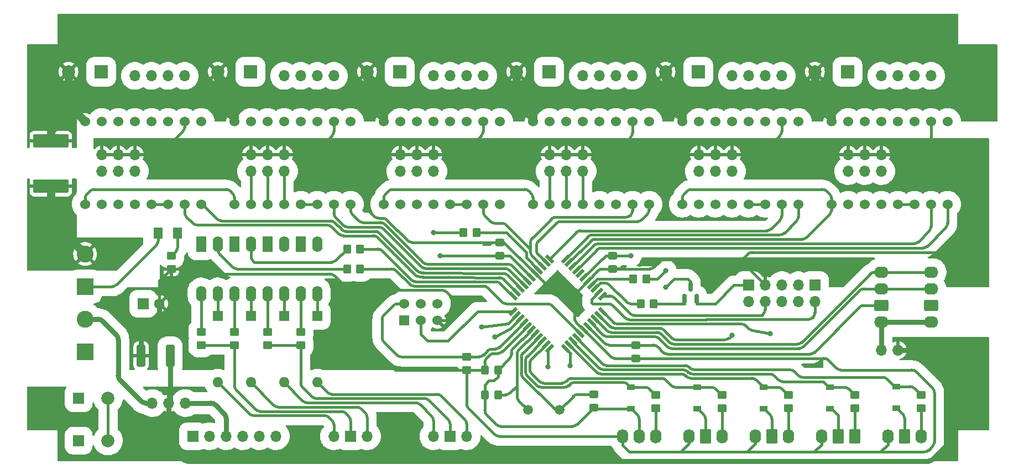
<source format=gtl>
G04 #@! TF.GenerationSoftware,KiCad,Pcbnew,(6.0.1)*
G04 #@! TF.CreationDate,2022-01-24T13:46:14-05:00*
G04 #@! TF.ProjectId,copis_electronics,636f7069-735f-4656-9c65-6374726f6e69,rev?*
G04 #@! TF.SameCoordinates,Original*
G04 #@! TF.FileFunction,Copper,L1,Top*
G04 #@! TF.FilePolarity,Positive*
%FSLAX46Y46*%
G04 Gerber Fmt 4.6, Leading zero omitted, Abs format (unit mm)*
G04 Created by KiCad (PCBNEW (6.0.1)) date 2022-01-24 13:46:14*
%MOMM*%
%LPD*%
G01*
G04 APERTURE LIST*
G04 Aperture macros list*
%AMRoundRect*
0 Rectangle with rounded corners*
0 $1 Rounding radius*
0 $2 $3 $4 $5 $6 $7 $8 $9 X,Y pos of 4 corners*
0 Add a 4 corners polygon primitive as box body*
4,1,4,$2,$3,$4,$5,$6,$7,$8,$9,$2,$3,0*
0 Add four circle primitives for the rounded corners*
1,1,$1+$1,$2,$3*
1,1,$1+$1,$4,$5*
1,1,$1+$1,$6,$7*
1,1,$1+$1,$8,$9*
0 Add four rect primitives between the rounded corners*
20,1,$1+$1,$2,$3,$4,$5,0*
20,1,$1+$1,$4,$5,$6,$7,0*
20,1,$1+$1,$6,$7,$8,$9,0*
20,1,$1+$1,$8,$9,$2,$3,0*%
%AMRotRect*
0 Rectangle, with rotation*
0 The origin of the aperture is its center*
0 $1 length*
0 $2 width*
0 $3 Rotation angle, in degrees counterclockwise*
0 Add horizontal line*
21,1,$1,$2,0,0,$3*%
G04 Aperture macros list end*
G04 #@! TA.AperFunction,ComponentPad*
%ADD10C,1.524000*%
G04 #@! TD*
G04 #@! TA.AperFunction,ComponentPad*
%ADD11O,1.700000X1.700000*%
G04 #@! TD*
G04 #@! TA.AperFunction,SMDPad,CuDef*
%ADD12RoundRect,0.250000X-0.350000X-0.450000X0.350000X-0.450000X0.350000X0.450000X-0.350000X0.450000X0*%
G04 #@! TD*
G04 #@! TA.AperFunction,ComponentPad*
%ADD13O,1.740000X2.190000*%
G04 #@! TD*
G04 #@! TA.AperFunction,ComponentPad*
%ADD14RoundRect,0.250000X0.620000X0.845000X-0.620000X0.845000X-0.620000X-0.845000X0.620000X-0.845000X0*%
G04 #@! TD*
G04 #@! TA.AperFunction,SMDPad,CuDef*
%ADD15RotRect,1.500000X0.550000X45.000000*%
G04 #@! TD*
G04 #@! TA.AperFunction,SMDPad,CuDef*
%ADD16RotRect,1.500000X0.550000X135.000000*%
G04 #@! TD*
G04 #@! TA.AperFunction,ComponentPad*
%ADD17C,2.600000*%
G04 #@! TD*
G04 #@! TA.AperFunction,ComponentPad*
%ADD18R,2.600000X2.600000*%
G04 #@! TD*
G04 #@! TA.AperFunction,SMDPad,CuDef*
%ADD19RoundRect,0.250000X0.450000X-0.350000X0.450000X0.350000X-0.450000X0.350000X-0.450000X-0.350000X0*%
G04 #@! TD*
G04 #@! TA.AperFunction,SMDPad,CuDef*
%ADD20RoundRect,0.250000X0.450000X-0.325000X0.450000X0.325000X-0.450000X0.325000X-0.450000X-0.325000X0*%
G04 #@! TD*
G04 #@! TA.AperFunction,ComponentPad*
%ADD21R,1.600000X1.600000*%
G04 #@! TD*
G04 #@! TA.AperFunction,ComponentPad*
%ADD22O,1.600000X1.600000*%
G04 #@! TD*
G04 #@! TA.AperFunction,ComponentPad*
%ADD23R,1.700000X1.700000*%
G04 #@! TD*
G04 #@! TA.AperFunction,SMDPad,CuDef*
%ADD24RoundRect,0.250000X-0.325000X-0.450000X0.325000X-0.450000X0.325000X0.450000X-0.325000X0.450000X0*%
G04 #@! TD*
G04 #@! TA.AperFunction,ComponentPad*
%ADD25R,1.524000X1.524000*%
G04 #@! TD*
G04 #@! TA.AperFunction,SMDPad,CuDef*
%ADD26RoundRect,0.250000X-0.450000X0.350000X-0.450000X-0.350000X0.450000X-0.350000X0.450000X0.350000X0*%
G04 #@! TD*
G04 #@! TA.AperFunction,ComponentPad*
%ADD27R,2.000000X2.000000*%
G04 #@! TD*
G04 #@! TA.AperFunction,ComponentPad*
%ADD28C,2.000000*%
G04 #@! TD*
G04 #@! TA.AperFunction,ComponentPad*
%ADD29C,1.600000*%
G04 #@! TD*
G04 #@! TA.AperFunction,ComponentPad*
%ADD30C,1.500000*%
G04 #@! TD*
G04 #@! TA.AperFunction,ComponentPad*
%ADD31O,2.190000X1.740000*%
G04 #@! TD*
G04 #@! TA.AperFunction,ComponentPad*
%ADD32RoundRect,0.250000X-0.845000X0.620000X-0.845000X-0.620000X0.845000X-0.620000X0.845000X0.620000X0*%
G04 #@! TD*
G04 #@! TA.AperFunction,SMDPad,CuDef*
%ADD33RoundRect,0.250000X-0.450000X0.325000X-0.450000X-0.325000X0.450000X-0.325000X0.450000X0.325000X0*%
G04 #@! TD*
G04 #@! TA.AperFunction,SMDPad,CuDef*
%ADD34RoundRect,0.250001X-0.462499X-0.624999X0.462499X-0.624999X0.462499X0.624999X-0.462499X0.624999X0*%
G04 #@! TD*
G04 #@! TA.AperFunction,SMDPad,CuDef*
%ADD35R,1.200000X0.900000*%
G04 #@! TD*
G04 #@! TA.AperFunction,SMDPad,CuDef*
%ADD36RoundRect,0.250000X0.350000X0.450000X-0.350000X0.450000X-0.350000X-0.450000X0.350000X-0.450000X0*%
G04 #@! TD*
G04 #@! TA.AperFunction,SMDPad,CuDef*
%ADD37RoundRect,0.150000X0.150000X-0.587500X0.150000X0.587500X-0.150000X0.587500X-0.150000X-0.587500X0*%
G04 #@! TD*
G04 #@! TA.AperFunction,ComponentPad*
%ADD38O,1.600000X2.400000*%
G04 #@! TD*
G04 #@! TA.AperFunction,ComponentPad*
%ADD39R,1.600000X2.400000*%
G04 #@! TD*
G04 #@! TA.AperFunction,SMDPad,CuDef*
%ADD40RoundRect,0.250001X-2.474999X0.799999X-2.474999X-0.799999X2.474999X-0.799999X2.474999X0.799999X0*%
G04 #@! TD*
G04 #@! TA.AperFunction,SMDPad,CuDef*
%ADD41RoundRect,0.250000X-0.400000X-1.450000X0.400000X-1.450000X0.400000X1.450000X-0.400000X1.450000X0*%
G04 #@! TD*
G04 #@! TA.AperFunction,ViaPad*
%ADD42C,0.800000*%
G04 #@! TD*
G04 #@! TA.AperFunction,Conductor*
%ADD43C,1.270000*%
G04 #@! TD*
G04 #@! TA.AperFunction,Conductor*
%ADD44C,0.400000*%
G04 #@! TD*
G04 #@! TA.AperFunction,Conductor*
%ADD45C,0.800000*%
G04 #@! TD*
G04 APERTURE END LIST*
D10*
X191770000Y-58420000D03*
X194310000Y-58420000D03*
X196850000Y-58420000D03*
X199390000Y-58420000D03*
X201930000Y-58420000D03*
X204470000Y-58420000D03*
X207010000Y-58420000D03*
X209550000Y-58420000D03*
X191770000Y-71120000D03*
X194310000Y-71120000D03*
X196850000Y-71120000D03*
X199390000Y-71120000D03*
X201930000Y-71120000D03*
X204470000Y-71120000D03*
X207010000Y-71120000D03*
X209550000Y-71120000D03*
D11*
X125730000Y-63500000D03*
X125730000Y-66040000D03*
X128270000Y-63500000D03*
X128270000Y-66040000D03*
X171450000Y-63500000D03*
X171450000Y-66040000D03*
X173990000Y-63500000D03*
X173990000Y-66040000D03*
X148590000Y-63500000D03*
X148590000Y-66040000D03*
X151130000Y-63500000D03*
X151130000Y-66040000D03*
X153670000Y-63500000D03*
X153670000Y-66040000D03*
X194310000Y-63500000D03*
X194310000Y-66040000D03*
X196850000Y-63500000D03*
X196850000Y-66040000D03*
X199390000Y-63500000D03*
X199390000Y-66040000D03*
X176530000Y-51435000D03*
X179070000Y-51435000D03*
X181610000Y-51435000D03*
X184150000Y-51435000D03*
X176530000Y-63500000D03*
X176530000Y-66040000D03*
D12*
X135398000Y-75429000D03*
X137398000Y-75429000D03*
D13*
X175006000Y-106680000D03*
D14*
X172466000Y-106680000D03*
D13*
X169926000Y-106680000D03*
X164846000Y-106680000D03*
X162306000Y-106680000D03*
X159766000Y-106680000D03*
X205460600Y-106680000D03*
D14*
X202920600Y-106680000D03*
D13*
X200380600Y-106680000D03*
D15*
X142975664Y-87562082D03*
X143541350Y-88127767D03*
X144107035Y-88693452D03*
X144672720Y-89259138D03*
X145238406Y-89824823D03*
X145804091Y-90390509D03*
X146369777Y-90956194D03*
X146935462Y-91521880D03*
X147501148Y-92087565D03*
X148066833Y-92653250D03*
X148632518Y-93218936D03*
D16*
X151036682Y-93218936D03*
X151602367Y-92653250D03*
X152168052Y-92087565D03*
X152733738Y-91521880D03*
X153299423Y-90956194D03*
X153865109Y-90390509D03*
X154430794Y-89824823D03*
X154996480Y-89259138D03*
X155562165Y-88693452D03*
X156127850Y-88127767D03*
X156693536Y-87562082D03*
D15*
X156693536Y-85157918D03*
X156127850Y-84592233D03*
X155562165Y-84026548D03*
X154996480Y-83460862D03*
X154430794Y-82895177D03*
X153865109Y-82329491D03*
X153299423Y-81763806D03*
X152733738Y-81198120D03*
X152168052Y-80632435D03*
X151602367Y-80066750D03*
X151036682Y-79501064D03*
D16*
X148632518Y-79501064D03*
X148066833Y-80066750D03*
X147501148Y-80632435D03*
X146935462Y-81198120D03*
X146369777Y-81763806D03*
X145804091Y-82329491D03*
X145238406Y-82895177D03*
X144672720Y-83460862D03*
X144107035Y-84026548D03*
X143541350Y-84592233D03*
X142975664Y-85157918D03*
D17*
X77470000Y-78740000D03*
D18*
X77470000Y-83740000D03*
D17*
X77470000Y-88740000D03*
D18*
X77470000Y-93740000D03*
D11*
X153670000Y-51435000D03*
X156210000Y-51435000D03*
X158750000Y-51435000D03*
X161290000Y-51435000D03*
X130810000Y-51435000D03*
X133350000Y-51435000D03*
X135890000Y-51435000D03*
X138430000Y-51435000D03*
D19*
X110490000Y-92710000D03*
X110490000Y-90710000D03*
D20*
X155346400Y-102320200D03*
X155346400Y-100270200D03*
D21*
X113030000Y-88265000D03*
D22*
X113030000Y-98425000D03*
D23*
X93980000Y-106680000D03*
D11*
X96520000Y-106680000D03*
X99060000Y-106680000D03*
X101600000Y-106680000D03*
X104140000Y-106680000D03*
X106680000Y-106680000D03*
D21*
X107950000Y-88265000D03*
D22*
X107950000Y-98425000D03*
D24*
X138675000Y-96520000D03*
X140725000Y-96520000D03*
D14*
X195300600Y-106680000D03*
X192760600Y-106680000D03*
D13*
X190220600Y-106680000D03*
D20*
X161798000Y-94742000D03*
X161798000Y-92692000D03*
D25*
X126365000Y-88900000D03*
D10*
X126365000Y-86360000D03*
X128905000Y-88900000D03*
X128905000Y-86360000D03*
X131445000Y-88900000D03*
X131445000Y-86360000D03*
D26*
X90678000Y-79026000D03*
X90678000Y-81026000D03*
D11*
X130810000Y-63500000D03*
X130810000Y-66040000D03*
X199390000Y-51435000D03*
X201930000Y-51435000D03*
X204470000Y-51435000D03*
X207010000Y-51435000D03*
D10*
X140970000Y-71120000D03*
X138430000Y-71120000D03*
X135890000Y-71120000D03*
X133350000Y-71120000D03*
X130810000Y-71120000D03*
X128270000Y-71120000D03*
X125730000Y-71120000D03*
X123190000Y-71120000D03*
X140970000Y-58420000D03*
X138430000Y-58420000D03*
X135890000Y-58420000D03*
X133350000Y-58420000D03*
X130810000Y-58420000D03*
X128270000Y-58420000D03*
X125730000Y-58420000D03*
X123190000Y-58420000D03*
X146050000Y-58420000D03*
X148590000Y-58420000D03*
X151130000Y-58420000D03*
X153670000Y-58420000D03*
X156210000Y-58420000D03*
X158750000Y-58420000D03*
X161290000Y-58420000D03*
X163830000Y-58420000D03*
X146050000Y-71120000D03*
X148590000Y-71120000D03*
X151130000Y-71120000D03*
X153670000Y-71120000D03*
X156210000Y-71120000D03*
X158750000Y-71120000D03*
X161290000Y-71120000D03*
X163830000Y-71120000D03*
X168910000Y-58420000D03*
X171450000Y-58420000D03*
X173990000Y-58420000D03*
X176530000Y-58420000D03*
X179070000Y-58420000D03*
X181610000Y-58420000D03*
X184150000Y-58420000D03*
X186690000Y-58420000D03*
X168910000Y-71120000D03*
X171450000Y-71120000D03*
X173990000Y-71120000D03*
X176530000Y-71120000D03*
X179070000Y-71120000D03*
X181610000Y-71120000D03*
X184150000Y-71120000D03*
X186690000Y-71120000D03*
D27*
X125650000Y-50800000D03*
D28*
X120650000Y-50800000D03*
X80990000Y-107338000D03*
X80990000Y-100838000D03*
D23*
X76490000Y-100838000D03*
X76490000Y-107338000D03*
D28*
X143510000Y-50800000D03*
D27*
X148510000Y-50800000D03*
D28*
X189230000Y-50800000D03*
D27*
X194230000Y-50800000D03*
D28*
X166370000Y-50800000D03*
D27*
X171370000Y-50800000D03*
D29*
X88860000Y-86360000D03*
D23*
X86360000Y-86360000D03*
D30*
X150151000Y-102616000D03*
X145271000Y-102616000D03*
D19*
X164846000Y-102362000D03*
X164846000Y-100362000D03*
D31*
X207010000Y-81534000D03*
X207010000Y-84074000D03*
D32*
X207010000Y-86614000D03*
D31*
X207010000Y-89154000D03*
D11*
X102870000Y-63500000D03*
X102870000Y-66040000D03*
X105410000Y-63500000D03*
X105410000Y-66040000D03*
X107950000Y-63500000D03*
X107950000Y-66040000D03*
X82550000Y-63500000D03*
X82550000Y-66040000D03*
X85090000Y-63500000D03*
X85090000Y-66040000D03*
D10*
X77470000Y-58420000D03*
X80010000Y-58420000D03*
X82550000Y-58420000D03*
X85090000Y-58420000D03*
X87630000Y-58420000D03*
X90170000Y-58420000D03*
X92710000Y-58420000D03*
X95250000Y-58420000D03*
X77470000Y-71120000D03*
X80010000Y-71120000D03*
X82550000Y-71120000D03*
X85090000Y-71120000D03*
X87630000Y-71120000D03*
X90170000Y-71120000D03*
X92710000Y-71120000D03*
X95250000Y-71120000D03*
D11*
X80010000Y-63500000D03*
X80010000Y-66040000D03*
D28*
X74930000Y-50800000D03*
D27*
X79930000Y-50800000D03*
D28*
X97790000Y-50800000D03*
D27*
X102790000Y-50800000D03*
D11*
X107950000Y-51435000D03*
X110490000Y-51435000D03*
X113030000Y-51435000D03*
X115570000Y-51435000D03*
X85090000Y-51435000D03*
X87630000Y-51435000D03*
X90170000Y-51435000D03*
X92710000Y-51435000D03*
D10*
X118110000Y-71120000D03*
X115570000Y-71120000D03*
X113030000Y-71120000D03*
X110490000Y-71120000D03*
X107950000Y-71120000D03*
X105410000Y-71120000D03*
X102870000Y-71120000D03*
X100330000Y-71120000D03*
X118110000Y-58420000D03*
X115570000Y-58420000D03*
X113030000Y-58420000D03*
X110490000Y-58420000D03*
X107950000Y-58420000D03*
X105410000Y-58420000D03*
X102870000Y-58420000D03*
X100330000Y-58420000D03*
D33*
X140970000Y-76944000D03*
X140970000Y-78994000D03*
D31*
X199390000Y-89154000D03*
D32*
X199390000Y-86614000D03*
D31*
X199390000Y-84074000D03*
X199390000Y-81534000D03*
D11*
X179075000Y-86060200D03*
D23*
X179075000Y-83520200D03*
D11*
X181615000Y-86060200D03*
X181615000Y-83520200D03*
X184155000Y-86060200D03*
X184155000Y-83520200D03*
X186695000Y-86060200D03*
X186695000Y-83520200D03*
X189235000Y-86060200D03*
D23*
X189235000Y-83520200D03*
D34*
X91657500Y-75565000D03*
X88682500Y-75565000D03*
D13*
X185166000Y-106680000D03*
D14*
X182626000Y-106680000D03*
D13*
X180086000Y-106680000D03*
D35*
X161036000Y-99188000D03*
X161036000Y-102488000D03*
D19*
X195326000Y-102346000D03*
X195326000Y-100346000D03*
X205486000Y-102362000D03*
X205486000Y-100362000D03*
D35*
X201676000Y-99062000D03*
X201676000Y-102362000D03*
X171196000Y-99188000D03*
X171196000Y-102488000D03*
X191516000Y-99188000D03*
X191516000Y-102488000D03*
X181356000Y-99188000D03*
X181356000Y-102488000D03*
D19*
X185166000Y-102362000D03*
X185166000Y-100362000D03*
X175006000Y-102362000D03*
X175006000Y-100362000D03*
D36*
X164560000Y-86360000D03*
X162560000Y-86360000D03*
D24*
X138675000Y-100330000D03*
X140725000Y-100330000D03*
D37*
X169230000Y-85597500D03*
X171130000Y-85597500D03*
X170180000Y-83722500D03*
D11*
X201930000Y-93472000D03*
X199390000Y-93472000D03*
X135890000Y-106680000D03*
D23*
X133350000Y-106680000D03*
D11*
X130810000Y-106680000D03*
D19*
X105410000Y-92710000D03*
X105410000Y-90710000D03*
D20*
X158242000Y-81035000D03*
X158242000Y-78985000D03*
D36*
X163417000Y-82550000D03*
X161417000Y-82550000D03*
D38*
X113030000Y-77216000D03*
D39*
X110490000Y-77216000D03*
D38*
X110490000Y-84836000D03*
X113030000Y-84836000D03*
X107955000Y-77216000D03*
D39*
X105415000Y-77216000D03*
D38*
X105415000Y-84836000D03*
X107955000Y-84836000D03*
D11*
X92847400Y-101600000D03*
X90307400Y-101600000D03*
X87767400Y-101600000D03*
D19*
X135890000Y-96520000D03*
X135890000Y-94520000D03*
D12*
X117602000Y-77978000D03*
X119602000Y-77978000D03*
D21*
X97790000Y-88265000D03*
D22*
X97790000Y-98425000D03*
D21*
X102870000Y-88265000D03*
D22*
X102870000Y-98425000D03*
D19*
X95250000Y-92694000D03*
X95250000Y-90694000D03*
X100330000Y-92710000D03*
X100330000Y-90710000D03*
D38*
X97795000Y-77201000D03*
D39*
X95255000Y-77201000D03*
D38*
X95255000Y-84821000D03*
X97795000Y-84821000D03*
D40*
X72212200Y-68372000D03*
X72212200Y-61422000D03*
D11*
X120650000Y-106680000D03*
D23*
X118110000Y-106680000D03*
D11*
X115570000Y-106680000D03*
D41*
X86040000Y-94335600D03*
X90490000Y-94335600D03*
D38*
X102875000Y-77216000D03*
D39*
X100335000Y-77216000D03*
D38*
X100335000Y-84836000D03*
X102875000Y-84836000D03*
D12*
X117602000Y-81026000D03*
X119602000Y-81026000D03*
D42*
X161045000Y-78985000D03*
X131826000Y-78994000D03*
X130810000Y-75438000D03*
X166370000Y-81280000D03*
X138176000Y-89916000D03*
X140208000Y-91440000D03*
X148336000Y-96012000D03*
X151765000Y-95885000D03*
X176530000Y-91186000D03*
X182372000Y-90932000D03*
X166370000Y-83820000D03*
D43*
X72212200Y-73067986D02*
X72212200Y-68372000D01*
X77470000Y-78740000D02*
X72505093Y-73775093D01*
X72212201Y-73067986D02*
G75*
G03*
X72505094Y-73775092I999993J-3D01*
G01*
D44*
X127848335Y-83648680D02*
G75*
G02*
X127141229Y-83355787I-3J999993D01*
G01*
X142008630Y-86387777D02*
G75*
G02*
X141301524Y-86094884I-3J999993D01*
G01*
X138441105Y-83648682D02*
G75*
G02*
X139148211Y-83941575I3J-999993D01*
G01*
X125104333Y-81318893D02*
G75*
G03*
X124397226Y-81026000I-707106J-707106D01*
G01*
X141085065Y-83300067D02*
G75*
G03*
X140386535Y-83007211I-707107J-707110D01*
G01*
X137160604Y-82979542D02*
G75*
G03*
X137152028Y-82979505I-8463J-967729D01*
G01*
X128097719Y-82979504D02*
G75*
G02*
X127390613Y-82686611I-3J999993D01*
G01*
X122267786Y-77978001D02*
G75*
G02*
X122974892Y-78270894I3J-999993D01*
G01*
X141604090Y-82654975D02*
G75*
G03*
X140905560Y-82362119I-707107J-707110D01*
G01*
X142947953Y-80604724D02*
G75*
G03*
X142240846Y-80311831I-707106J-707106D01*
G01*
X97654359Y-73367107D02*
G75*
G03*
X98361466Y-73660000I707106J707106D01*
G01*
X115705641Y-73952893D02*
G75*
G03*
X114998534Y-73660000I-707106J-707106D01*
G01*
X117713840Y-74627625D02*
G75*
G02*
X117006734Y-74334732I-3J999993D01*
G01*
X142196558Y-82010022D02*
G75*
G03*
X141498028Y-81717166I-707107J-707110D01*
G01*
X128308866Y-81318866D02*
G75*
G03*
X129015973Y-81611759I707106J707106D01*
G01*
X129212529Y-81611796D02*
G75*
G03*
X129203953Y-81611759I-8463J-967729D01*
G01*
X93002893Y-73063893D02*
G75*
G02*
X92710000Y-72356786I707106J707106D01*
G01*
X119341107Y-73621107D02*
G75*
G03*
X120048214Y-73914000I707106J707106D01*
G01*
X118402893Y-72682893D02*
G75*
G02*
X118110000Y-71975786I707106J707106D01*
G01*
X141785853Y-80988210D02*
G75*
G02*
X142492959Y-81281103I3J-999993D01*
G01*
X93956117Y-74017117D02*
G75*
G03*
X94663224Y-74310010I707106J707106D01*
G01*
X115862893Y-73190893D02*
G75*
G02*
X115570000Y-72483786I707106J707106D01*
G01*
X128746729Y-82261766D02*
G75*
G02*
X128039623Y-81968873I-3J999993D01*
G01*
X129905297Y-80311830D02*
G75*
G02*
X129198191Y-80018937I-3J999993D01*
G01*
X122679038Y-73914001D02*
G75*
G02*
X123386144Y-74206894I3J-999993D01*
G01*
X114535796Y-74310011D02*
G75*
G02*
X115242902Y-74602904I3J-999993D01*
G01*
X116737491Y-74984743D02*
G75*
G03*
X117444598Y-75277636I707106J707106D01*
G01*
X122560529Y-75570529D02*
G75*
G03*
X121853422Y-75277636I-707106J-707106D01*
G01*
X133200933Y-82296037D02*
G75*
G03*
X133192357Y-82296000I-8463J-967729D01*
G01*
X122291287Y-76220539D02*
G75*
G03*
X121584180Y-75927646I-707106J-707106D01*
G01*
X116274753Y-75634753D02*
G75*
G03*
X116981860Y-75927646I707106J707106D01*
G01*
X129636055Y-80961840D02*
G75*
G02*
X128928949Y-80668947I-3J999993D01*
G01*
X122473412Y-74627627D02*
G75*
G02*
X123180518Y-74920520I3J-999993D01*
G01*
X138430001Y-72229786D02*
G75*
G03*
X138722894Y-72936892I999993J-3D01*
G01*
X139534107Y-73748107D02*
G75*
G03*
X140241214Y-74041000I707106J707106D01*
G01*
X142024893Y-74333893D02*
G75*
G03*
X141317786Y-74041000I-707106J-707106D01*
G01*
X206428412Y-77543588D02*
G75*
G02*
X205721305Y-77836481I-707106J707106D01*
G01*
X155802484Y-78129374D02*
G75*
G02*
X156509591Y-77836481I707106J-707106D01*
G01*
X184149999Y-72864786D02*
G75*
G02*
X183857106Y-73571892I-999993J-3D01*
G01*
X181849266Y-75165519D02*
G75*
G03*
X182556372Y-74872626I3J999993D01*
G01*
X154429813Y-76107933D02*
G75*
G02*
X155136920Y-75815040I707106J-707106D01*
G01*
X153382275Y-75165522D02*
G75*
G03*
X152675169Y-75458415I-3J-999993D01*
G01*
X205045932Y-76894068D02*
G75*
G02*
X204338825Y-77186961I-707106J707106D01*
G01*
X155320633Y-77479854D02*
G75*
G02*
X156027740Y-77186961I707106J-707106D01*
G01*
X186689999Y-72991786D02*
G75*
G02*
X186397106Y-73698892I-999993J-3D01*
G01*
X183866747Y-75815038D02*
G75*
G03*
X184573853Y-75522145I3J999993D01*
G01*
X209257107Y-74714893D02*
G75*
G03*
X209550000Y-74007786I-707106J707106D01*
G01*
X206717107Y-75222893D02*
G75*
G03*
X207010000Y-74515786I-707106J707106D01*
G01*
X149597127Y-74049873D02*
G75*
G02*
X150304234Y-73756980I707106J-707106D01*
G01*
X146878434Y-76768566D02*
G75*
G03*
X146585541Y-77475673I707106J-707106D01*
G01*
X146878434Y-78878352D02*
G75*
G02*
X146585541Y-78171245I707106J707106D01*
G01*
X162048806Y-73756979D02*
G75*
G03*
X162755912Y-73464086I3J999993D01*
G01*
X163537107Y-72682893D02*
G75*
G03*
X163830000Y-71975786I-707106J707106D01*
G01*
X161289999Y-72102786D02*
G75*
G02*
X160997106Y-72809892I-999993J-3D01*
G01*
X145961893Y-76288107D02*
G75*
G03*
X145669000Y-76995214I707106J-707106D01*
G01*
X145669001Y-78386073D02*
G75*
G03*
X145961894Y-79093179I999993J-3D01*
G01*
X160992923Y-72814077D02*
G75*
G02*
X160285816Y-73106970I-707106J707106D01*
G01*
X148850137Y-73399863D02*
G75*
G02*
X149557244Y-73106970I707106J-707106D01*
G01*
X155618772Y-76464559D02*
G75*
G03*
X154911666Y-76757452I3J-1000005D01*
G01*
X191769999Y-71975786D02*
G75*
G02*
X191477106Y-72682892I-999993J-3D01*
G01*
X187281227Y-76464558D02*
G75*
G03*
X187988333Y-76171665I3J999993D01*
G01*
X196049107Y-86906893D02*
G75*
G02*
X196756214Y-86614000I707106J-707106D01*
G01*
X189156413Y-93799587D02*
G75*
G02*
X188449306Y-94092480I-707106J707106D01*
G01*
X166678694Y-94092479D02*
G75*
G02*
X165971588Y-93799586I-3J999993D01*
G01*
X164449786Y-92692001D02*
G75*
G02*
X165156892Y-92984894I3J-999993D01*
G01*
X158630814Y-94741999D02*
G75*
G02*
X157923708Y-94449106I-3J999993D01*
G01*
X157005077Y-92399107D02*
G75*
G03*
X157712184Y-92692000I707106J707106D01*
G01*
X179097398Y-90197396D02*
G75*
G03*
X179640105Y-90476683I707103J707100D01*
G01*
X166585107Y-92925107D02*
G75*
G03*
X167292214Y-93218000I707106J707106D01*
G01*
X166951587Y-92275587D02*
G75*
G03*
X167658694Y-92568480I707106J707106D01*
G01*
X165730333Y-91054333D02*
G75*
G03*
X165023226Y-90761440I-707106J-707106D01*
G01*
X165363853Y-91703853D02*
G75*
G03*
X164656746Y-91410960I-707106J-707106D01*
G01*
X156749357Y-91118067D02*
G75*
G03*
X157456464Y-91410960I707106J707106D01*
G01*
X196756214Y-84074001D02*
G75*
G03*
X196049108Y-84366894I-3J-999993D01*
G01*
X186783786Y-93217999D02*
G75*
G03*
X187490892Y-92925106I3J999993D01*
G01*
X158044367Y-90761439D02*
G75*
G02*
X157337261Y-90468546I-3J999993D01*
G01*
X186514746Y-92568479D02*
G75*
G03*
X187221852Y-92275586I3J999993D01*
G01*
X198377654Y-81534001D02*
G75*
G03*
X197670548Y-81826894I-3J-999993D01*
G01*
X168025174Y-91918959D02*
G75*
G02*
X167318068Y-91626066I-3J999993D01*
G01*
X158257507Y-89169507D02*
G75*
G03*
X158964614Y-89462400I707106J707106D01*
G01*
X178655293Y-89755293D02*
G75*
G03*
X177948186Y-89462400I-707106J-707106D01*
G01*
X166096813Y-90404813D02*
G75*
G03*
X165389706Y-90111920I-707106J-707106D01*
G01*
X157819110Y-89819027D02*
G75*
G03*
X158526217Y-90111920I707106J707106D01*
G01*
X175382826Y-91918959D02*
G75*
G03*
X176089932Y-91626066I3J999993D01*
G01*
D43*
X146049999Y-56294214D02*
G75*
G03*
X145757106Y-55587108I-999993J3D01*
G01*
X97790001Y-51655786D02*
G75*
G03*
X98082894Y-52362892I999993J-3D01*
G01*
X120650001Y-51655786D02*
G75*
G03*
X120942894Y-52362892I999993J-3D01*
G01*
X100037107Y-54317107D02*
G75*
G02*
X100330000Y-55024214I-707106J-707106D01*
G01*
X143802893Y-53632893D02*
G75*
G02*
X143510000Y-52925786I707106J707106D01*
G01*
X122897107Y-54317107D02*
G75*
G02*
X123190000Y-55024214I-707106J-707106D01*
G01*
X166370001Y-51655786D02*
G75*
G03*
X166662894Y-52362892I999993J-3D01*
G01*
X168909999Y-55024214D02*
G75*
G03*
X168617106Y-54317108I-999993J3D01*
G01*
X191769999Y-56294214D02*
G75*
G03*
X191477106Y-55587108I-999993J3D01*
G01*
X189522893Y-53632893D02*
G75*
G02*
X189230000Y-52925786I707106J707106D01*
G01*
D44*
X120650001Y-71467786D02*
G75*
G03*
X120942894Y-72174892I999993J-3D01*
G01*
X126816107Y-76651107D02*
G75*
G03*
X127523214Y-76944000I707106J707106D01*
G01*
X212089999Y-75531786D02*
G75*
G02*
X211797106Y-76238892I-999993J-3D01*
G01*
X138137107Y-60617893D02*
G75*
G03*
X138430000Y-59910786I-707106J707106D01*
G01*
X120649999Y-68232214D02*
G75*
G03*
X120357106Y-67525108I-999993J3D01*
G01*
X164621893Y-80742107D02*
G75*
G02*
X163914786Y-81035000I-707106J707106D01*
G01*
X212089999Y-66708214D02*
G75*
G03*
X211797106Y-66001108I-999993J3D01*
G01*
X165436587Y-79927413D02*
G75*
G02*
X166143694Y-79634520I707106J-707106D01*
G01*
X177645306Y-79634519D02*
G75*
G03*
X178352412Y-79341626I3J999993D01*
G01*
X207302893Y-61506893D02*
G75*
G02*
X207010000Y-60799786I707106J707106D01*
G01*
X92709999Y-59275786D02*
G75*
G02*
X92417106Y-59982892I-999993J-3D01*
G01*
X161289999Y-60164786D02*
G75*
G02*
X160997106Y-60871892I-999993J-3D01*
G01*
X209842892Y-78193108D02*
G75*
G02*
X209135785Y-78486001I-707106J707106D01*
G01*
X178915146Y-78778894D02*
G75*
G02*
X179622253Y-78486001I707106J-707106D01*
G01*
X115569999Y-59910786D02*
G75*
G02*
X115277106Y-60617892I-999993J-3D01*
G01*
X121739097Y-72971097D02*
G75*
G03*
X122446204Y-73263990I707106J707106D01*
G01*
X123721883Y-73556883D02*
G75*
G03*
X123014776Y-73263990I-707106J-707106D01*
G01*
X184149999Y-59910786D02*
G75*
G02*
X183857106Y-60617892I-999993J-3D01*
G01*
X115155786Y-80009999D02*
G75*
G03*
X115862892Y-79717106I3J999993D01*
G01*
X102875001Y-79092786D02*
G75*
G03*
X103167894Y-79799892I999993J-3D01*
G01*
X98087893Y-78783893D02*
G75*
G02*
X97795000Y-78076786I707106J707106D01*
G01*
X100037107Y-80733107D02*
G75*
G03*
X100744214Y-81026000I707106J707106D01*
G01*
X133692107Y-85432107D02*
G75*
G02*
X133985000Y-86139214I-707106J-707106D01*
G01*
X133692107Y-88557893D02*
G75*
G03*
X133985000Y-87850786I-707106J707106D01*
G01*
X133642893Y-88607107D02*
G75*
G02*
X132935786Y-88900000I-707106J707106D01*
G01*
X132851093Y-84591093D02*
G75*
G03*
X132143986Y-84298200I-707106J-707106D01*
G01*
X94835786Y-81026001D02*
G75*
G02*
X95542892Y-81318894I3J-999993D01*
G01*
X118272414Y-84298199D02*
G75*
G02*
X117565308Y-84005306I-3J999993D01*
G01*
X91364607Y-78339393D02*
G75*
G03*
X91657500Y-77632286I-707106J707106D01*
G01*
X115640893Y-82080893D02*
G75*
G03*
X114933786Y-81788000I-707106J-707106D01*
G01*
X95719107Y-81495107D02*
G75*
G03*
X96426214Y-81788000I707106J707106D01*
G01*
X88682499Y-76638286D02*
G75*
G02*
X88389606Y-77345392I-999993J-3D01*
G01*
X81580786Y-83739999D02*
G75*
G03*
X82287892Y-83447106I3J999993D01*
G01*
D45*
X88859999Y-88525786D02*
G75*
G02*
X88567106Y-89232892I-999993J-3D01*
G01*
X86040001Y-92174214D02*
G75*
G02*
X86332894Y-91467108I999993J3D01*
G01*
X79435786Y-88740001D02*
G75*
G02*
X80142892Y-89032894I3J-999993D01*
G01*
X82257107Y-91147107D02*
G75*
G02*
X82550000Y-91854214I-707106J-707106D01*
G01*
X82550001Y-97375786D02*
G75*
G03*
X82842894Y-98082892I999993J-3D01*
G01*
X86774214Y-101599999D02*
G75*
G02*
X86067108Y-101307106I-3J999993D01*
G01*
X99059999Y-103919214D02*
G75*
G03*
X98767106Y-103212108I-999993J3D01*
G01*
X97447893Y-101892893D02*
G75*
G03*
X96740786Y-101600000I-707106J-707106D01*
G01*
X92417107Y-110197107D02*
G75*
G03*
X93124214Y-110490000I707106J707106D01*
G01*
X206595786Y-110489999D02*
G75*
G03*
X207302892Y-110197106I3J999993D01*
G01*
X209257107Y-108242893D02*
G75*
G03*
X209550000Y-107535786I-707106J707106D01*
G01*
X209549999Y-98204214D02*
G75*
G03*
X209257106Y-97497108I-999993J3D01*
G01*
X205524893Y-93764893D02*
G75*
G03*
X204817786Y-93472000I-707106J-707106D01*
G01*
X90600293Y-108380293D02*
G75*
G02*
X90307400Y-107673186I707106J707106D01*
G01*
D44*
X202627707Y-103186707D02*
G75*
G02*
X202920600Y-103893814I-707106J-707106D01*
G01*
X162305999Y-104046214D02*
G75*
G03*
X162013106Y-103339108I-999993J3D01*
G01*
X172465999Y-104046214D02*
G75*
G03*
X172173106Y-103339108I-999993J3D01*
G01*
X182333107Y-103339107D02*
G75*
G02*
X182626000Y-104046214I-707106J-707106D01*
G01*
X156879610Y-96490959D02*
G75*
G02*
X156172504Y-96198066I-3J999993D01*
G01*
X199596267Y-97648482D02*
G75*
G02*
X200303373Y-97941375I3J-999993D01*
G01*
X187373255Y-97648480D02*
G75*
G02*
X186666149Y-97355587I-3J999993D01*
G01*
X186094414Y-96783854D02*
G75*
G03*
X185387307Y-96490961I-707106J-707106D01*
G01*
X182324266Y-97140481D02*
G75*
G02*
X183031372Y-97433374I3J-999993D01*
G01*
X184310214Y-98297999D02*
G75*
G02*
X183603108Y-98005106I-3J999993D01*
G01*
X173417786Y-99188001D02*
G75*
G02*
X174124892Y-99480894I3J-999993D01*
G01*
X157361461Y-95841439D02*
G75*
G02*
X156654355Y-95548546I-3J999993D01*
G01*
X163257786Y-99188001D02*
G75*
G02*
X163964892Y-99480894I3J-999993D01*
G01*
X203771786Y-99062001D02*
G75*
G02*
X204478892Y-99354894I3J-999993D01*
G01*
X194460893Y-99480893D02*
G75*
G03*
X193753786Y-99188000I-707106J-707106D01*
G01*
X169033864Y-96490961D02*
G75*
G02*
X169740970Y-96783854I3J-999993D01*
G01*
X170511812Y-97140479D02*
G75*
G02*
X169804706Y-96847586I-3J999993D01*
G01*
X169302905Y-95841442D02*
G75*
G02*
X170010011Y-96134335I3J-999993D01*
G01*
X170780852Y-96490959D02*
G75*
G02*
X170073746Y-96198066I-3J999993D01*
G01*
X180250893Y-98082893D02*
G75*
G03*
X179543786Y-97790000I-707106J-707106D01*
G01*
X170242773Y-97789999D02*
G75*
G02*
X169535668Y-97497107I-1J999998D01*
G01*
X155796703Y-96847587D02*
G75*
G03*
X156503810Y-97140480I707106J707106D01*
G01*
X169471932Y-97433373D02*
G75*
G03*
X168764826Y-97140480I-707104J-707101D01*
G01*
X184284893Y-99480893D02*
G75*
G03*
X183577786Y-99188000I-707106J-707106D01*
G01*
X204055786Y-96520001D02*
G75*
G02*
X204762892Y-96812894I3J-999993D01*
G01*
X207517999Y-99982214D02*
G75*
G03*
X207225106Y-99275108I-999993J3D01*
G01*
X207517999Y-107535786D02*
G75*
G02*
X207225106Y-108242892I-999993J-3D01*
G01*
X205960786Y-109092999D02*
G75*
G03*
X206667892Y-108800106I3J999993D01*
G01*
X190593786Y-94742001D02*
G75*
G02*
X191300892Y-95034894I3J-999993D01*
G01*
X193200214Y-96519999D02*
G75*
G02*
X192493108Y-96227106I-3J999993D01*
G01*
X141825786Y-100329999D02*
G75*
G03*
X142532892Y-100037106I3J999993D01*
G01*
X152911014Y-100270201D02*
G75*
G03*
X152203908Y-100563094I-3J-999993D01*
G01*
X138436893Y-94227107D02*
G75*
G02*
X137729786Y-94520000I-707106J707106D01*
G01*
X139040627Y-93623373D02*
G75*
G02*
X139747734Y-93330480I707106J-707106D01*
G01*
X140187164Y-93330479D02*
G75*
G03*
X140894270Y-93037586I3J999993D01*
G01*
X122936001Y-88806214D02*
G75*
G02*
X123228894Y-88099108I999993J3D01*
G01*
X125382214Y-86360001D02*
G75*
G03*
X124675108Y-86652894I-3J-999993D01*
G01*
X125922214Y-94519999D02*
G75*
G02*
X125215108Y-94227106I-3J999993D01*
G01*
X122936001Y-91533786D02*
G75*
G03*
X123228894Y-92240892I999993J-3D01*
G01*
X147013587Y-98245587D02*
G75*
G03*
X147720694Y-98538480I707106J707106D01*
G01*
X145849413Y-94870669D02*
G75*
G03*
X145556520Y-95577776I707106J-707106D01*
G01*
X145849413Y-97081413D02*
G75*
G02*
X145556520Y-96374306I707106J707106D01*
G01*
X150475306Y-98538479D02*
G75*
G03*
X151182412Y-98245586I3J999993D01*
G01*
X151345107Y-98082893D02*
G75*
G02*
X152052214Y-97790000I707106J-707106D01*
G01*
X166408893Y-98082893D02*
G75*
G03*
X165701786Y-97790000I-707106J-707106D01*
G01*
X167221107Y-98895107D02*
G75*
G03*
X167928214Y-99188000I707106J707106D01*
G01*
X151711587Y-98732413D02*
G75*
G02*
X152418694Y-98439520I707106J-707106D01*
G01*
X151548893Y-98895107D02*
G75*
G02*
X150841786Y-99188000I-707106J707106D01*
G01*
X159873306Y-98439521D02*
G75*
G02*
X160580412Y-98732414I3J-999993D01*
G01*
X147354214Y-99187999D02*
G75*
G02*
X146647108Y-98895106I-3J999993D01*
G01*
X144907001Y-96740786D02*
G75*
G03*
X145199894Y-97447892I999993J-3D01*
G01*
X144907001Y-95095926D02*
G75*
G02*
X145199894Y-94388820I999993J3D01*
G01*
X144257481Y-94614076D02*
G75*
G02*
X144550374Y-93906970I999993J3D01*
G01*
X143607961Y-94132225D02*
G75*
G02*
X143900854Y-93425119I999993J3D01*
G01*
X143607961Y-100538746D02*
G75*
G03*
X143900854Y-101245852I999993J-3D01*
G01*
X144257481Y-97009825D02*
G75*
G03*
X144550374Y-97716931I999993J-3D01*
G01*
X149156549Y-102323107D02*
G75*
G03*
X149863656Y-102616000I707106J707106D01*
G01*
X138675001Y-95419214D02*
G75*
G02*
X138967894Y-94712108I999993J3D01*
G01*
X140114214Y-93980001D02*
G75*
G03*
X139407108Y-94272894I-3J-999993D01*
G01*
X140669016Y-93979999D02*
G75*
G03*
X141376122Y-93687106I3J999993D01*
G01*
X142748001Y-93886214D02*
G75*
G02*
X143040894Y-93179108I999993J3D01*
G01*
X142747999Y-94082786D02*
G75*
G02*
X142455106Y-94789892I-999993J-3D01*
G01*
X152096386Y-105155999D02*
G75*
G03*
X152803492Y-104863106I3J999993D01*
G01*
X141130214Y-105155999D02*
G75*
G02*
X140423108Y-104863106I-3J999993D01*
G01*
X138675001Y-102700786D02*
G75*
G03*
X138967894Y-103407892I999993J-3D01*
G01*
X140876214Y-106679999D02*
G75*
G02*
X140169108Y-106387106I-3J999993D01*
G01*
X135890001Y-101693786D02*
G75*
G03*
X136182894Y-102400892I999993J-3D01*
G01*
X117817107Y-103593107D02*
G75*
G02*
X118110000Y-104300214I-707106J-707106D01*
G01*
X117386893Y-103162893D02*
G75*
G03*
X116679786Y-102870000I-707106J-707106D01*
G01*
X104300214Y-102869999D02*
G75*
G02*
X103593108Y-102577106I-3J999993D01*
G01*
X100330001Y-98899786D02*
G75*
G03*
X100622894Y-99606892I999993J-3D01*
G01*
X106372587Y-101927587D02*
G75*
G03*
X107079694Y-102220480I707106J707106D01*
G01*
X120649999Y-103792214D02*
G75*
G03*
X120357106Y-103085108I-999993J3D01*
G01*
X119078266Y-102220481D02*
G75*
G02*
X119785372Y-102513374I3J-999993D01*
G01*
X114846893Y-103812413D02*
G75*
G03*
X114139786Y-103519520I-707106J-707106D01*
G01*
X102591626Y-103226626D02*
G75*
G03*
X103298733Y-103519519I707106J707106D01*
G01*
X115277107Y-104242627D02*
G75*
G02*
X115570000Y-104949734I-707106J-707106D01*
G01*
X114549307Y-99944307D02*
G75*
G03*
X115256414Y-100237200I707106J707106D01*
G01*
X130809999Y-104300214D02*
G75*
G03*
X130517106Y-103593108I-999993J3D01*
G01*
X133349999Y-104808214D02*
G75*
G03*
X133057106Y-104101108I-999993J3D01*
G01*
X129428506Y-100886721D02*
G75*
G02*
X130135612Y-101179614I3J-999993D01*
G01*
X131318986Y-100237201D02*
G75*
G02*
X132026092Y-100530094I3J-999993D01*
G01*
X112887494Y-100886719D02*
G75*
G02*
X112180388Y-100593826I-3J999993D01*
G01*
X110490001Y-98489226D02*
G75*
G03*
X110782894Y-99196332I999993J-3D01*
G01*
X128753133Y-101829133D02*
G75*
G03*
X128046026Y-101536240I-707106J-707106D01*
G01*
X110768346Y-101243346D02*
G75*
G03*
X111475453Y-101536239I707106J707106D01*
G01*
X135597107Y-104101107D02*
G75*
G02*
X135890000Y-104808214I-707106J-707106D01*
G01*
X99733893Y-69126893D02*
G75*
G03*
X99026786Y-68834000I-707106J-707106D01*
G01*
X100037107Y-69430107D02*
G75*
G02*
X100330000Y-70137214I-707106J-707106D01*
G01*
X78900214Y-68834001D02*
G75*
G03*
X78193108Y-69126894I-3J-999993D01*
G01*
X77762893Y-69557107D02*
G75*
G03*
X77470000Y-70264214I707106J-707106D01*
G01*
X144746786Y-68834001D02*
G75*
G02*
X145453892Y-69126894I3J-999993D01*
G01*
X145757107Y-69430107D02*
G75*
G02*
X146050000Y-70137214I-707106J-707106D01*
G01*
X124620214Y-68834001D02*
G75*
G03*
X123913108Y-69126894I-3J-999993D01*
G01*
X123190001Y-70264214D02*
G75*
G02*
X123482894Y-69557108I999993J3D01*
G01*
X190339786Y-68834001D02*
G75*
G02*
X191046892Y-69126894I3J-999993D01*
G01*
X191769999Y-70264214D02*
G75*
G03*
X191477106Y-69557108I-999993J3D01*
G01*
X170340214Y-68834001D02*
G75*
G03*
X169633108Y-69126894I-3J-999993D01*
G01*
X168910001Y-70264214D02*
G75*
G02*
X169202894Y-69557108I999993J3D01*
G01*
X155041600Y-85678483D02*
X156127850Y-84592233D01*
X155221778Y-86387778D02*
X155041600Y-86207600D01*
X157601564Y-86387778D02*
X155221778Y-86387778D01*
X172582158Y-88812880D02*
X160855094Y-88812880D01*
X160147987Y-88519987D02*
X158308671Y-86680671D01*
X188166266Y-88787520D02*
X172607519Y-88787519D01*
X188942107Y-88425893D02*
X188873373Y-88494627D01*
X189235000Y-86060200D02*
X189235000Y-87718786D01*
X157601564Y-86387779D02*
G75*
G02*
X158308670Y-86680672I1J-999998D01*
G01*
X160147987Y-88519987D02*
G75*
G03*
X160855094Y-88812880I707106J707106D01*
G01*
X172607519Y-88787519D02*
X172582158Y-88812880D01*
X188166266Y-88787519D02*
G75*
G03*
X188873372Y-88494626I1J999998D01*
G01*
X155041600Y-86207600D02*
X155041600Y-85678483D01*
X188942107Y-88425893D02*
G75*
G03*
X189235000Y-87718786I-707101J707104D01*
G01*
X160861271Y-87845107D02*
G75*
G03*
X161568378Y-88138000I707106J707106D01*
G01*
X158466975Y-85450811D02*
G75*
G03*
X157759868Y-85157918I-707106J-707106D01*
G01*
X181322107Y-87917893D02*
G75*
G03*
X181615000Y-87210786I-707106J707106D01*
G01*
X160333067Y-86067107D02*
G75*
G03*
X161040174Y-86360000I707106J707106D01*
G01*
X157758373Y-83492413D02*
G75*
G03*
X157051266Y-83199520I-707106J-707106D01*
G01*
X155998078Y-81327893D02*
G75*
G02*
X156705185Y-81035000I707106J-707106D01*
G01*
X152400001Y-88511186D02*
G75*
G03*
X152692894Y-89218292I999993J-3D01*
G01*
X149946155Y-84925969D02*
G75*
G02*
X149239049Y-84633076I-3J999993D01*
G01*
X88860000Y-82844000D02*
X88860000Y-86360000D01*
X90678000Y-81026000D02*
X88860000Y-82844000D01*
D45*
X88860000Y-88525786D02*
X88860000Y-86360000D01*
X86040000Y-94335600D02*
X86040000Y-92174214D01*
X86332893Y-91467107D02*
X88567107Y-89232893D01*
D44*
X157005077Y-92399107D02*
X154430794Y-89824823D01*
X161798000Y-92692000D02*
X157712184Y-92692000D01*
X157923707Y-94449107D02*
X153865109Y-90390509D01*
X161798000Y-94742000D02*
X158630814Y-94742000D01*
X178655293Y-89755293D02*
X179097397Y-90197397D01*
X182372000Y-90932000D02*
X179640105Y-90476684D01*
X156705300Y-79489300D02*
X156641800Y-79552800D01*
X192760600Y-106680000D02*
X192760600Y-103530400D01*
X161162000Y-102488000D02*
X161036000Y-102488000D01*
X162306000Y-106680000D02*
X162306000Y-104046214D01*
X196756214Y-86614000D02*
X199390000Y-86614000D01*
X131826000Y-78994000D02*
X140970000Y-78994000D01*
X145804091Y-90415909D02*
X145804091Y-90390509D01*
X192760600Y-103530400D02*
X192786000Y-103505000D01*
X189156413Y-93799587D02*
X196049107Y-86906893D01*
X88682500Y-76638286D02*
X88682500Y-75565000D01*
X155514200Y-102488000D02*
X161036000Y-102488000D01*
X145804091Y-82329491D02*
X142468600Y-78994000D01*
X138675000Y-100330000D02*
X138675000Y-102700786D01*
X176829800Y-83520200D02*
X173990000Y-86360000D01*
X153865109Y-82329491D02*
X156641800Y-79552800D01*
X181482000Y-102488000D02*
X181356000Y-102488000D01*
X202627707Y-103186707D02*
X201803000Y-102362000D01*
X165156893Y-92984893D02*
X165971587Y-93799587D01*
X162013107Y-103339107D02*
X161162000Y-102488000D01*
X143040893Y-93179107D02*
X145804091Y-90415909D01*
X81580786Y-83740000D02*
X77470000Y-83740000D01*
X82287893Y-83447107D02*
X88389607Y-77345393D01*
X155346400Y-102320200D02*
X155514200Y-102488000D01*
X142748000Y-94082786D02*
X142748000Y-93886214D01*
X142468600Y-78994000D02*
X140970000Y-78994000D01*
X179075000Y-83520200D02*
X176829800Y-83520200D01*
X192786000Y-103505000D02*
X191769000Y-102488000D01*
X157209600Y-78985000D02*
X156705300Y-79489300D01*
X191769000Y-102488000D02*
X191516000Y-102488000D01*
X202920600Y-106680000D02*
X202920600Y-103893814D01*
X138675000Y-100330000D02*
X138675000Y-98815000D01*
X138967893Y-103407893D02*
X140423107Y-104863107D01*
X182626000Y-106680000D02*
X182626000Y-104046214D01*
X166678694Y-94092480D02*
X188449306Y-94092480D01*
X140725000Y-96520000D02*
X142455107Y-94789893D01*
X182333107Y-103339107D02*
X181482000Y-102488000D01*
X140081000Y-98171000D02*
X139319000Y-98171000D01*
X141130214Y-105156000D02*
X152096386Y-105156000D01*
X157209600Y-78985000D02*
X161045000Y-78985000D01*
X152803493Y-104863107D02*
X155346400Y-102320200D01*
X173990000Y-86360000D02*
X171130000Y-86360000D01*
X201803000Y-102362000D02*
X201676000Y-102362000D01*
X172466000Y-106680000D02*
X172466000Y-104046214D01*
X138675000Y-98815000D02*
X139319000Y-98171000D01*
X161798000Y-92692000D02*
X164449786Y-92692000D01*
X172173107Y-103339107D02*
X171322000Y-102488000D01*
X140725000Y-97527000D02*
X140081000Y-98171000D01*
X140725000Y-96520000D02*
X140725000Y-97527000D01*
X171322000Y-102488000D02*
X171196000Y-102488000D01*
D43*
X191477107Y-55587107D02*
X189522893Y-53632893D01*
X168910000Y-58420000D02*
X168910000Y-55024214D01*
X191770000Y-58420000D02*
X191770000Y-56294214D01*
X74930000Y-55880000D02*
X77470000Y-58420000D01*
X189230000Y-52925786D02*
X189230000Y-50800000D01*
X97790000Y-51655786D02*
X97790000Y-50800000D01*
X76708000Y-55372000D02*
X212877400Y-55372000D01*
X122897107Y-54317107D02*
X120942893Y-52362893D01*
X72212200Y-59867800D02*
X76708000Y-55372000D01*
X146050000Y-58420000D02*
X146050000Y-56294214D01*
X72212200Y-58597800D02*
X74930000Y-55880000D01*
X74930000Y-50800000D02*
X74930000Y-55880000D01*
X143510000Y-52925786D02*
X143510000Y-50800000D01*
X100037107Y-54317107D02*
X98082893Y-52362893D01*
X166370000Y-51655786D02*
X166370000Y-50800000D01*
X120650000Y-51655786D02*
X120650000Y-50800000D01*
X100330000Y-58420000D02*
X100330000Y-55024214D01*
X123190000Y-58420000D02*
X123190000Y-55024214D01*
X72212200Y-61422000D02*
X72212200Y-58597800D01*
X145757107Y-55587107D02*
X143802893Y-53632893D01*
X168617107Y-54317107D02*
X166662893Y-52362893D01*
D44*
X91364607Y-78339393D02*
X90678000Y-79026000D01*
X91657500Y-75565000D02*
X91657500Y-77632286D01*
X184150000Y-59910786D02*
X184150000Y-58420000D01*
X176530000Y-63500000D02*
X203200000Y-63500000D01*
X135255000Y-63500000D02*
X176530000Y-63500000D01*
X180975000Y-63500000D02*
X183857107Y-60617893D01*
X80010000Y-63500000D02*
X116332000Y-63500000D01*
X169926000Y-106680000D02*
X169926000Y-107823000D01*
X123014776Y-73263990D02*
X122446204Y-73263990D01*
X96426214Y-81788000D02*
X114933786Y-81788000D01*
X124968000Y-96520000D02*
X138675000Y-96520000D01*
X112395000Y-63500000D02*
X115277107Y-60617893D01*
X140970000Y-76944000D02*
X141549971Y-76944000D01*
X207264000Y-63500000D02*
X209296000Y-63500000D01*
X146369777Y-81763806D02*
X149239048Y-84633077D01*
X178816000Y-109093000D02*
X189103000Y-109093000D01*
X200380600Y-107975400D02*
X199263000Y-109093000D01*
X115640893Y-82080893D02*
X117565307Y-84005307D01*
X166143694Y-79634520D02*
X177645306Y-79634520D01*
X203200000Y-63500000D02*
X207264000Y-63500000D01*
X95542893Y-81318893D02*
X95719107Y-81495107D01*
X139407107Y-94272893D02*
X138967893Y-94712107D01*
X141549971Y-76944000D02*
X146369777Y-81763806D01*
X178352413Y-79341627D02*
X178915146Y-78778894D01*
X131445000Y-88900000D02*
X132935786Y-88900000D01*
X135890000Y-96520000D02*
X135890000Y-101693786D01*
X190220600Y-106680000D02*
X190220600Y-107975400D01*
X152400000Y-84925970D02*
X154430794Y-82895177D01*
X138430000Y-59910786D02*
X138430000Y-58420000D01*
X192493107Y-96227107D02*
X191300893Y-95034893D01*
X132143986Y-84298200D02*
X118272414Y-84298200D01*
X135255000Y-63500000D02*
X116332000Y-63500000D01*
X209842892Y-78193108D02*
X211797107Y-76238893D01*
X180086000Y-106680000D02*
X180086000Y-107823000D01*
X164621893Y-80742107D02*
X165436587Y-79927413D01*
X156705185Y-81035000D02*
X163914786Y-81035000D01*
X145238406Y-89824823D02*
X141376123Y-93687107D01*
X207302893Y-61506893D02*
X211797107Y-66001107D01*
X117634000Y-89186000D02*
X117634000Y-84074000D01*
X160782000Y-109093000D02*
X168656000Y-109093000D01*
X189103000Y-109093000D02*
X199263000Y-109093000D01*
X208788000Y-63500000D02*
X209042000Y-63246000D01*
X169926000Y-107823000D02*
X168656000Y-109093000D01*
X179622253Y-78486001D02*
X209135785Y-78486001D01*
X159766000Y-106680000D02*
X140876214Y-106680000D01*
X115570000Y-59910786D02*
X115570000Y-58420000D01*
X120357107Y-67525107D02*
X116332000Y-63500000D01*
X160997107Y-60871893D02*
X158369000Y-63500000D01*
X136182893Y-102400893D02*
X140169107Y-106387107D01*
X88900000Y-63500000D02*
X92417107Y-59982893D01*
X207010000Y-60799786D02*
X207010000Y-58420000D01*
X212090000Y-66708214D02*
X212090000Y-75531786D01*
X124968000Y-96520000D02*
X117634000Y-89186000D01*
X140970000Y-76944000D02*
X127523214Y-76944000D01*
X207225107Y-99275107D02*
X204762893Y-96812893D01*
X135255000Y-63500000D02*
X138137107Y-60617893D01*
X120650000Y-71467786D02*
X120650000Y-68232214D01*
X207518000Y-107535786D02*
X207518000Y-99982214D01*
X200380600Y-106680000D02*
X200380600Y-107975400D01*
X168656000Y-109093000D02*
X178816000Y-109093000D01*
X181615000Y-83520200D02*
X177729320Y-79634520D01*
X153865109Y-90390509D02*
X152692893Y-89218293D01*
X121739097Y-72971097D02*
X120942893Y-72174893D01*
X140669016Y-93980000D02*
X140114214Y-93980000D01*
X133692107Y-85432107D02*
X132851093Y-84591093D01*
X92710000Y-59275786D02*
X92710000Y-58420000D01*
X133985000Y-87850786D02*
X133985000Y-86139214D01*
X152400000Y-88511186D02*
X152400000Y-84925970D01*
X138675000Y-95419214D02*
X138675000Y-96520000D01*
X206667893Y-108800107D02*
X207225107Y-108242893D01*
X159766000Y-106680000D02*
X159766000Y-108077000D01*
X161290000Y-58420000D02*
X161290000Y-60164786D01*
X133642893Y-88607107D02*
X133692107Y-88557893D01*
X180086000Y-107823000D02*
X178816000Y-109093000D01*
X204055786Y-96520000D02*
X193200214Y-96520000D01*
X159766000Y-108077000D02*
X160782000Y-109093000D01*
X199263000Y-109093000D02*
X205960786Y-109093000D01*
X90678000Y-81026000D02*
X94835786Y-81026000D01*
X149946155Y-84925970D02*
X152400000Y-84925970D01*
X190220600Y-107975400D02*
X189103000Y-109093000D01*
X126816107Y-76651107D02*
X123721883Y-73556883D01*
X155998078Y-81327893D02*
X154430794Y-82895177D01*
X161798000Y-94742000D02*
X190593786Y-94742000D01*
X133350000Y-71120000D02*
X135890000Y-71120000D01*
X148590000Y-71120000D02*
X148590000Y-66040000D01*
X151130000Y-71120000D02*
X151130000Y-66040000D01*
X153670000Y-71120000D02*
X153670000Y-66040000D01*
X179070000Y-71120000D02*
X181610000Y-71120000D01*
X87630000Y-71120000D02*
X90170000Y-71120000D01*
X110490000Y-71120000D02*
X113030000Y-71120000D01*
X201930000Y-71120000D02*
X204470000Y-71120000D01*
X102870000Y-71120000D02*
X102870000Y-66040000D01*
X105410000Y-71120000D02*
X105410000Y-66040000D01*
X107950000Y-71120000D02*
X107950000Y-66040000D01*
X149156549Y-102323107D02*
X144550373Y-97716932D01*
X144257480Y-97009825D02*
X144257480Y-94614076D01*
X150151000Y-102616000D02*
X149863656Y-102616000D01*
X155346400Y-100270200D02*
X152911014Y-100270200D01*
X144550373Y-93906969D02*
X146935462Y-91521880D01*
X152203907Y-100563093D02*
X150151000Y-102616000D01*
X143607960Y-100538746D02*
X143607960Y-94132225D01*
X141825786Y-100330000D02*
X140725000Y-100330000D01*
X143607960Y-98962040D02*
X142532893Y-100037107D01*
X143900853Y-101245853D02*
X145271000Y-102616000D01*
X143900853Y-93425118D02*
X146369777Y-90956194D01*
X111475453Y-101536239D02*
X128046026Y-101536240D01*
X130810000Y-104300214D02*
X130810000Y-106680000D01*
X107950000Y-98425000D02*
X110768346Y-101243346D01*
X128753133Y-101829133D02*
X130517107Y-103593107D01*
X107955000Y-84836000D02*
X107955000Y-88260000D01*
X107955000Y-88260000D02*
X107950000Y-88265000D01*
X132026093Y-100530093D02*
X135597107Y-104101107D01*
X115256414Y-100237200D02*
X131318986Y-100237200D01*
X113030000Y-98425000D02*
X114549307Y-99944307D01*
X135890000Y-104808214D02*
X135890000Y-106680000D01*
X113030000Y-88265000D02*
X113030000Y-84836000D01*
X110782893Y-99196333D02*
X112180387Y-100593827D01*
X105410000Y-92710000D02*
X110490000Y-92710000D01*
X130135613Y-101179613D02*
X133057107Y-104101107D01*
X133350000Y-104808214D02*
X133350000Y-106680000D01*
X112887494Y-100886720D02*
X129428506Y-100886720D01*
X110490000Y-92710000D02*
X110490000Y-98489226D01*
X135364000Y-75438000D02*
X135373000Y-75429000D01*
X130810000Y-75438000D02*
X135364000Y-75438000D01*
X163417000Y-82550000D02*
X165100000Y-82550000D01*
X165100000Y-82550000D02*
X166370000Y-81280000D01*
X105410000Y-90710000D02*
X105415000Y-90705000D01*
X105415000Y-90705000D02*
X105415000Y-84836000D01*
X110490000Y-90710000D02*
X110490000Y-84836000D01*
X119618000Y-77978000D02*
X122267786Y-77978000D01*
X122974893Y-78270893D02*
X127390612Y-82686612D01*
X128097719Y-82979505D02*
X137152028Y-82979505D01*
X142975664Y-85157918D02*
X142942918Y-85157918D01*
X140386535Y-83007210D02*
X137160604Y-82979542D01*
X142942918Y-85157918D02*
X141085066Y-83300066D01*
X133066440Y-92075000D02*
X129921000Y-92075000D01*
X137579358Y-87562082D02*
X133066440Y-92075000D01*
X129921000Y-92075000D02*
X128905000Y-91059000D01*
X128905000Y-91059000D02*
X128905000Y-88900000D01*
X142975664Y-87562082D02*
X137579358Y-87562082D01*
X142261117Y-89408000D02*
X143541350Y-88127767D01*
X138176000Y-89916000D02*
X142261117Y-89408000D01*
X142579687Y-90220800D02*
X144107035Y-88693452D01*
X140208000Y-91440000D02*
X142579687Y-90220800D01*
X148632518Y-93218936D02*
X148589064Y-93218936D01*
X148336000Y-93515454D02*
X148632518Y-93218936D01*
X148336000Y-96012000D02*
X148336000Y-93515454D01*
X151765000Y-93980000D02*
X151781373Y-93963627D01*
X151036682Y-93218936D02*
X151781373Y-93963627D01*
X151765000Y-95885000D02*
X151765000Y-93980000D01*
X181356000Y-99188000D02*
X183577786Y-99188000D01*
X184284893Y-99480893D02*
X185166000Y-100362000D01*
X168764826Y-97140480D02*
X156503810Y-97140480D01*
X169535667Y-97497108D02*
X169471932Y-97433373D01*
X179543786Y-97790000D02*
X170242773Y-97790000D01*
X151602367Y-92653250D02*
X155796703Y-96847587D01*
X181356000Y-99188000D02*
X180250893Y-98082893D01*
X190499999Y-98298000D02*
X184310214Y-98298000D01*
X182324266Y-97140480D02*
X170511812Y-97140480D01*
X156172503Y-96198067D02*
X152168052Y-92193615D01*
X152168052Y-92193615D02*
X152168052Y-92087565D01*
X191516000Y-99188000D02*
X191366000Y-99188000D01*
X183603107Y-98005107D02*
X183031373Y-97433373D01*
X191516000Y-99188000D02*
X193753786Y-99188000D01*
X169033864Y-96490960D02*
X156879610Y-96490960D01*
X169804705Y-96847587D02*
X169740971Y-96783853D01*
X194460893Y-99480893D02*
X195326000Y-100346000D01*
X190500000Y-98322000D02*
X190499999Y-98298000D01*
X191366000Y-99188000D02*
X190500000Y-98322000D01*
X201424000Y-99062000D02*
X200303374Y-97941374D01*
X169302905Y-95841441D02*
X157361461Y-95841440D01*
X170073745Y-96198067D02*
X170010012Y-96134334D01*
X204478893Y-99354893D02*
X205486000Y-100362000D01*
X152733738Y-91627931D02*
X152733738Y-91521880D01*
X186666148Y-97355588D02*
X186094414Y-96783854D01*
X156654354Y-95548547D02*
X152733738Y-91627931D01*
X185387307Y-96490961D02*
X170780852Y-96490960D01*
X199596267Y-97648481D02*
X187373255Y-97648481D01*
X201676000Y-99062000D02*
X201424000Y-99062000D01*
X201676000Y-99062000D02*
X203771786Y-99062000D01*
X125104333Y-81318893D02*
X127141228Y-83355788D01*
X127848335Y-83648681D02*
X138441105Y-83648681D01*
X142008630Y-86387778D02*
X148316793Y-86387778D01*
X153299423Y-90956194D02*
X149023900Y-86680671D01*
X124397226Y-81026000D02*
X119634000Y-81026000D01*
X139148212Y-83941574D02*
X141301523Y-86094885D01*
X148316793Y-86387779D02*
G75*
G02*
X149023899Y-86680672I3J-999993D01*
G01*
X137423000Y-75429000D02*
X141977000Y-75429000D01*
X146935462Y-81198120D02*
X145018992Y-79281650D01*
X141977000Y-75429000D02*
X145018992Y-78470992D01*
X145018992Y-79281650D02*
X145018992Y-78470992D01*
D45*
X82257107Y-91147107D02*
X80142893Y-89032893D01*
X79435786Y-88740000D02*
X77470000Y-88740000D01*
X82550000Y-97375786D02*
X82550000Y-91854214D01*
X86067107Y-101307107D02*
X82842893Y-98082893D01*
X87767400Y-101600000D02*
X86774214Y-101600000D01*
X97447893Y-101892893D02*
X98767107Y-103212107D01*
X99060000Y-103919214D02*
X99060000Y-106680000D01*
X92847400Y-101600000D02*
X96740786Y-101600000D01*
D44*
X145199893Y-94388819D02*
X147501148Y-92087565D01*
X145199893Y-97447893D02*
X146647107Y-98895107D01*
X160580413Y-98732413D02*
X161036000Y-99188000D01*
X151548893Y-98895107D02*
X151711587Y-98732413D01*
X144907000Y-95095926D02*
X144907000Y-96740786D01*
X163964893Y-99480893D02*
X164846000Y-100362000D01*
X147354214Y-99188000D02*
X150841786Y-99188000D01*
X152418694Y-98439520D02*
X159873306Y-98439520D01*
X161036000Y-99188000D02*
X163257786Y-99188000D01*
X165701786Y-97790000D02*
X152052214Y-97790000D01*
X174124893Y-99480893D02*
X175006000Y-100362000D01*
X171196000Y-99188000D02*
X173417786Y-99188000D01*
X171196000Y-99188000D02*
X167928214Y-99188000D01*
X145849413Y-94870669D02*
X148066833Y-92653250D01*
X150475306Y-98538480D02*
X147720694Y-98538480D01*
X145556520Y-96374306D02*
X145556520Y-95577776D01*
X147013587Y-98245587D02*
X145849413Y-97081413D01*
X151345107Y-98082893D02*
X151182413Y-98245587D01*
X167221107Y-98895107D02*
X166408893Y-98082893D01*
X155562165Y-84026548D02*
X156389193Y-83199520D01*
X156389193Y-83199520D02*
X157051266Y-83199520D01*
X160333067Y-86067107D02*
X157758373Y-83492413D01*
X162560000Y-86360000D02*
X161040174Y-86360000D01*
X169202893Y-69557107D02*
X169633107Y-69126893D01*
X168910000Y-71120000D02*
X168910000Y-70264214D01*
X191477107Y-69557107D02*
X191046893Y-69126893D01*
X191770000Y-71120000D02*
X191770000Y-70264214D01*
X190339786Y-68834000D02*
X170340214Y-68834000D01*
X155618772Y-76464559D02*
X187281227Y-76464559D01*
X123190000Y-71120000D02*
X123190000Y-70264214D01*
X124620214Y-68834000D02*
X144746786Y-68834000D01*
X187988334Y-76171666D02*
X191477107Y-72682893D01*
X146050000Y-71120000D02*
X146050000Y-70137214D01*
X100037107Y-69430107D02*
X99733893Y-69126893D01*
X78193107Y-69126893D02*
X77762893Y-69557107D01*
X151602367Y-80066750D02*
X154911666Y-76757452D01*
X100330000Y-71120000D02*
X100330000Y-70137214D01*
X123482893Y-69557107D02*
X123913107Y-69126893D01*
X99026786Y-68834000D02*
X78900214Y-68834000D01*
X145757107Y-69430107D02*
X145453893Y-69126893D01*
X77470000Y-70264214D02*
X77470000Y-71120000D01*
X191770000Y-71975786D02*
X191770000Y-71120000D01*
X161290000Y-71120000D02*
X161290000Y-72102786D01*
X139534107Y-73748107D02*
X138722893Y-72936893D01*
X145961893Y-76288107D02*
X148850137Y-73399863D01*
X145669000Y-77978000D02*
X142024893Y-74333893D01*
X141317786Y-74041000D02*
X140241214Y-74041000D01*
X138430000Y-72229786D02*
X138430000Y-71120000D01*
X160997107Y-72809893D02*
X160992923Y-72814077D01*
X149557244Y-73106970D02*
X160285816Y-73106970D01*
X145961893Y-79093180D02*
X147501148Y-80632435D01*
X145669000Y-78386073D02*
X145669000Y-76995214D01*
X163830000Y-71975786D02*
X163830000Y-71120000D01*
X162755913Y-73464087D02*
X163537107Y-72682893D01*
X146878434Y-78878352D02*
X148066833Y-80066750D01*
X146585541Y-78171245D02*
X146585541Y-77475673D01*
X150304234Y-73756980D02*
X162048806Y-73756980D01*
X146878434Y-76768566D02*
X149597127Y-74049873D01*
X184150000Y-72864786D02*
X184150000Y-71120000D01*
X148632518Y-79501064D02*
X152675168Y-75458414D01*
X182556373Y-74872627D02*
X183857107Y-73571893D01*
X153382275Y-75165521D02*
X181849266Y-75165520D01*
X184573854Y-75522146D02*
X186397107Y-73698893D01*
X155136920Y-75815040D02*
X183866747Y-75815039D01*
X186690000Y-72991786D02*
X186690000Y-71120000D01*
X151036682Y-79501064D02*
X154429813Y-76107933D01*
X133285841Y-80961841D02*
X133312209Y-80988209D01*
X115570000Y-71120000D02*
X115570000Y-72483786D01*
X142492960Y-81281102D02*
X144672720Y-83460862D01*
X115862893Y-73190893D02*
X117006733Y-74334733D01*
X117713840Y-74627626D02*
X122473412Y-74627626D01*
X123180519Y-74920519D02*
X128928948Y-80668948D01*
X133312209Y-80988209D02*
X141785853Y-80988209D01*
X129636055Y-80961841D02*
X133285841Y-80961841D01*
X129905297Y-80311831D02*
X142240846Y-80311831D01*
X118402893Y-72682893D02*
X119341107Y-73621107D01*
X123386145Y-74206893D02*
X129198190Y-80018938D01*
X120048214Y-73914000D02*
X122679038Y-73914000D01*
X118110000Y-71120000D02*
X118110000Y-71975786D01*
X142947953Y-80604724D02*
X145238406Y-82895177D01*
X93002893Y-73063893D02*
X93956117Y-74017117D01*
X129205220Y-82261767D02*
X129239453Y-82296000D01*
X94663224Y-74310010D02*
X114535796Y-74310010D01*
X115242903Y-74602903D02*
X116274753Y-75634753D01*
X116981860Y-75927646D02*
X121584180Y-75927646D01*
X128746729Y-82261767D02*
X129205220Y-82261767D01*
X122291287Y-76220539D02*
X128039622Y-81968874D01*
X92710000Y-71120000D02*
X92710000Y-72356786D01*
X141604091Y-82654974D02*
X143541350Y-84592233D01*
X129239453Y-82296000D02*
X133192357Y-82296000D01*
X133200933Y-82296037D02*
X140905560Y-82362118D01*
X95407252Y-71120000D02*
X95250000Y-71120000D01*
X144107035Y-83920497D02*
X142196559Y-82010021D01*
X116737491Y-74984743D02*
X115705641Y-73952893D01*
X129203953Y-81611759D02*
X129015973Y-81611759D01*
X97654359Y-73367107D02*
X95407252Y-71120000D01*
X144107035Y-84026548D02*
X144107035Y-83920497D01*
X141498028Y-81717165D02*
X129212529Y-81611796D01*
X114998534Y-73660000D02*
X98361466Y-73660000D01*
X121853422Y-75277636D02*
X117444598Y-75277636D01*
X128308866Y-81318866D02*
X122560529Y-75570529D01*
X207010000Y-74515786D02*
X207010000Y-71120000D01*
X205045932Y-76894068D02*
X206717107Y-75222893D01*
X156027740Y-77186961D02*
X204338825Y-77186961D01*
X152168052Y-80632435D02*
X155320633Y-77479854D01*
X156509591Y-77836481D02*
X205721305Y-77836481D01*
X152733738Y-81198120D02*
X155802484Y-78129374D01*
X209550000Y-74007786D02*
X209550000Y-71120000D01*
X206428412Y-77543588D02*
X209257107Y-74714893D01*
X164846000Y-102362000D02*
X164846000Y-106680000D01*
X175006000Y-106680000D02*
X175006000Y-102362000D01*
X185166000Y-106680000D02*
X185166000Y-102362000D01*
X195300600Y-102371400D02*
X195326000Y-102346000D01*
X195300600Y-106680000D02*
X195300600Y-102371400D01*
X205460600Y-106680000D02*
X205460600Y-102387400D01*
X205460600Y-102387400D02*
X205486000Y-102362000D01*
X168025174Y-91918960D02*
X175382826Y-91918960D01*
X158526217Y-90111920D02*
X165389706Y-90111920D01*
X176089933Y-91626067D02*
X176530000Y-91186000D01*
X166096813Y-90404813D02*
X167318067Y-91626067D01*
X156127850Y-88127767D02*
X157819110Y-89819027D01*
X158257507Y-89169507D02*
X158242000Y-89154000D01*
X177948186Y-89462400D02*
X158964614Y-89462400D01*
X158242000Y-89154000D02*
X158242000Y-89110546D01*
X158242000Y-89110546D02*
X156693536Y-87562082D01*
X155907342Y-82550000D02*
X154996480Y-83460862D01*
X155907342Y-82550000D02*
X161417000Y-82550000D01*
X157759868Y-85157918D02*
X156693536Y-85157918D01*
X181102000Y-88138000D02*
X161568378Y-88138000D01*
X181322107Y-87917893D02*
X181102000Y-88138000D01*
X181615000Y-86060200D02*
X181615000Y-87210786D01*
X160861271Y-87845107D02*
X158466975Y-85450811D01*
X167640000Y-82550000D02*
X169770000Y-82550000D01*
X124675107Y-86652893D02*
X123228893Y-88099107D01*
X125922214Y-94520000D02*
X137729786Y-94520000D01*
X166370000Y-83820000D02*
X167640000Y-82550000D01*
X123228893Y-92240893D02*
X125215107Y-94227107D01*
X140894271Y-93037587D02*
X144672720Y-89259138D01*
X140187164Y-93330480D02*
X139747734Y-93330480D01*
X169770000Y-82550000D02*
X170180000Y-82960000D01*
X80990000Y-107338000D02*
X80990000Y-100838000D01*
X122936000Y-88806214D02*
X122936000Y-91533786D01*
X126365000Y-86360000D02*
X125382214Y-86360000D01*
X139040627Y-93623373D02*
X138436893Y-94227107D01*
X169230000Y-86360000D02*
X164560000Y-86360000D01*
X154996480Y-89259138D02*
X154996480Y-89365189D01*
X154996480Y-89365189D02*
X156749357Y-91118067D01*
X187490893Y-92925107D02*
X196049107Y-84366893D01*
X199390000Y-84074000D02*
X207010000Y-84074000D01*
X157456464Y-91410960D02*
X164656746Y-91410960D01*
X167292214Y-93218000D02*
X186783786Y-93218000D01*
X165363853Y-91703853D02*
X166585107Y-92925107D01*
X196756214Y-84074000D02*
X199390000Y-84074000D01*
X199390000Y-81534000D02*
X207010000Y-81534000D01*
X197670547Y-81826893D02*
X187221853Y-92275587D01*
X157337260Y-90468547D02*
X155562165Y-88693452D01*
X165023226Y-90761440D02*
X158044367Y-90761440D01*
X166951587Y-92275587D02*
X165730333Y-91054333D01*
X199390000Y-81534000D02*
X198377654Y-81534000D01*
X186514746Y-92568480D02*
X167658694Y-92568480D01*
D45*
X199390000Y-89154000D02*
X207010000Y-89154000D01*
X199390000Y-93472000D02*
X199390000Y-89154000D01*
D44*
X97790000Y-84841000D02*
X97795000Y-84836000D01*
X97790000Y-88265000D02*
X97790000Y-84841000D01*
X115570000Y-104949734D02*
X115570000Y-106680000D01*
X103298733Y-103519519D02*
X114139786Y-103519520D01*
X114846893Y-103812413D02*
X115277107Y-104242627D01*
X97790000Y-98425000D02*
X102591626Y-103226626D01*
X102875000Y-84836000D02*
X102875000Y-88260000D01*
X102875000Y-88260000D02*
X102870000Y-88265000D01*
X120650000Y-103792214D02*
X120650000Y-106680000D01*
X119785373Y-102513373D02*
X120357107Y-103085107D01*
X107079694Y-102220480D02*
X119078266Y-102220480D01*
X102870000Y-98425000D02*
X106372587Y-101927587D01*
X117817107Y-103593107D02*
X117386893Y-103162893D01*
X100622893Y-99606893D02*
X103593107Y-102577107D01*
X100330000Y-92710000D02*
X100330000Y-98899786D01*
X116679786Y-102870000D02*
X104300214Y-102870000D01*
X118110000Y-106680000D02*
X118110000Y-104300214D01*
X95250000Y-92710000D02*
X100330000Y-92710000D01*
X100744214Y-81026000D02*
X117110000Y-81026000D01*
X97795000Y-77216000D02*
X97795000Y-78076786D01*
X98087893Y-78783893D02*
X100037107Y-80733107D01*
X95250000Y-84841000D02*
X95250000Y-90710000D01*
X95255000Y-84836000D02*
X95250000Y-84841000D01*
X103167893Y-79799893D02*
X103378000Y-80010000D01*
X102875000Y-77216000D02*
X102875000Y-79092786D01*
X117602000Y-77978000D02*
X115862893Y-79717107D01*
X115155786Y-80010000D02*
X103378000Y-80010000D01*
X100335000Y-84836000D02*
X100330000Y-84841000D01*
X100330000Y-84841000D02*
X100330000Y-90710000D01*
D45*
X93124214Y-110490000D02*
X206595786Y-110490000D01*
X90490000Y-94335600D02*
X90490000Y-101417400D01*
X209257107Y-97497107D02*
X205524893Y-93764893D01*
X90490000Y-101417400D02*
X90307400Y-101600000D01*
X207302893Y-110197107D02*
X209257107Y-108242893D01*
X204817786Y-93472000D02*
X201930000Y-93472000D01*
X209550000Y-107535786D02*
X209550000Y-98204214D01*
X90600293Y-108380293D02*
X92417107Y-110197107D01*
X90307400Y-101600000D02*
X90307400Y-107673186D01*
G04 #@! TA.AperFunction,Conductor*
G36*
X211143121Y-41930002D02*
G01*
X211189614Y-41983658D01*
X211201000Y-42036000D01*
X211201000Y-46609000D01*
X217044000Y-46609000D01*
X217112121Y-46629002D01*
X217158614Y-46682658D01*
X217170000Y-46735000D01*
X217170000Y-58294000D01*
X217149998Y-58362121D01*
X217096342Y-58408614D01*
X217044000Y-58420000D01*
X211704951Y-58420000D01*
X211636830Y-58399998D01*
X211590337Y-58346342D01*
X211579243Y-58302570D01*
X211568692Y-58147791D01*
X211568691Y-58147785D01*
X211568400Y-58143514D01*
X211512202Y-57872143D01*
X211419695Y-57610911D01*
X211292590Y-57364650D01*
X211289513Y-57360271D01*
X211135707Y-57141428D01*
X211135706Y-57141427D01*
X211133240Y-57137918D01*
X210944593Y-56934909D01*
X210923572Y-56917703D01*
X210733458Y-56762098D01*
X210730140Y-56759382D01*
X210493849Y-56614583D01*
X210489932Y-56612864D01*
X210489929Y-56612862D01*
X210378346Y-56563881D01*
X210240093Y-56503192D01*
X210235965Y-56502016D01*
X210235962Y-56502015D01*
X210153917Y-56478644D01*
X209973568Y-56427270D01*
X209969326Y-56426666D01*
X209969320Y-56426665D01*
X209703455Y-56388827D01*
X209699204Y-56388222D01*
X209553115Y-56387457D01*
X209426366Y-56386793D01*
X209426360Y-56386793D01*
X209422080Y-56386771D01*
X209417835Y-56387330D01*
X209417833Y-56387330D01*
X209406463Y-56388827D01*
X209147323Y-56422944D01*
X208880017Y-56496070D01*
X208876069Y-56497754D01*
X208629060Y-56603112D01*
X208629056Y-56603114D01*
X208625108Y-56604798D01*
X208387314Y-56747115D01*
X208359726Y-56769217D01*
X208294060Y-56796199D01*
X208224227Y-56783395D01*
X208201146Y-56768390D01*
X208190140Y-56759382D01*
X208166526Y-56744911D01*
X207957499Y-56616820D01*
X207953849Y-56614583D01*
X207949932Y-56612864D01*
X207949929Y-56612862D01*
X207838346Y-56563881D01*
X207700093Y-56503192D01*
X207695965Y-56502016D01*
X207695962Y-56502015D01*
X207613917Y-56478644D01*
X207433568Y-56427270D01*
X207429326Y-56426666D01*
X207429320Y-56426665D01*
X207163455Y-56388827D01*
X207159204Y-56388222D01*
X207013115Y-56387457D01*
X206886366Y-56386793D01*
X206886360Y-56386793D01*
X206882080Y-56386771D01*
X206877835Y-56387330D01*
X206877833Y-56387330D01*
X206866463Y-56388827D01*
X206607323Y-56422944D01*
X206340017Y-56496070D01*
X206336069Y-56497754D01*
X206089060Y-56603112D01*
X206089056Y-56603114D01*
X206085108Y-56604798D01*
X205847314Y-56747115D01*
X205819726Y-56769217D01*
X205754060Y-56796199D01*
X205684227Y-56783395D01*
X205661146Y-56768390D01*
X205650140Y-56759382D01*
X205626526Y-56744911D01*
X205417499Y-56616820D01*
X205413849Y-56614583D01*
X205409932Y-56612864D01*
X205409929Y-56612862D01*
X205298346Y-56563881D01*
X205160093Y-56503192D01*
X205155965Y-56502016D01*
X205155962Y-56502015D01*
X205073917Y-56478644D01*
X204893568Y-56427270D01*
X204889326Y-56426666D01*
X204889320Y-56426665D01*
X204623455Y-56388827D01*
X204619204Y-56388222D01*
X204473115Y-56387457D01*
X204346366Y-56386793D01*
X204346360Y-56386793D01*
X204342080Y-56386771D01*
X204337835Y-56387330D01*
X204337833Y-56387330D01*
X204326463Y-56388827D01*
X204067323Y-56422944D01*
X203800017Y-56496070D01*
X203796069Y-56497754D01*
X203549060Y-56603112D01*
X203549056Y-56603114D01*
X203545108Y-56604798D01*
X203307314Y-56747115D01*
X203279726Y-56769217D01*
X203214060Y-56796199D01*
X203144227Y-56783395D01*
X203121146Y-56768390D01*
X203110140Y-56759382D01*
X203086526Y-56744911D01*
X202877499Y-56616820D01*
X202873849Y-56614583D01*
X202869932Y-56612864D01*
X202869929Y-56612862D01*
X202758346Y-56563881D01*
X202620093Y-56503192D01*
X202615965Y-56502016D01*
X202615962Y-56502015D01*
X202533917Y-56478644D01*
X202353568Y-56427270D01*
X202349326Y-56426666D01*
X202349320Y-56426665D01*
X202083455Y-56388827D01*
X202079204Y-56388222D01*
X201933115Y-56387457D01*
X201806366Y-56386793D01*
X201806360Y-56386793D01*
X201802080Y-56386771D01*
X201797835Y-56387330D01*
X201797833Y-56387330D01*
X201786463Y-56388827D01*
X201527323Y-56422944D01*
X201260017Y-56496070D01*
X201256069Y-56497754D01*
X201009060Y-56603112D01*
X201009056Y-56603114D01*
X201005108Y-56604798D01*
X200767314Y-56747115D01*
X200739726Y-56769217D01*
X200674060Y-56796199D01*
X200604227Y-56783395D01*
X200581146Y-56768390D01*
X200570140Y-56759382D01*
X200546526Y-56744911D01*
X200337499Y-56616820D01*
X200333849Y-56614583D01*
X200329932Y-56612864D01*
X200329929Y-56612862D01*
X200218346Y-56563881D01*
X200080093Y-56503192D01*
X200075965Y-56502016D01*
X200075962Y-56502015D01*
X199993917Y-56478644D01*
X199813568Y-56427270D01*
X199809326Y-56426666D01*
X199809320Y-56426665D01*
X199543455Y-56388827D01*
X199539204Y-56388222D01*
X199393115Y-56387457D01*
X199266366Y-56386793D01*
X199266360Y-56386793D01*
X199262080Y-56386771D01*
X199257835Y-56387330D01*
X199257833Y-56387330D01*
X199246463Y-56388827D01*
X198987323Y-56422944D01*
X198720017Y-56496070D01*
X198716069Y-56497754D01*
X198469060Y-56603112D01*
X198469056Y-56603114D01*
X198465108Y-56604798D01*
X198227314Y-56747115D01*
X198199726Y-56769217D01*
X198134060Y-56796199D01*
X198064227Y-56783395D01*
X198041146Y-56768390D01*
X198030140Y-56759382D01*
X198006526Y-56744911D01*
X197797499Y-56616820D01*
X197793849Y-56614583D01*
X197789932Y-56612864D01*
X197789929Y-56612862D01*
X197678346Y-56563881D01*
X197540093Y-56503192D01*
X197535965Y-56502016D01*
X197535962Y-56502015D01*
X197453917Y-56478644D01*
X197273568Y-56427270D01*
X197269326Y-56426666D01*
X197269320Y-56426665D01*
X197003455Y-56388827D01*
X196999204Y-56388222D01*
X196853115Y-56387457D01*
X196726366Y-56386793D01*
X196726360Y-56386793D01*
X196722080Y-56386771D01*
X196717835Y-56387330D01*
X196717833Y-56387330D01*
X196706463Y-56388827D01*
X196447323Y-56422944D01*
X196180017Y-56496070D01*
X196176069Y-56497754D01*
X195929060Y-56603112D01*
X195929056Y-56603114D01*
X195925108Y-56604798D01*
X195687314Y-56747115D01*
X195659726Y-56769217D01*
X195594060Y-56796199D01*
X195524227Y-56783395D01*
X195501146Y-56768390D01*
X195490140Y-56759382D01*
X195466526Y-56744911D01*
X195257499Y-56616820D01*
X195253849Y-56614583D01*
X195249932Y-56612864D01*
X195249929Y-56612862D01*
X195138346Y-56563881D01*
X195000093Y-56503192D01*
X194995965Y-56502016D01*
X194995962Y-56502015D01*
X194913917Y-56478644D01*
X194733568Y-56427270D01*
X194729326Y-56426666D01*
X194729320Y-56426665D01*
X194463455Y-56388827D01*
X194459204Y-56388222D01*
X194313115Y-56387457D01*
X194186366Y-56386793D01*
X194186360Y-56386793D01*
X194182080Y-56386771D01*
X194177835Y-56387330D01*
X194177833Y-56387330D01*
X194166463Y-56388827D01*
X193907323Y-56422944D01*
X193640017Y-56496070D01*
X193636069Y-56497754D01*
X193389060Y-56603112D01*
X193389056Y-56603114D01*
X193385108Y-56604798D01*
X193365021Y-56616820D01*
X193150996Y-56744911D01*
X193150992Y-56744914D01*
X193147314Y-56747115D01*
X192931035Y-56920387D01*
X192740273Y-57121409D01*
X192668990Y-57220609D01*
X192608494Y-57304798D01*
X192552500Y-57348446D01*
X192481796Y-57354892D01*
X192433903Y-57334486D01*
X192411930Y-57319101D01*
X192402445Y-57313624D01*
X192211007Y-57224355D01*
X192200715Y-57220609D01*
X191996691Y-57165941D01*
X191985896Y-57164038D01*
X191775475Y-57145628D01*
X191764525Y-57145628D01*
X191554104Y-57164038D01*
X191543309Y-57165941D01*
X191339285Y-57220609D01*
X191328993Y-57224355D01*
X191137559Y-57313623D01*
X191128068Y-57319103D01*
X191084235Y-57349794D01*
X191075860Y-57360271D01*
X191082928Y-57373718D01*
X192040115Y-58330905D01*
X192074141Y-58393217D01*
X192072225Y-58420000D01*
X191410790Y-58420000D01*
X190722997Y-57732207D01*
X190711223Y-57725777D01*
X190699207Y-57735074D01*
X190669103Y-57778068D01*
X190663623Y-57787559D01*
X190574355Y-57978993D01*
X190570609Y-57989285D01*
X190515941Y-58193309D01*
X190514037Y-58204105D01*
X190505212Y-58304981D01*
X190479349Y-58371100D01*
X190421845Y-58412739D01*
X190379691Y-58420000D01*
X188844951Y-58420000D01*
X188776830Y-58399998D01*
X188730337Y-58346342D01*
X188719243Y-58302570D01*
X188708692Y-58147791D01*
X188708691Y-58147785D01*
X188708400Y-58143514D01*
X188652202Y-57872143D01*
X188559695Y-57610911D01*
X188432590Y-57364650D01*
X188429513Y-57360271D01*
X188275707Y-57141428D01*
X188275706Y-57141427D01*
X188273240Y-57137918D01*
X188084593Y-56934909D01*
X188063572Y-56917703D01*
X187873458Y-56762098D01*
X187870140Y-56759382D01*
X187633849Y-56614583D01*
X187629932Y-56612864D01*
X187629929Y-56612862D01*
X187518346Y-56563881D01*
X187380093Y-56503192D01*
X187375965Y-56502016D01*
X187375962Y-56502015D01*
X187293917Y-56478644D01*
X187113568Y-56427270D01*
X187109326Y-56426666D01*
X187109320Y-56426665D01*
X186843455Y-56388827D01*
X186839204Y-56388222D01*
X186693115Y-56387457D01*
X186566366Y-56386793D01*
X186566360Y-56386793D01*
X186562080Y-56386771D01*
X186557835Y-56387330D01*
X186557833Y-56387330D01*
X186546463Y-56388827D01*
X186287323Y-56422944D01*
X186020017Y-56496070D01*
X186016069Y-56497754D01*
X185769060Y-56603112D01*
X185769056Y-56603114D01*
X185765108Y-56604798D01*
X185527314Y-56747115D01*
X185499726Y-56769217D01*
X185434060Y-56796199D01*
X185364227Y-56783395D01*
X185341146Y-56768390D01*
X185330140Y-56759382D01*
X185306526Y-56744911D01*
X185097499Y-56616820D01*
X185093849Y-56614583D01*
X185089932Y-56612864D01*
X185089929Y-56612862D01*
X184978346Y-56563881D01*
X184840093Y-56503192D01*
X184835965Y-56502016D01*
X184835962Y-56502015D01*
X184753917Y-56478644D01*
X184573568Y-56427270D01*
X184569326Y-56426666D01*
X184569320Y-56426665D01*
X184303455Y-56388827D01*
X184299204Y-56388222D01*
X184153115Y-56387457D01*
X184026366Y-56386793D01*
X184026360Y-56386793D01*
X184022080Y-56386771D01*
X184017835Y-56387330D01*
X184017833Y-56387330D01*
X184006463Y-56388827D01*
X183747323Y-56422944D01*
X183480017Y-56496070D01*
X183476069Y-56497754D01*
X183229060Y-56603112D01*
X183229056Y-56603114D01*
X183225108Y-56604798D01*
X182987314Y-56747115D01*
X182959726Y-56769217D01*
X182894060Y-56796199D01*
X182824227Y-56783395D01*
X182801146Y-56768390D01*
X182790140Y-56759382D01*
X182766526Y-56744911D01*
X182557499Y-56616820D01*
X182553849Y-56614583D01*
X182549932Y-56612864D01*
X182549929Y-56612862D01*
X182438346Y-56563881D01*
X182300093Y-56503192D01*
X182295965Y-56502016D01*
X182295962Y-56502015D01*
X182213917Y-56478644D01*
X182033568Y-56427270D01*
X182029326Y-56426666D01*
X182029320Y-56426665D01*
X181763455Y-56388827D01*
X181759204Y-56388222D01*
X181613115Y-56387457D01*
X181486366Y-56386793D01*
X181486360Y-56386793D01*
X181482080Y-56386771D01*
X181477835Y-56387330D01*
X181477833Y-56387330D01*
X181466463Y-56388827D01*
X181207323Y-56422944D01*
X180940017Y-56496070D01*
X180936069Y-56497754D01*
X180689060Y-56603112D01*
X180689056Y-56603114D01*
X180685108Y-56604798D01*
X180447314Y-56747115D01*
X180419726Y-56769217D01*
X180354060Y-56796199D01*
X180284227Y-56783395D01*
X180261146Y-56768390D01*
X180250140Y-56759382D01*
X180226526Y-56744911D01*
X180017499Y-56616820D01*
X180013849Y-56614583D01*
X180009932Y-56612864D01*
X180009929Y-56612862D01*
X179898346Y-56563881D01*
X179760093Y-56503192D01*
X179755965Y-56502016D01*
X179755962Y-56502015D01*
X179673917Y-56478644D01*
X179493568Y-56427270D01*
X179489326Y-56426666D01*
X179489320Y-56426665D01*
X179223455Y-56388827D01*
X179219204Y-56388222D01*
X179073115Y-56387457D01*
X178946366Y-56386793D01*
X178946360Y-56386793D01*
X178942080Y-56386771D01*
X178937835Y-56387330D01*
X178937833Y-56387330D01*
X178926463Y-56388827D01*
X178667323Y-56422944D01*
X178400017Y-56496070D01*
X178396069Y-56497754D01*
X178149060Y-56603112D01*
X178149056Y-56603114D01*
X178145108Y-56604798D01*
X177907314Y-56747115D01*
X177879726Y-56769217D01*
X177814060Y-56796199D01*
X177744227Y-56783395D01*
X177721146Y-56768390D01*
X177710140Y-56759382D01*
X177686526Y-56744911D01*
X177477499Y-56616820D01*
X177473849Y-56614583D01*
X177469932Y-56612864D01*
X177469929Y-56612862D01*
X177358346Y-56563881D01*
X177220093Y-56503192D01*
X177215965Y-56502016D01*
X177215962Y-56502015D01*
X177133917Y-56478644D01*
X176953568Y-56427270D01*
X176949326Y-56426666D01*
X176949320Y-56426665D01*
X176683455Y-56388827D01*
X176679204Y-56388222D01*
X176533115Y-56387457D01*
X176406366Y-56386793D01*
X176406360Y-56386793D01*
X176402080Y-56386771D01*
X176397835Y-56387330D01*
X176397833Y-56387330D01*
X176386463Y-56388827D01*
X176127323Y-56422944D01*
X175860017Y-56496070D01*
X175856069Y-56497754D01*
X175609060Y-56603112D01*
X175609056Y-56603114D01*
X175605108Y-56604798D01*
X175367314Y-56747115D01*
X175339726Y-56769217D01*
X175274060Y-56796199D01*
X175204227Y-56783395D01*
X175181146Y-56768390D01*
X175170140Y-56759382D01*
X175146526Y-56744911D01*
X174937499Y-56616820D01*
X174933849Y-56614583D01*
X174929932Y-56612864D01*
X174929929Y-56612862D01*
X174818346Y-56563881D01*
X174680093Y-56503192D01*
X174675965Y-56502016D01*
X174675962Y-56502015D01*
X174593917Y-56478644D01*
X174413568Y-56427270D01*
X174409326Y-56426666D01*
X174409320Y-56426665D01*
X174143455Y-56388827D01*
X174139204Y-56388222D01*
X173993115Y-56387457D01*
X173866366Y-56386793D01*
X173866360Y-56386793D01*
X173862080Y-56386771D01*
X173857835Y-56387330D01*
X173857833Y-56387330D01*
X173846463Y-56388827D01*
X173587323Y-56422944D01*
X173320017Y-56496070D01*
X173316069Y-56497754D01*
X173069060Y-56603112D01*
X173069056Y-56603114D01*
X173065108Y-56604798D01*
X172827314Y-56747115D01*
X172799726Y-56769217D01*
X172734060Y-56796199D01*
X172664227Y-56783395D01*
X172641146Y-56768390D01*
X172630140Y-56759382D01*
X172606526Y-56744911D01*
X172397499Y-56616820D01*
X172393849Y-56614583D01*
X172389932Y-56612864D01*
X172389929Y-56612862D01*
X172278346Y-56563881D01*
X172140093Y-56503192D01*
X172135965Y-56502016D01*
X172135962Y-56502015D01*
X172053917Y-56478644D01*
X171873568Y-56427270D01*
X171869326Y-56426666D01*
X171869320Y-56426665D01*
X171603455Y-56388827D01*
X171599204Y-56388222D01*
X171453115Y-56387457D01*
X171326366Y-56386793D01*
X171326360Y-56386793D01*
X171322080Y-56386771D01*
X171317835Y-56387330D01*
X171317833Y-56387330D01*
X171306463Y-56388827D01*
X171047323Y-56422944D01*
X170780017Y-56496070D01*
X170776069Y-56497754D01*
X170529060Y-56603112D01*
X170529056Y-56603114D01*
X170525108Y-56604798D01*
X170505021Y-56616820D01*
X170290996Y-56744911D01*
X170290992Y-56744914D01*
X170287314Y-56747115D01*
X170071035Y-56920387D01*
X169880273Y-57121409D01*
X169808990Y-57220609D01*
X169748494Y-57304798D01*
X169692500Y-57348446D01*
X169621796Y-57354892D01*
X169573903Y-57334486D01*
X169551930Y-57319101D01*
X169542445Y-57313624D01*
X169351007Y-57224355D01*
X169340715Y-57220609D01*
X169136691Y-57165941D01*
X169125896Y-57164038D01*
X168915475Y-57145628D01*
X168904525Y-57145628D01*
X168694104Y-57164038D01*
X168683309Y-57165941D01*
X168479285Y-57220609D01*
X168468993Y-57224355D01*
X168277559Y-57313623D01*
X168268068Y-57319103D01*
X168224235Y-57349794D01*
X168215860Y-57360271D01*
X168222928Y-57373718D01*
X169180115Y-58330905D01*
X169214141Y-58393217D01*
X169212225Y-58420000D01*
X168550790Y-58420000D01*
X167862997Y-57732207D01*
X167851223Y-57725777D01*
X167839207Y-57735074D01*
X167809103Y-57778068D01*
X167803623Y-57787559D01*
X167714355Y-57978993D01*
X167710609Y-57989285D01*
X167655941Y-58193309D01*
X167654037Y-58204105D01*
X167645212Y-58304981D01*
X167619349Y-58371100D01*
X167561845Y-58412739D01*
X167519691Y-58420000D01*
X165984951Y-58420000D01*
X165916830Y-58399998D01*
X165870337Y-58346342D01*
X165859243Y-58302570D01*
X165848692Y-58147791D01*
X165848691Y-58147785D01*
X165848400Y-58143514D01*
X165792202Y-57872143D01*
X165699695Y-57610911D01*
X165572590Y-57364650D01*
X165569513Y-57360271D01*
X165415707Y-57141428D01*
X165415706Y-57141427D01*
X165413240Y-57137918D01*
X165224593Y-56934909D01*
X165203572Y-56917703D01*
X165013458Y-56762098D01*
X165010140Y-56759382D01*
X164773849Y-56614583D01*
X164769932Y-56612864D01*
X164769929Y-56612862D01*
X164658346Y-56563881D01*
X164520093Y-56503192D01*
X164515965Y-56502016D01*
X164515962Y-56502015D01*
X164433917Y-56478644D01*
X164253568Y-56427270D01*
X164249326Y-56426666D01*
X164249320Y-56426665D01*
X163983455Y-56388827D01*
X163979204Y-56388222D01*
X163833115Y-56387457D01*
X163706366Y-56386793D01*
X163706360Y-56386793D01*
X163702080Y-56386771D01*
X163697835Y-56387330D01*
X163697833Y-56387330D01*
X163686463Y-56388827D01*
X163427323Y-56422944D01*
X163160017Y-56496070D01*
X163156069Y-56497754D01*
X162909060Y-56603112D01*
X162909056Y-56603114D01*
X162905108Y-56604798D01*
X162667314Y-56747115D01*
X162639726Y-56769217D01*
X162574060Y-56796199D01*
X162504227Y-56783395D01*
X162481146Y-56768390D01*
X162470140Y-56759382D01*
X162446526Y-56744911D01*
X162237499Y-56616820D01*
X162233849Y-56614583D01*
X162229932Y-56612864D01*
X162229929Y-56612862D01*
X162118346Y-56563881D01*
X161980093Y-56503192D01*
X161975965Y-56502016D01*
X161975962Y-56502015D01*
X161893917Y-56478644D01*
X161713568Y-56427270D01*
X161709326Y-56426666D01*
X161709320Y-56426665D01*
X161443455Y-56388827D01*
X161439204Y-56388222D01*
X161293115Y-56387457D01*
X161166366Y-56386793D01*
X161166360Y-56386793D01*
X161162080Y-56386771D01*
X161157835Y-56387330D01*
X161157833Y-56387330D01*
X161146463Y-56388827D01*
X160887323Y-56422944D01*
X160620017Y-56496070D01*
X160616069Y-56497754D01*
X160369060Y-56603112D01*
X160369056Y-56603114D01*
X160365108Y-56604798D01*
X160127314Y-56747115D01*
X160099726Y-56769217D01*
X160034060Y-56796199D01*
X159964227Y-56783395D01*
X159941146Y-56768390D01*
X159930140Y-56759382D01*
X159906526Y-56744911D01*
X159697499Y-56616820D01*
X159693849Y-56614583D01*
X159689932Y-56612864D01*
X159689929Y-56612862D01*
X159578346Y-56563881D01*
X159440093Y-56503192D01*
X159435965Y-56502016D01*
X159435962Y-56502015D01*
X159353917Y-56478644D01*
X159173568Y-56427270D01*
X159169326Y-56426666D01*
X159169320Y-56426665D01*
X158903455Y-56388827D01*
X158899204Y-56388222D01*
X158753115Y-56387457D01*
X158626366Y-56386793D01*
X158626360Y-56386793D01*
X158622080Y-56386771D01*
X158617835Y-56387330D01*
X158617833Y-56387330D01*
X158606463Y-56388827D01*
X158347323Y-56422944D01*
X158080017Y-56496070D01*
X158076069Y-56497754D01*
X157829060Y-56603112D01*
X157829056Y-56603114D01*
X157825108Y-56604798D01*
X157587314Y-56747115D01*
X157559726Y-56769217D01*
X157494060Y-56796199D01*
X157424227Y-56783395D01*
X157401146Y-56768390D01*
X157390140Y-56759382D01*
X157366526Y-56744911D01*
X157157499Y-56616820D01*
X157153849Y-56614583D01*
X157149932Y-56612864D01*
X157149929Y-56612862D01*
X157038346Y-56563881D01*
X156900093Y-56503192D01*
X156895965Y-56502016D01*
X156895962Y-56502015D01*
X156813917Y-56478644D01*
X156633568Y-56427270D01*
X156629326Y-56426666D01*
X156629320Y-56426665D01*
X156363455Y-56388827D01*
X156359204Y-56388222D01*
X156213115Y-56387457D01*
X156086366Y-56386793D01*
X156086360Y-56386793D01*
X156082080Y-56386771D01*
X156077835Y-56387330D01*
X156077833Y-56387330D01*
X156066463Y-56388827D01*
X155807323Y-56422944D01*
X155540017Y-56496070D01*
X155536069Y-56497754D01*
X155289060Y-56603112D01*
X155289056Y-56603114D01*
X155285108Y-56604798D01*
X155047314Y-56747115D01*
X155019726Y-56769217D01*
X154954060Y-56796199D01*
X154884227Y-56783395D01*
X154861146Y-56768390D01*
X154850140Y-56759382D01*
X154826526Y-56744911D01*
X154617499Y-56616820D01*
X154613849Y-56614583D01*
X154609932Y-56612864D01*
X154609929Y-56612862D01*
X154498346Y-56563881D01*
X154360093Y-56503192D01*
X154355965Y-56502016D01*
X154355962Y-56502015D01*
X154273917Y-56478644D01*
X154093568Y-56427270D01*
X154089326Y-56426666D01*
X154089320Y-56426665D01*
X153823455Y-56388827D01*
X153819204Y-56388222D01*
X153673115Y-56387457D01*
X153546366Y-56386793D01*
X153546360Y-56386793D01*
X153542080Y-56386771D01*
X153537835Y-56387330D01*
X153537833Y-56387330D01*
X153526463Y-56388827D01*
X153267323Y-56422944D01*
X153000017Y-56496070D01*
X152996069Y-56497754D01*
X152749060Y-56603112D01*
X152749056Y-56603114D01*
X152745108Y-56604798D01*
X152507314Y-56747115D01*
X152479726Y-56769217D01*
X152414060Y-56796199D01*
X152344227Y-56783395D01*
X152321146Y-56768390D01*
X152310140Y-56759382D01*
X152286526Y-56744911D01*
X152077499Y-56616820D01*
X152073849Y-56614583D01*
X152069932Y-56612864D01*
X152069929Y-56612862D01*
X151958346Y-56563881D01*
X151820093Y-56503192D01*
X151815965Y-56502016D01*
X151815962Y-56502015D01*
X151733917Y-56478644D01*
X151553568Y-56427270D01*
X151549326Y-56426666D01*
X151549320Y-56426665D01*
X151283455Y-56388827D01*
X151279204Y-56388222D01*
X151133115Y-56387457D01*
X151006366Y-56386793D01*
X151006360Y-56386793D01*
X151002080Y-56386771D01*
X150997835Y-56387330D01*
X150997833Y-56387330D01*
X150986463Y-56388827D01*
X150727323Y-56422944D01*
X150460017Y-56496070D01*
X150456069Y-56497754D01*
X150209060Y-56603112D01*
X150209056Y-56603114D01*
X150205108Y-56604798D01*
X149967314Y-56747115D01*
X149939726Y-56769217D01*
X149874060Y-56796199D01*
X149804227Y-56783395D01*
X149781146Y-56768390D01*
X149770140Y-56759382D01*
X149746526Y-56744911D01*
X149537499Y-56616820D01*
X149533849Y-56614583D01*
X149529932Y-56612864D01*
X149529929Y-56612862D01*
X149418346Y-56563881D01*
X149280093Y-56503192D01*
X149275965Y-56502016D01*
X149275962Y-56502015D01*
X149193917Y-56478644D01*
X149013568Y-56427270D01*
X149009326Y-56426666D01*
X149009320Y-56426665D01*
X148743455Y-56388827D01*
X148739204Y-56388222D01*
X148593115Y-56387457D01*
X148466366Y-56386793D01*
X148466360Y-56386793D01*
X148462080Y-56386771D01*
X148457835Y-56387330D01*
X148457833Y-56387330D01*
X148446463Y-56388827D01*
X148187323Y-56422944D01*
X147920017Y-56496070D01*
X147916069Y-56497754D01*
X147669060Y-56603112D01*
X147669056Y-56603114D01*
X147665108Y-56604798D01*
X147645021Y-56616820D01*
X147430996Y-56744911D01*
X147430992Y-56744914D01*
X147427314Y-56747115D01*
X147211035Y-56920387D01*
X147020273Y-57121409D01*
X146948990Y-57220609D01*
X146888494Y-57304798D01*
X146832500Y-57348446D01*
X146761796Y-57354892D01*
X146713903Y-57334486D01*
X146691930Y-57319101D01*
X146682445Y-57313624D01*
X146491007Y-57224355D01*
X146480715Y-57220609D01*
X146276691Y-57165941D01*
X146265896Y-57164038D01*
X146055475Y-57145628D01*
X146044525Y-57145628D01*
X145834104Y-57164038D01*
X145823309Y-57165941D01*
X145619285Y-57220609D01*
X145608993Y-57224355D01*
X145417559Y-57313623D01*
X145408068Y-57319103D01*
X145364235Y-57349794D01*
X145355860Y-57360271D01*
X145362928Y-57373718D01*
X146320115Y-58330905D01*
X146354141Y-58393217D01*
X146352225Y-58420000D01*
X145690790Y-58420000D01*
X145002997Y-57732207D01*
X144991223Y-57725777D01*
X144979207Y-57735074D01*
X144949103Y-57778068D01*
X144943623Y-57787559D01*
X144854355Y-57978993D01*
X144850609Y-57989285D01*
X144795941Y-58193309D01*
X144794037Y-58204105D01*
X144785212Y-58304981D01*
X144759349Y-58371100D01*
X144701845Y-58412739D01*
X144659691Y-58420000D01*
X143124951Y-58420000D01*
X143056830Y-58399998D01*
X143010337Y-58346342D01*
X142999243Y-58302570D01*
X142988692Y-58147791D01*
X142988691Y-58147785D01*
X142988400Y-58143514D01*
X142932202Y-57872143D01*
X142839695Y-57610911D01*
X142712590Y-57364650D01*
X142709513Y-57360271D01*
X142555707Y-57141428D01*
X142555706Y-57141427D01*
X142553240Y-57137918D01*
X142364593Y-56934909D01*
X142343572Y-56917703D01*
X142153458Y-56762098D01*
X142150140Y-56759382D01*
X141913849Y-56614583D01*
X141909932Y-56612864D01*
X141909929Y-56612862D01*
X141798346Y-56563881D01*
X141660093Y-56503192D01*
X141655965Y-56502016D01*
X141655962Y-56502015D01*
X141573917Y-56478644D01*
X141393568Y-56427270D01*
X141389326Y-56426666D01*
X141389320Y-56426665D01*
X141123455Y-56388827D01*
X141119204Y-56388222D01*
X140973115Y-56387457D01*
X140846366Y-56386793D01*
X140846360Y-56386793D01*
X140842080Y-56386771D01*
X140837835Y-56387330D01*
X140837833Y-56387330D01*
X140826463Y-56388827D01*
X140567323Y-56422944D01*
X140300017Y-56496070D01*
X140296069Y-56497754D01*
X140049060Y-56603112D01*
X140049056Y-56603114D01*
X140045108Y-56604798D01*
X139807314Y-56747115D01*
X139779726Y-56769217D01*
X139714060Y-56796199D01*
X139644227Y-56783395D01*
X139621146Y-56768390D01*
X139610140Y-56759382D01*
X139586526Y-56744911D01*
X139377499Y-56616820D01*
X139373849Y-56614583D01*
X139369932Y-56612864D01*
X139369929Y-56612862D01*
X139258346Y-56563881D01*
X139120093Y-56503192D01*
X139115965Y-56502016D01*
X139115962Y-56502015D01*
X139033917Y-56478644D01*
X138853568Y-56427270D01*
X138849326Y-56426666D01*
X138849320Y-56426665D01*
X138583455Y-56388827D01*
X138579204Y-56388222D01*
X138433115Y-56387457D01*
X138306366Y-56386793D01*
X138306360Y-56386793D01*
X138302080Y-56386771D01*
X138297835Y-56387330D01*
X138297833Y-56387330D01*
X138286463Y-56388827D01*
X138027323Y-56422944D01*
X137760017Y-56496070D01*
X137756069Y-56497754D01*
X137509060Y-56603112D01*
X137509056Y-56603114D01*
X137505108Y-56604798D01*
X137267314Y-56747115D01*
X137239726Y-56769217D01*
X137174060Y-56796199D01*
X137104227Y-56783395D01*
X137081146Y-56768390D01*
X137070140Y-56759382D01*
X137046526Y-56744911D01*
X136837499Y-56616820D01*
X136833849Y-56614583D01*
X136829932Y-56612864D01*
X136829929Y-56612862D01*
X136718346Y-56563881D01*
X136580093Y-56503192D01*
X136575965Y-56502016D01*
X136575962Y-56502015D01*
X136493917Y-56478644D01*
X136313568Y-56427270D01*
X136309326Y-56426666D01*
X136309320Y-56426665D01*
X136043455Y-56388827D01*
X136039204Y-56388222D01*
X135893115Y-56387457D01*
X135766366Y-56386793D01*
X135766360Y-56386793D01*
X135762080Y-56386771D01*
X135757835Y-56387330D01*
X135757833Y-56387330D01*
X135746463Y-56388827D01*
X135487323Y-56422944D01*
X135220017Y-56496070D01*
X135216069Y-56497754D01*
X134969060Y-56603112D01*
X134969056Y-56603114D01*
X134965108Y-56604798D01*
X134727314Y-56747115D01*
X134699726Y-56769217D01*
X134634060Y-56796199D01*
X134564227Y-56783395D01*
X134541146Y-56768390D01*
X134530140Y-56759382D01*
X134506526Y-56744911D01*
X134297499Y-56616820D01*
X134293849Y-56614583D01*
X134289932Y-56612864D01*
X134289929Y-56612862D01*
X134178346Y-56563881D01*
X134040093Y-56503192D01*
X134035965Y-56502016D01*
X134035962Y-56502015D01*
X133953917Y-56478644D01*
X133773568Y-56427270D01*
X133769326Y-56426666D01*
X133769320Y-56426665D01*
X133503455Y-56388827D01*
X133499204Y-56388222D01*
X133353115Y-56387457D01*
X133226366Y-56386793D01*
X133226360Y-56386793D01*
X133222080Y-56386771D01*
X133217835Y-56387330D01*
X133217833Y-56387330D01*
X133206463Y-56388827D01*
X132947323Y-56422944D01*
X132680017Y-56496070D01*
X132676069Y-56497754D01*
X132429060Y-56603112D01*
X132429056Y-56603114D01*
X132425108Y-56604798D01*
X132187314Y-56747115D01*
X132159726Y-56769217D01*
X132094060Y-56796199D01*
X132024227Y-56783395D01*
X132001146Y-56768390D01*
X131990140Y-56759382D01*
X131966526Y-56744911D01*
X131757499Y-56616820D01*
X131753849Y-56614583D01*
X131749932Y-56612864D01*
X131749929Y-56612862D01*
X131638346Y-56563881D01*
X131500093Y-56503192D01*
X131495965Y-56502016D01*
X131495962Y-56502015D01*
X131413917Y-56478644D01*
X131233568Y-56427270D01*
X131229326Y-56426666D01*
X131229320Y-56426665D01*
X130963455Y-56388827D01*
X130959204Y-56388222D01*
X130813115Y-56387457D01*
X130686366Y-56386793D01*
X130686360Y-56386793D01*
X130682080Y-56386771D01*
X130677835Y-56387330D01*
X130677833Y-56387330D01*
X130666463Y-56388827D01*
X130407323Y-56422944D01*
X130140017Y-56496070D01*
X130136069Y-56497754D01*
X129889060Y-56603112D01*
X129889056Y-56603114D01*
X129885108Y-56604798D01*
X129647314Y-56747115D01*
X129619726Y-56769217D01*
X129554060Y-56796199D01*
X129484227Y-56783395D01*
X129461146Y-56768390D01*
X129450140Y-56759382D01*
X129426526Y-56744911D01*
X129217499Y-56616820D01*
X129213849Y-56614583D01*
X129209932Y-56612864D01*
X129209929Y-56612862D01*
X129098346Y-56563881D01*
X128960093Y-56503192D01*
X128955965Y-56502016D01*
X128955962Y-56502015D01*
X128873917Y-56478644D01*
X128693568Y-56427270D01*
X128689326Y-56426666D01*
X128689320Y-56426665D01*
X128423455Y-56388827D01*
X128419204Y-56388222D01*
X128273115Y-56387457D01*
X128146366Y-56386793D01*
X128146360Y-56386793D01*
X128142080Y-56386771D01*
X128137835Y-56387330D01*
X128137833Y-56387330D01*
X128126463Y-56388827D01*
X127867323Y-56422944D01*
X127600017Y-56496070D01*
X127596069Y-56497754D01*
X127349060Y-56603112D01*
X127349056Y-56603114D01*
X127345108Y-56604798D01*
X127107314Y-56747115D01*
X127079726Y-56769217D01*
X127014060Y-56796199D01*
X126944227Y-56783395D01*
X126921146Y-56768390D01*
X126910140Y-56759382D01*
X126886526Y-56744911D01*
X126677499Y-56616820D01*
X126673849Y-56614583D01*
X126669932Y-56612864D01*
X126669929Y-56612862D01*
X126558346Y-56563881D01*
X126420093Y-56503192D01*
X126415965Y-56502016D01*
X126415962Y-56502015D01*
X126333917Y-56478644D01*
X126153568Y-56427270D01*
X126149326Y-56426666D01*
X126149320Y-56426665D01*
X125883455Y-56388827D01*
X125879204Y-56388222D01*
X125733115Y-56387457D01*
X125606366Y-56386793D01*
X125606360Y-56386793D01*
X125602080Y-56386771D01*
X125597835Y-56387330D01*
X125597833Y-56387330D01*
X125586463Y-56388827D01*
X125327323Y-56422944D01*
X125060017Y-56496070D01*
X125056069Y-56497754D01*
X124809060Y-56603112D01*
X124809056Y-56603114D01*
X124805108Y-56604798D01*
X124785021Y-56616820D01*
X124570996Y-56744911D01*
X124570992Y-56744914D01*
X124567314Y-56747115D01*
X124351035Y-56920387D01*
X124160273Y-57121409D01*
X124088990Y-57220609D01*
X124028494Y-57304798D01*
X123972500Y-57348446D01*
X123901796Y-57354892D01*
X123853903Y-57334486D01*
X123831930Y-57319101D01*
X123822445Y-57313624D01*
X123631007Y-57224355D01*
X123620715Y-57220609D01*
X123416691Y-57165941D01*
X123405896Y-57164038D01*
X123195475Y-57145628D01*
X123184525Y-57145628D01*
X122974104Y-57164038D01*
X122963309Y-57165941D01*
X122759285Y-57220609D01*
X122748993Y-57224355D01*
X122557559Y-57313623D01*
X122548068Y-57319103D01*
X122504235Y-57349794D01*
X122495860Y-57360271D01*
X122502928Y-57373718D01*
X123460115Y-58330905D01*
X123494141Y-58393217D01*
X123492225Y-58420000D01*
X122830790Y-58420000D01*
X122142997Y-57732207D01*
X122131223Y-57725777D01*
X122119207Y-57735074D01*
X122089103Y-57778068D01*
X122083623Y-57787559D01*
X121994355Y-57978993D01*
X121990609Y-57989285D01*
X121935941Y-58193309D01*
X121934037Y-58204105D01*
X121925212Y-58304981D01*
X121899349Y-58371100D01*
X121841845Y-58412739D01*
X121799691Y-58420000D01*
X120264951Y-58420000D01*
X120196830Y-58399998D01*
X120150337Y-58346342D01*
X120139243Y-58302570D01*
X120128692Y-58147791D01*
X120128691Y-58147785D01*
X120128400Y-58143514D01*
X120072202Y-57872143D01*
X119979695Y-57610911D01*
X119852590Y-57364650D01*
X119849513Y-57360271D01*
X119695707Y-57141428D01*
X119695706Y-57141427D01*
X119693240Y-57137918D01*
X119504593Y-56934909D01*
X119483572Y-56917703D01*
X119293458Y-56762098D01*
X119290140Y-56759382D01*
X119053849Y-56614583D01*
X119049932Y-56612864D01*
X119049929Y-56612862D01*
X118938346Y-56563881D01*
X118800093Y-56503192D01*
X118795965Y-56502016D01*
X118795962Y-56502015D01*
X118713917Y-56478644D01*
X118533568Y-56427270D01*
X118529326Y-56426666D01*
X118529320Y-56426665D01*
X118263455Y-56388827D01*
X118259204Y-56388222D01*
X118113115Y-56387457D01*
X117986366Y-56386793D01*
X117986360Y-56386793D01*
X117982080Y-56386771D01*
X117977835Y-56387330D01*
X117977833Y-56387330D01*
X117966463Y-56388827D01*
X117707323Y-56422944D01*
X117440017Y-56496070D01*
X117436069Y-56497754D01*
X117189060Y-56603112D01*
X117189056Y-56603114D01*
X117185108Y-56604798D01*
X116947314Y-56747115D01*
X116919726Y-56769217D01*
X116854060Y-56796199D01*
X116784227Y-56783395D01*
X116761146Y-56768390D01*
X116750140Y-56759382D01*
X116726526Y-56744911D01*
X116517499Y-56616820D01*
X116513849Y-56614583D01*
X116509932Y-56612864D01*
X116509929Y-56612862D01*
X116398346Y-56563881D01*
X116260093Y-56503192D01*
X116255965Y-56502016D01*
X116255962Y-56502015D01*
X116173917Y-56478644D01*
X115993568Y-56427270D01*
X115989326Y-56426666D01*
X115989320Y-56426665D01*
X115723455Y-56388827D01*
X115719204Y-56388222D01*
X115573115Y-56387457D01*
X115446366Y-56386793D01*
X115446360Y-56386793D01*
X115442080Y-56386771D01*
X115437835Y-56387330D01*
X115437833Y-56387330D01*
X115426463Y-56388827D01*
X115167323Y-56422944D01*
X114900017Y-56496070D01*
X114896069Y-56497754D01*
X114649060Y-56603112D01*
X114649056Y-56603114D01*
X114645108Y-56604798D01*
X114407314Y-56747115D01*
X114379726Y-56769217D01*
X114314060Y-56796199D01*
X114244227Y-56783395D01*
X114221146Y-56768390D01*
X114210140Y-56759382D01*
X114186526Y-56744911D01*
X113977499Y-56616820D01*
X113973849Y-56614583D01*
X113969932Y-56612864D01*
X113969929Y-56612862D01*
X113858346Y-56563881D01*
X113720093Y-56503192D01*
X113715965Y-56502016D01*
X113715962Y-56502015D01*
X113633917Y-56478644D01*
X113453568Y-56427270D01*
X113449326Y-56426666D01*
X113449320Y-56426665D01*
X113183455Y-56388827D01*
X113179204Y-56388222D01*
X113033115Y-56387457D01*
X112906366Y-56386793D01*
X112906360Y-56386793D01*
X112902080Y-56386771D01*
X112897835Y-56387330D01*
X112897833Y-56387330D01*
X112886463Y-56388827D01*
X112627323Y-56422944D01*
X112360017Y-56496070D01*
X112356069Y-56497754D01*
X112109060Y-56603112D01*
X112109056Y-56603114D01*
X112105108Y-56604798D01*
X111867314Y-56747115D01*
X111839726Y-56769217D01*
X111774060Y-56796199D01*
X111704227Y-56783395D01*
X111681146Y-56768390D01*
X111670140Y-56759382D01*
X111646526Y-56744911D01*
X111437499Y-56616820D01*
X111433849Y-56614583D01*
X111429932Y-56612864D01*
X111429929Y-56612862D01*
X111318346Y-56563881D01*
X111180093Y-56503192D01*
X111175965Y-56502016D01*
X111175962Y-56502015D01*
X111093917Y-56478644D01*
X110913568Y-56427270D01*
X110909326Y-56426666D01*
X110909320Y-56426665D01*
X110643455Y-56388827D01*
X110639204Y-56388222D01*
X110493115Y-56387457D01*
X110366366Y-56386793D01*
X110366360Y-56386793D01*
X110362080Y-56386771D01*
X110357835Y-56387330D01*
X110357833Y-56387330D01*
X110346463Y-56388827D01*
X110087323Y-56422944D01*
X109820017Y-56496070D01*
X109816069Y-56497754D01*
X109569060Y-56603112D01*
X109569056Y-56603114D01*
X109565108Y-56604798D01*
X109327314Y-56747115D01*
X109299726Y-56769217D01*
X109234060Y-56796199D01*
X109164227Y-56783395D01*
X109141146Y-56768390D01*
X109130140Y-56759382D01*
X109106526Y-56744911D01*
X108897499Y-56616820D01*
X108893849Y-56614583D01*
X108889932Y-56612864D01*
X108889929Y-56612862D01*
X108778346Y-56563881D01*
X108640093Y-56503192D01*
X108635965Y-56502016D01*
X108635962Y-56502015D01*
X108553917Y-56478644D01*
X108373568Y-56427270D01*
X108369326Y-56426666D01*
X108369320Y-56426665D01*
X108103455Y-56388827D01*
X108099204Y-56388222D01*
X107953115Y-56387457D01*
X107826366Y-56386793D01*
X107826360Y-56386793D01*
X107822080Y-56386771D01*
X107817835Y-56387330D01*
X107817833Y-56387330D01*
X107806463Y-56388827D01*
X107547323Y-56422944D01*
X107280017Y-56496070D01*
X107276069Y-56497754D01*
X107029060Y-56603112D01*
X107029056Y-56603114D01*
X107025108Y-56604798D01*
X106787314Y-56747115D01*
X106759726Y-56769217D01*
X106694060Y-56796199D01*
X106624227Y-56783395D01*
X106601146Y-56768390D01*
X106590140Y-56759382D01*
X106566526Y-56744911D01*
X106357499Y-56616820D01*
X106353849Y-56614583D01*
X106349932Y-56612864D01*
X106349929Y-56612862D01*
X106238346Y-56563881D01*
X106100093Y-56503192D01*
X106095965Y-56502016D01*
X106095962Y-56502015D01*
X106013917Y-56478644D01*
X105833568Y-56427270D01*
X105829326Y-56426666D01*
X105829320Y-56426665D01*
X105563455Y-56388827D01*
X105559204Y-56388222D01*
X105413115Y-56387457D01*
X105286366Y-56386793D01*
X105286360Y-56386793D01*
X105282080Y-56386771D01*
X105277835Y-56387330D01*
X105277833Y-56387330D01*
X105266463Y-56388827D01*
X105007323Y-56422944D01*
X104740017Y-56496070D01*
X104736069Y-56497754D01*
X104489060Y-56603112D01*
X104489056Y-56603114D01*
X104485108Y-56604798D01*
X104247314Y-56747115D01*
X104219726Y-56769217D01*
X104154060Y-56796199D01*
X104084227Y-56783395D01*
X104061146Y-56768390D01*
X104050140Y-56759382D01*
X104026526Y-56744911D01*
X103817499Y-56616820D01*
X103813849Y-56614583D01*
X103809932Y-56612864D01*
X103809929Y-56612862D01*
X103698346Y-56563881D01*
X103560093Y-56503192D01*
X103555965Y-56502016D01*
X103555962Y-56502015D01*
X103473917Y-56478644D01*
X103293568Y-56427270D01*
X103289326Y-56426666D01*
X103289320Y-56426665D01*
X103023455Y-56388827D01*
X103019204Y-56388222D01*
X102873115Y-56387457D01*
X102746366Y-56386793D01*
X102746360Y-56386793D01*
X102742080Y-56386771D01*
X102737835Y-56387330D01*
X102737833Y-56387330D01*
X102726463Y-56388827D01*
X102467323Y-56422944D01*
X102200017Y-56496070D01*
X102196069Y-56497754D01*
X101949060Y-56603112D01*
X101949056Y-56603114D01*
X101945108Y-56604798D01*
X101925021Y-56616820D01*
X101710996Y-56744911D01*
X101710992Y-56744914D01*
X101707314Y-56747115D01*
X101491035Y-56920387D01*
X101300273Y-57121409D01*
X101228990Y-57220609D01*
X101168494Y-57304798D01*
X101112500Y-57348446D01*
X101041796Y-57354892D01*
X100993903Y-57334486D01*
X100971930Y-57319101D01*
X100962445Y-57313624D01*
X100771007Y-57224355D01*
X100760715Y-57220609D01*
X100556691Y-57165941D01*
X100545896Y-57164038D01*
X100335475Y-57145628D01*
X100324525Y-57145628D01*
X100114104Y-57164038D01*
X100103309Y-57165941D01*
X99899285Y-57220609D01*
X99888993Y-57224355D01*
X99697559Y-57313623D01*
X99688068Y-57319103D01*
X99644235Y-57349794D01*
X99635860Y-57360271D01*
X99642928Y-57373718D01*
X100600115Y-58330905D01*
X100634141Y-58393217D01*
X100632225Y-58420000D01*
X99970790Y-58420000D01*
X99282997Y-57732207D01*
X99271223Y-57725777D01*
X99259207Y-57735074D01*
X99229103Y-57778068D01*
X99223623Y-57787559D01*
X99134355Y-57978993D01*
X99130609Y-57989285D01*
X99075941Y-58193309D01*
X99074037Y-58204105D01*
X99065212Y-58304981D01*
X99039349Y-58371100D01*
X98981845Y-58412739D01*
X98939691Y-58420000D01*
X97404951Y-58420000D01*
X97336830Y-58399998D01*
X97290337Y-58346342D01*
X97279243Y-58302570D01*
X97268692Y-58147791D01*
X97268691Y-58147785D01*
X97268400Y-58143514D01*
X97212202Y-57872143D01*
X97119695Y-57610911D01*
X96992590Y-57364650D01*
X96989513Y-57360271D01*
X96835707Y-57141428D01*
X96835706Y-57141427D01*
X96833240Y-57137918D01*
X96644593Y-56934909D01*
X96623572Y-56917703D01*
X96433458Y-56762098D01*
X96430140Y-56759382D01*
X96193849Y-56614583D01*
X96189932Y-56612864D01*
X96189929Y-56612862D01*
X96078346Y-56563881D01*
X95940093Y-56503192D01*
X95935965Y-56502016D01*
X95935962Y-56502015D01*
X95853917Y-56478644D01*
X95673568Y-56427270D01*
X95669326Y-56426666D01*
X95669320Y-56426665D01*
X95403455Y-56388827D01*
X95399204Y-56388222D01*
X95253115Y-56387457D01*
X95126366Y-56386793D01*
X95126360Y-56386793D01*
X95122080Y-56386771D01*
X95117835Y-56387330D01*
X95117833Y-56387330D01*
X95106463Y-56388827D01*
X94847323Y-56422944D01*
X94580017Y-56496070D01*
X94576069Y-56497754D01*
X94329060Y-56603112D01*
X94329056Y-56603114D01*
X94325108Y-56604798D01*
X94087314Y-56747115D01*
X94059726Y-56769217D01*
X93994060Y-56796199D01*
X93924227Y-56783395D01*
X93901146Y-56768390D01*
X93890140Y-56759382D01*
X93866526Y-56744911D01*
X93657499Y-56616820D01*
X93653849Y-56614583D01*
X93649932Y-56612864D01*
X93649929Y-56612862D01*
X93538346Y-56563881D01*
X93400093Y-56503192D01*
X93395965Y-56502016D01*
X93395962Y-56502015D01*
X93313917Y-56478644D01*
X93133568Y-56427270D01*
X93129326Y-56426666D01*
X93129320Y-56426665D01*
X92863455Y-56388827D01*
X92859204Y-56388222D01*
X92713115Y-56387457D01*
X92586366Y-56386793D01*
X92586360Y-56386793D01*
X92582080Y-56386771D01*
X92577835Y-56387330D01*
X92577833Y-56387330D01*
X92566463Y-56388827D01*
X92307323Y-56422944D01*
X92040017Y-56496070D01*
X92036069Y-56497754D01*
X91789060Y-56603112D01*
X91789056Y-56603114D01*
X91785108Y-56604798D01*
X91547314Y-56747115D01*
X91519726Y-56769217D01*
X91454060Y-56796199D01*
X91384227Y-56783395D01*
X91361146Y-56768390D01*
X91350140Y-56759382D01*
X91326526Y-56744911D01*
X91117499Y-56616820D01*
X91113849Y-56614583D01*
X91109932Y-56612864D01*
X91109929Y-56612862D01*
X90998346Y-56563881D01*
X90860093Y-56503192D01*
X90855965Y-56502016D01*
X90855962Y-56502015D01*
X90773917Y-56478644D01*
X90593568Y-56427270D01*
X90589326Y-56426666D01*
X90589320Y-56426665D01*
X90323455Y-56388827D01*
X90319204Y-56388222D01*
X90173115Y-56387457D01*
X90046366Y-56386793D01*
X90046360Y-56386793D01*
X90042080Y-56386771D01*
X90037835Y-56387330D01*
X90037833Y-56387330D01*
X90026463Y-56388827D01*
X89767323Y-56422944D01*
X89500017Y-56496070D01*
X89496069Y-56497754D01*
X89249060Y-56603112D01*
X89249056Y-56603114D01*
X89245108Y-56604798D01*
X89007314Y-56747115D01*
X88979726Y-56769217D01*
X88914060Y-56796199D01*
X88844227Y-56783395D01*
X88821146Y-56768390D01*
X88810140Y-56759382D01*
X88786526Y-56744911D01*
X88577499Y-56616820D01*
X88573849Y-56614583D01*
X88569932Y-56612864D01*
X88569929Y-56612862D01*
X88458346Y-56563881D01*
X88320093Y-56503192D01*
X88315965Y-56502016D01*
X88315962Y-56502015D01*
X88233917Y-56478644D01*
X88053568Y-56427270D01*
X88049326Y-56426666D01*
X88049320Y-56426665D01*
X87783455Y-56388827D01*
X87779204Y-56388222D01*
X87633115Y-56387457D01*
X87506366Y-56386793D01*
X87506360Y-56386793D01*
X87502080Y-56386771D01*
X87497835Y-56387330D01*
X87497833Y-56387330D01*
X87486463Y-56388827D01*
X87227323Y-56422944D01*
X86960017Y-56496070D01*
X86956069Y-56497754D01*
X86709060Y-56603112D01*
X86709056Y-56603114D01*
X86705108Y-56604798D01*
X86467314Y-56747115D01*
X86439726Y-56769217D01*
X86374060Y-56796199D01*
X86304227Y-56783395D01*
X86281146Y-56768390D01*
X86270140Y-56759382D01*
X86246526Y-56744911D01*
X86037499Y-56616820D01*
X86033849Y-56614583D01*
X86029932Y-56612864D01*
X86029929Y-56612862D01*
X85918346Y-56563881D01*
X85780093Y-56503192D01*
X85775965Y-56502016D01*
X85775962Y-56502015D01*
X85693917Y-56478644D01*
X85513568Y-56427270D01*
X85509326Y-56426666D01*
X85509320Y-56426665D01*
X85243455Y-56388827D01*
X85239204Y-56388222D01*
X85093115Y-56387457D01*
X84966366Y-56386793D01*
X84966360Y-56386793D01*
X84962080Y-56386771D01*
X84957835Y-56387330D01*
X84957833Y-56387330D01*
X84946463Y-56388827D01*
X84687323Y-56422944D01*
X84420017Y-56496070D01*
X84416069Y-56497754D01*
X84169060Y-56603112D01*
X84169056Y-56603114D01*
X84165108Y-56604798D01*
X83927314Y-56747115D01*
X83899726Y-56769217D01*
X83834060Y-56796199D01*
X83764227Y-56783395D01*
X83741146Y-56768390D01*
X83730140Y-56759382D01*
X83706526Y-56744911D01*
X83497499Y-56616820D01*
X83493849Y-56614583D01*
X83489932Y-56612864D01*
X83489929Y-56612862D01*
X83378346Y-56563881D01*
X83240093Y-56503192D01*
X83235965Y-56502016D01*
X83235962Y-56502015D01*
X83153917Y-56478644D01*
X82973568Y-56427270D01*
X82969326Y-56426666D01*
X82969320Y-56426665D01*
X82703455Y-56388827D01*
X82699204Y-56388222D01*
X82553115Y-56387457D01*
X82426366Y-56386793D01*
X82426360Y-56386793D01*
X82422080Y-56386771D01*
X82417835Y-56387330D01*
X82417833Y-56387330D01*
X82406463Y-56388827D01*
X82147323Y-56422944D01*
X81880017Y-56496070D01*
X81876069Y-56497754D01*
X81629060Y-56603112D01*
X81629056Y-56603114D01*
X81625108Y-56604798D01*
X81387314Y-56747115D01*
X81359726Y-56769217D01*
X81294060Y-56796199D01*
X81224227Y-56783395D01*
X81201146Y-56768390D01*
X81190140Y-56759382D01*
X81166526Y-56744911D01*
X80957499Y-56616820D01*
X80953849Y-56614583D01*
X80949932Y-56612864D01*
X80949929Y-56612862D01*
X80838346Y-56563881D01*
X80700093Y-56503192D01*
X80695965Y-56502016D01*
X80695962Y-56502015D01*
X80613917Y-56478644D01*
X80433568Y-56427270D01*
X80429326Y-56426666D01*
X80429320Y-56426665D01*
X80163455Y-56388827D01*
X80159204Y-56388222D01*
X80013115Y-56387457D01*
X79886366Y-56386793D01*
X79886360Y-56386793D01*
X79882080Y-56386771D01*
X79877835Y-56387330D01*
X79877833Y-56387330D01*
X79866463Y-56388827D01*
X79607323Y-56422944D01*
X79340017Y-56496070D01*
X79336069Y-56497754D01*
X79089060Y-56603112D01*
X79089056Y-56603114D01*
X79085108Y-56604798D01*
X79065021Y-56616820D01*
X78850996Y-56744911D01*
X78850992Y-56744914D01*
X78847314Y-56747115D01*
X78631035Y-56920387D01*
X78440273Y-57121409D01*
X78368990Y-57220609D01*
X78308494Y-57304798D01*
X78252500Y-57348446D01*
X78181796Y-57354892D01*
X78133903Y-57334486D01*
X78111930Y-57319101D01*
X78102445Y-57313624D01*
X77911007Y-57224355D01*
X77900715Y-57220609D01*
X77696691Y-57165941D01*
X77685896Y-57164038D01*
X77475475Y-57145628D01*
X77464525Y-57145628D01*
X77254104Y-57164038D01*
X77243309Y-57165941D01*
X77039285Y-57220609D01*
X77028993Y-57224355D01*
X76837559Y-57313623D01*
X76828068Y-57319103D01*
X76784235Y-57349794D01*
X76775860Y-57360271D01*
X76782928Y-57373718D01*
X77740115Y-58330905D01*
X77774141Y-58393217D01*
X77772225Y-58420000D01*
X77110790Y-58420000D01*
X76422997Y-57732207D01*
X76411223Y-57725777D01*
X76399207Y-57735074D01*
X76369103Y-57778068D01*
X76363623Y-57787559D01*
X76274355Y-57978993D01*
X76270609Y-57989285D01*
X76215941Y-58193309D01*
X76214038Y-58204104D01*
X76195628Y-58414525D01*
X76195628Y-58425475D01*
X76199521Y-58469972D01*
X76200000Y-58480954D01*
X76200000Y-62358000D01*
X76179998Y-62426121D01*
X76126342Y-62472614D01*
X76074000Y-62484000D01*
X75563086Y-62484000D01*
X75494965Y-62463998D01*
X75448472Y-62410342D01*
X75437742Y-62345158D01*
X75444872Y-62275562D01*
X75445200Y-62269145D01*
X75445200Y-61694115D01*
X75440725Y-61678876D01*
X75439335Y-61677671D01*
X75431652Y-61676000D01*
X68997315Y-61676000D01*
X68982076Y-61680475D01*
X68980871Y-61681865D01*
X68979200Y-61689548D01*
X68979200Y-62269096D01*
X68979537Y-62275611D01*
X68986737Y-62344995D01*
X68973873Y-62414816D01*
X68925302Y-62466599D01*
X68861410Y-62484000D01*
X68706000Y-62484000D01*
X68637879Y-62463998D01*
X68591386Y-62410342D01*
X68580000Y-62358000D01*
X68580000Y-61149885D01*
X68979200Y-61149885D01*
X68983675Y-61165124D01*
X68985065Y-61166329D01*
X68992748Y-61168000D01*
X71940085Y-61168000D01*
X71955324Y-61163525D01*
X71956529Y-61162135D01*
X71958200Y-61154452D01*
X71958200Y-61149885D01*
X72466200Y-61149885D01*
X72470675Y-61165124D01*
X72472065Y-61166329D01*
X72479748Y-61168000D01*
X75427085Y-61168000D01*
X75442324Y-61163525D01*
X75443529Y-61162135D01*
X75445200Y-61154452D01*
X75445200Y-60574904D01*
X75444863Y-60568389D01*
X75434944Y-60472797D01*
X75432050Y-60459398D01*
X75380612Y-60305217D01*
X75374438Y-60292038D01*
X75289137Y-60154193D01*
X75280101Y-60142792D01*
X75165370Y-60028261D01*
X75153959Y-60019249D01*
X75015955Y-59934182D01*
X75002777Y-59928038D01*
X74848484Y-59876861D01*
X74835119Y-59873995D01*
X74740761Y-59864328D01*
X74734344Y-59864000D01*
X72484315Y-59864000D01*
X72469076Y-59868475D01*
X72467871Y-59869865D01*
X72466200Y-59877548D01*
X72466200Y-61149885D01*
X71958200Y-61149885D01*
X71958200Y-59882115D01*
X71953725Y-59866876D01*
X71952335Y-59865671D01*
X71944652Y-59864000D01*
X69690104Y-59864000D01*
X69683589Y-59864337D01*
X69587997Y-59874256D01*
X69574598Y-59877150D01*
X69420417Y-59928588D01*
X69407238Y-59934762D01*
X69269393Y-60020063D01*
X69257992Y-60029099D01*
X69143461Y-60143830D01*
X69134449Y-60155241D01*
X69049382Y-60293245D01*
X69043238Y-60306423D01*
X68992061Y-60460716D01*
X68989195Y-60474081D01*
X68979528Y-60568439D01*
X68979200Y-60574856D01*
X68979200Y-61149885D01*
X68580000Y-61149885D01*
X68580000Y-52032670D01*
X74062160Y-52032670D01*
X74067887Y-52040320D01*
X74239042Y-52145205D01*
X74247837Y-52149687D01*
X74457988Y-52236734D01*
X74467373Y-52239783D01*
X74688554Y-52292885D01*
X74698301Y-52294428D01*
X74925070Y-52312275D01*
X74934930Y-52312275D01*
X75161699Y-52294428D01*
X75171446Y-52292885D01*
X75392627Y-52239783D01*
X75402012Y-52236734D01*
X75612163Y-52149687D01*
X75620958Y-52145205D01*
X75788445Y-52042568D01*
X75797907Y-52032110D01*
X75794124Y-52023334D01*
X75633924Y-51863134D01*
X77659500Y-51863134D01*
X77671132Y-52006147D01*
X77727534Y-52225816D01*
X77729870Y-52230919D01*
X77729871Y-52230921D01*
X77740708Y-52254591D01*
X77821943Y-52432024D01*
X77951377Y-52618256D01*
X78111744Y-52778623D01*
X78297976Y-52908057D01*
X78424308Y-52965896D01*
X78499079Y-53000129D01*
X78499081Y-53000130D01*
X78504184Y-53002466D01*
X78509625Y-53003863D01*
X78718649Y-53057532D01*
X78718651Y-53057532D01*
X78723853Y-53058868D01*
X78801715Y-53065201D01*
X78864316Y-53070293D01*
X78864326Y-53070293D01*
X78866866Y-53070500D01*
X80993134Y-53070500D01*
X80995674Y-53070293D01*
X80995684Y-53070293D01*
X81058285Y-53065201D01*
X81136147Y-53058868D01*
X81141349Y-53057532D01*
X81141351Y-53057532D01*
X81350375Y-53003863D01*
X81355816Y-53002466D01*
X81360919Y-53000130D01*
X81360921Y-53000129D01*
X81435692Y-52965896D01*
X81562024Y-52908057D01*
X81748256Y-52778623D01*
X81908623Y-52618256D01*
X82038057Y-52432024D01*
X82119292Y-52254591D01*
X82130129Y-52230921D01*
X82130130Y-52230919D01*
X82132466Y-52225816D01*
X82188868Y-52006147D01*
X82200500Y-51863134D01*
X82200500Y-51412743D01*
X82964662Y-51412743D01*
X82981305Y-51701390D01*
X82982130Y-51705595D01*
X82982131Y-51705603D01*
X82993435Y-51763217D01*
X83036968Y-51985108D01*
X83038355Y-51989159D01*
X83123119Y-52236734D01*
X83130621Y-52258647D01*
X83132547Y-52262476D01*
X83220138Y-52436630D01*
X83260532Y-52516945D01*
X83424295Y-52755222D01*
X83618881Y-52969069D01*
X83622170Y-52971819D01*
X83837397Y-53151777D01*
X83837402Y-53151781D01*
X83840689Y-53154529D01*
X83905339Y-53195084D01*
X84081975Y-53305888D01*
X84081979Y-53305890D01*
X84085615Y-53308171D01*
X84148649Y-53336632D01*
X84345214Y-53425385D01*
X84345218Y-53425387D01*
X84349126Y-53427151D01*
X84353246Y-53428371D01*
X84353245Y-53428371D01*
X84622233Y-53508049D01*
X84622237Y-53508050D01*
X84626346Y-53509267D01*
X84630580Y-53509915D01*
X84630585Y-53509916D01*
X84884339Y-53548746D01*
X84912147Y-53553001D01*
X85059378Y-53555314D01*
X85196947Y-53557475D01*
X85196953Y-53557475D01*
X85201238Y-53557542D01*
X85488271Y-53522807D01*
X85767934Y-53449439D01*
X85771894Y-53447799D01*
X85771899Y-53447797D01*
X85915764Y-53388206D01*
X86035052Y-53338795D01*
X86284683Y-53192923D01*
X86288063Y-53190273D01*
X86291606Y-53187865D01*
X86292815Y-53189644D01*
X86350663Y-53166498D01*
X86420374Y-53179948D01*
X86429567Y-53185190D01*
X86445339Y-53195084D01*
X86621975Y-53305888D01*
X86621979Y-53305890D01*
X86625615Y-53308171D01*
X86688649Y-53336632D01*
X86885214Y-53425385D01*
X86885218Y-53425387D01*
X86889126Y-53427151D01*
X86893246Y-53428371D01*
X86893245Y-53428371D01*
X87162233Y-53508049D01*
X87162237Y-53508050D01*
X87166346Y-53509267D01*
X87170580Y-53509915D01*
X87170585Y-53509916D01*
X87424339Y-53548746D01*
X87452147Y-53553001D01*
X87599378Y-53555314D01*
X87736947Y-53557475D01*
X87736953Y-53557475D01*
X87741238Y-53557542D01*
X88028271Y-53522807D01*
X88307934Y-53449439D01*
X88311894Y-53447799D01*
X88311899Y-53447797D01*
X88455764Y-53388206D01*
X88575052Y-53338795D01*
X88824683Y-53192923D01*
X88828063Y-53190273D01*
X88831606Y-53187865D01*
X88832815Y-53189644D01*
X88890663Y-53166498D01*
X88960374Y-53179948D01*
X88969567Y-53185190D01*
X88985339Y-53195084D01*
X89161975Y-53305888D01*
X89161979Y-53305890D01*
X89165615Y-53308171D01*
X89228649Y-53336632D01*
X89425214Y-53425385D01*
X89425218Y-53425387D01*
X89429126Y-53427151D01*
X89433246Y-53428371D01*
X89433245Y-53428371D01*
X89702233Y-53508049D01*
X89702237Y-53508050D01*
X89706346Y-53509267D01*
X89710580Y-53509915D01*
X89710585Y-53509916D01*
X89964339Y-53548746D01*
X89992147Y-53553001D01*
X90139378Y-53555314D01*
X90276947Y-53557475D01*
X90276953Y-53557475D01*
X90281238Y-53557542D01*
X90568271Y-53522807D01*
X90847934Y-53449439D01*
X90851894Y-53447799D01*
X90851899Y-53447797D01*
X90995764Y-53388206D01*
X91115052Y-53338795D01*
X91364683Y-53192923D01*
X91368063Y-53190273D01*
X91371606Y-53187865D01*
X91372815Y-53189644D01*
X91430663Y-53166498D01*
X91500374Y-53179948D01*
X91509567Y-53185190D01*
X91525339Y-53195084D01*
X91701975Y-53305888D01*
X91701979Y-53305890D01*
X91705615Y-53308171D01*
X91768649Y-53336632D01*
X91965214Y-53425385D01*
X91965218Y-53425387D01*
X91969126Y-53427151D01*
X91973246Y-53428371D01*
X91973245Y-53428371D01*
X92242233Y-53508049D01*
X92242237Y-53508050D01*
X92246346Y-53509267D01*
X92250580Y-53509915D01*
X92250585Y-53509916D01*
X92504339Y-53548746D01*
X92532147Y-53553001D01*
X92679378Y-53555314D01*
X92816947Y-53557475D01*
X92816953Y-53557475D01*
X92821238Y-53557542D01*
X93108271Y-53522807D01*
X93387934Y-53449439D01*
X93391894Y-53447799D01*
X93391899Y-53447797D01*
X93535764Y-53388206D01*
X93655052Y-53338795D01*
X93904683Y-53192923D01*
X93914542Y-53185193D01*
X94128835Y-53017165D01*
X94132207Y-53014521D01*
X94142536Y-53003863D01*
X94330431Y-52809969D01*
X94333414Y-52806891D01*
X94335947Y-52803443D01*
X94335951Y-52803438D01*
X94502043Y-52577331D01*
X94504581Y-52573876D01*
X94642540Y-52319786D01*
X94744740Y-52049324D01*
X94748554Y-52032670D01*
X96922160Y-52032670D01*
X96927887Y-52040320D01*
X97099042Y-52145205D01*
X97107837Y-52149687D01*
X97317988Y-52236734D01*
X97327373Y-52239783D01*
X97548554Y-52292885D01*
X97558301Y-52294428D01*
X97785070Y-52312275D01*
X97794930Y-52312275D01*
X98021699Y-52294428D01*
X98031446Y-52292885D01*
X98252627Y-52239783D01*
X98262012Y-52236734D01*
X98472163Y-52149687D01*
X98480958Y-52145205D01*
X98648445Y-52042568D01*
X98657907Y-52032110D01*
X98654124Y-52023334D01*
X98493924Y-51863134D01*
X100519500Y-51863134D01*
X100531132Y-52006147D01*
X100587534Y-52225816D01*
X100589870Y-52230919D01*
X100589871Y-52230921D01*
X100600708Y-52254591D01*
X100681943Y-52432024D01*
X100811377Y-52618256D01*
X100971744Y-52778623D01*
X101157976Y-52908057D01*
X101284308Y-52965896D01*
X101359079Y-53000129D01*
X101359081Y-53000130D01*
X101364184Y-53002466D01*
X101369625Y-53003863D01*
X101578649Y-53057532D01*
X101578651Y-53057532D01*
X101583853Y-53058868D01*
X101661715Y-53065201D01*
X101724316Y-53070293D01*
X101724326Y-53070293D01*
X101726866Y-53070500D01*
X103853134Y-53070500D01*
X103855674Y-53070293D01*
X103855684Y-53070293D01*
X103918285Y-53065201D01*
X103996147Y-53058868D01*
X104001349Y-53057532D01*
X104001351Y-53057532D01*
X104210375Y-53003863D01*
X104215816Y-53002466D01*
X104220919Y-53000130D01*
X104220921Y-53000129D01*
X104295692Y-52965896D01*
X104422024Y-52908057D01*
X104608256Y-52778623D01*
X104768623Y-52618256D01*
X104898057Y-52432024D01*
X104979292Y-52254591D01*
X104990129Y-52230921D01*
X104990130Y-52230919D01*
X104992466Y-52225816D01*
X105048868Y-52006147D01*
X105060500Y-51863134D01*
X105060500Y-51412743D01*
X105824662Y-51412743D01*
X105841305Y-51701390D01*
X105842130Y-51705595D01*
X105842131Y-51705603D01*
X105853435Y-51763217D01*
X105896968Y-51985108D01*
X105898355Y-51989159D01*
X105983119Y-52236734D01*
X105990621Y-52258647D01*
X105992547Y-52262476D01*
X106080138Y-52436630D01*
X106120532Y-52516945D01*
X106284295Y-52755222D01*
X106478881Y-52969069D01*
X106482170Y-52971819D01*
X106697397Y-53151777D01*
X106697402Y-53151781D01*
X106700689Y-53154529D01*
X106765339Y-53195084D01*
X106941975Y-53305888D01*
X106941979Y-53305890D01*
X106945615Y-53308171D01*
X107008649Y-53336632D01*
X107205214Y-53425385D01*
X107205218Y-53425387D01*
X107209126Y-53427151D01*
X107213246Y-53428371D01*
X107213245Y-53428371D01*
X107482233Y-53508049D01*
X107482237Y-53508050D01*
X107486346Y-53509267D01*
X107490580Y-53509915D01*
X107490585Y-53509916D01*
X107744339Y-53548746D01*
X107772147Y-53553001D01*
X107919378Y-53555314D01*
X108056947Y-53557475D01*
X108056953Y-53557475D01*
X108061238Y-53557542D01*
X108348271Y-53522807D01*
X108627934Y-53449439D01*
X108631894Y-53447799D01*
X108631899Y-53447797D01*
X108775764Y-53388206D01*
X108895052Y-53338795D01*
X109144683Y-53192923D01*
X109148063Y-53190273D01*
X109151606Y-53187865D01*
X109152815Y-53189644D01*
X109210663Y-53166498D01*
X109280374Y-53179948D01*
X109289567Y-53185190D01*
X109305339Y-53195084D01*
X109481975Y-53305888D01*
X109481979Y-53305890D01*
X109485615Y-53308171D01*
X109548649Y-53336632D01*
X109745214Y-53425385D01*
X109745218Y-53425387D01*
X109749126Y-53427151D01*
X109753246Y-53428371D01*
X109753245Y-53428371D01*
X110022233Y-53508049D01*
X110022237Y-53508050D01*
X110026346Y-53509267D01*
X110030580Y-53509915D01*
X110030585Y-53509916D01*
X110284339Y-53548746D01*
X110312147Y-53553001D01*
X110459378Y-53555314D01*
X110596947Y-53557475D01*
X110596953Y-53557475D01*
X110601238Y-53557542D01*
X110888271Y-53522807D01*
X111167934Y-53449439D01*
X111171894Y-53447799D01*
X111171899Y-53447797D01*
X111315764Y-53388206D01*
X111435052Y-53338795D01*
X111684683Y-53192923D01*
X111688063Y-53190273D01*
X111691606Y-53187865D01*
X111692815Y-53189644D01*
X111750663Y-53166498D01*
X111820374Y-53179948D01*
X111829567Y-53185190D01*
X111845339Y-53195084D01*
X112021975Y-53305888D01*
X112021979Y-53305890D01*
X112025615Y-53308171D01*
X112088649Y-53336632D01*
X112285214Y-53425385D01*
X112285218Y-53425387D01*
X112289126Y-53427151D01*
X112293246Y-53428371D01*
X112293245Y-53428371D01*
X112562233Y-53508049D01*
X112562237Y-53508050D01*
X112566346Y-53509267D01*
X112570580Y-53509915D01*
X112570585Y-53509916D01*
X112824339Y-53548746D01*
X112852147Y-53553001D01*
X112999378Y-53555314D01*
X113136947Y-53557475D01*
X113136953Y-53557475D01*
X113141238Y-53557542D01*
X113428271Y-53522807D01*
X113707934Y-53449439D01*
X113711894Y-53447799D01*
X113711899Y-53447797D01*
X113855764Y-53388206D01*
X113975052Y-53338795D01*
X114224683Y-53192923D01*
X114228063Y-53190273D01*
X114231606Y-53187865D01*
X114232815Y-53189644D01*
X114290663Y-53166498D01*
X114360374Y-53179948D01*
X114369567Y-53185190D01*
X114385339Y-53195084D01*
X114561975Y-53305888D01*
X114561979Y-53305890D01*
X114565615Y-53308171D01*
X114628649Y-53336632D01*
X114825214Y-53425385D01*
X114825218Y-53425387D01*
X114829126Y-53427151D01*
X114833246Y-53428371D01*
X114833245Y-53428371D01*
X115102233Y-53508049D01*
X115102237Y-53508050D01*
X115106346Y-53509267D01*
X115110580Y-53509915D01*
X115110585Y-53509916D01*
X115364339Y-53548746D01*
X115392147Y-53553001D01*
X115539378Y-53555314D01*
X115676947Y-53557475D01*
X115676953Y-53557475D01*
X115681238Y-53557542D01*
X115968271Y-53522807D01*
X116247934Y-53449439D01*
X116251894Y-53447799D01*
X116251899Y-53447797D01*
X116395764Y-53388206D01*
X116515052Y-53338795D01*
X116764683Y-53192923D01*
X116774542Y-53185193D01*
X116988835Y-53017165D01*
X116992207Y-53014521D01*
X117002536Y-53003863D01*
X117190431Y-52809969D01*
X117193414Y-52806891D01*
X117195947Y-52803443D01*
X117195951Y-52803438D01*
X117362043Y-52577331D01*
X117364581Y-52573876D01*
X117502540Y-52319786D01*
X117604740Y-52049324D01*
X117608554Y-52032670D01*
X119782160Y-52032670D01*
X119787887Y-52040320D01*
X119959042Y-52145205D01*
X119967837Y-52149687D01*
X120177988Y-52236734D01*
X120187373Y-52239783D01*
X120408554Y-52292885D01*
X120418301Y-52294428D01*
X120645070Y-52312275D01*
X120654930Y-52312275D01*
X120881699Y-52294428D01*
X120891446Y-52292885D01*
X121112627Y-52239783D01*
X121122012Y-52236734D01*
X121332163Y-52149687D01*
X121340958Y-52145205D01*
X121508445Y-52042568D01*
X121517907Y-52032110D01*
X121514124Y-52023334D01*
X121353924Y-51863134D01*
X123379500Y-51863134D01*
X123391132Y-52006147D01*
X123447534Y-52225816D01*
X123449870Y-52230919D01*
X123449871Y-52230921D01*
X123460708Y-52254591D01*
X123541943Y-52432024D01*
X123671377Y-52618256D01*
X123831744Y-52778623D01*
X124017976Y-52908057D01*
X124144308Y-52965896D01*
X124219079Y-53000129D01*
X124219081Y-53000130D01*
X124224184Y-53002466D01*
X124229625Y-53003863D01*
X124438649Y-53057532D01*
X124438651Y-53057532D01*
X124443853Y-53058868D01*
X124521715Y-53065201D01*
X124584316Y-53070293D01*
X124584326Y-53070293D01*
X124586866Y-53070500D01*
X126713134Y-53070500D01*
X126715674Y-53070293D01*
X126715684Y-53070293D01*
X126778285Y-53065201D01*
X126856147Y-53058868D01*
X126861349Y-53057532D01*
X126861351Y-53057532D01*
X127070375Y-53003863D01*
X127075816Y-53002466D01*
X127080919Y-53000130D01*
X127080921Y-53000129D01*
X127155692Y-52965896D01*
X127282024Y-52908057D01*
X127468256Y-52778623D01*
X127628623Y-52618256D01*
X127758057Y-52432024D01*
X127839292Y-52254591D01*
X127850129Y-52230921D01*
X127850130Y-52230919D01*
X127852466Y-52225816D01*
X127908868Y-52006147D01*
X127920500Y-51863134D01*
X127920500Y-51412743D01*
X128684662Y-51412743D01*
X128701305Y-51701390D01*
X128702130Y-51705595D01*
X128702131Y-51705603D01*
X128713435Y-51763217D01*
X128756968Y-51985108D01*
X128758355Y-51989159D01*
X128843119Y-52236734D01*
X128850621Y-52258647D01*
X128852547Y-52262476D01*
X128940138Y-52436630D01*
X128980532Y-52516945D01*
X129144295Y-52755222D01*
X129338881Y-52969069D01*
X129342170Y-52971819D01*
X129557397Y-53151777D01*
X129557402Y-53151781D01*
X129560689Y-53154529D01*
X129625339Y-53195084D01*
X129801975Y-53305888D01*
X129801979Y-53305890D01*
X129805615Y-53308171D01*
X129868649Y-53336632D01*
X130065214Y-53425385D01*
X130065218Y-53425387D01*
X130069126Y-53427151D01*
X130073246Y-53428371D01*
X130073245Y-53428371D01*
X130342233Y-53508049D01*
X130342237Y-53508050D01*
X130346346Y-53509267D01*
X130350580Y-53509915D01*
X130350585Y-53509916D01*
X130604339Y-53548746D01*
X130632147Y-53553001D01*
X130779378Y-53555314D01*
X130916947Y-53557475D01*
X130916953Y-53557475D01*
X130921238Y-53557542D01*
X131208271Y-53522807D01*
X131487934Y-53449439D01*
X131491894Y-53447799D01*
X131491899Y-53447797D01*
X131635764Y-53388206D01*
X131755052Y-53338795D01*
X132004683Y-53192923D01*
X132008063Y-53190273D01*
X132011606Y-53187865D01*
X132012815Y-53189644D01*
X132070663Y-53166498D01*
X132140374Y-53179948D01*
X132149567Y-53185190D01*
X132165339Y-53195084D01*
X132341975Y-53305888D01*
X132341979Y-53305890D01*
X132345615Y-53308171D01*
X132408649Y-53336632D01*
X132605214Y-53425385D01*
X132605218Y-53425387D01*
X132609126Y-53427151D01*
X132613246Y-53428371D01*
X132613245Y-53428371D01*
X132882233Y-53508049D01*
X132882237Y-53508050D01*
X132886346Y-53509267D01*
X132890580Y-53509915D01*
X132890585Y-53509916D01*
X133144339Y-53548746D01*
X133172147Y-53553001D01*
X133319378Y-53555314D01*
X133456947Y-53557475D01*
X133456953Y-53557475D01*
X133461238Y-53557542D01*
X133748271Y-53522807D01*
X134027934Y-53449439D01*
X134031894Y-53447799D01*
X134031899Y-53447797D01*
X134175764Y-53388206D01*
X134295052Y-53338795D01*
X134544683Y-53192923D01*
X134548063Y-53190273D01*
X134551606Y-53187865D01*
X134552815Y-53189644D01*
X134610663Y-53166498D01*
X134680374Y-53179948D01*
X134689567Y-53185190D01*
X134705339Y-53195084D01*
X134881975Y-53305888D01*
X134881979Y-53305890D01*
X134885615Y-53308171D01*
X134948649Y-53336632D01*
X135145214Y-53425385D01*
X135145218Y-53425387D01*
X135149126Y-53427151D01*
X135153246Y-53428371D01*
X135153245Y-53428371D01*
X135422233Y-53508049D01*
X135422237Y-53508050D01*
X135426346Y-53509267D01*
X135430580Y-53509915D01*
X135430585Y-53509916D01*
X135684339Y-53548746D01*
X135712147Y-53553001D01*
X135859378Y-53555314D01*
X135996947Y-53557475D01*
X135996953Y-53557475D01*
X136001238Y-53557542D01*
X136288271Y-53522807D01*
X136567934Y-53449439D01*
X136571894Y-53447799D01*
X136571899Y-53447797D01*
X136715764Y-53388206D01*
X136835052Y-53338795D01*
X137084683Y-53192923D01*
X137088063Y-53190273D01*
X137091606Y-53187865D01*
X137092815Y-53189644D01*
X137150663Y-53166498D01*
X137220374Y-53179948D01*
X137229567Y-53185190D01*
X137245339Y-53195084D01*
X137421975Y-53305888D01*
X137421979Y-53305890D01*
X137425615Y-53308171D01*
X137488649Y-53336632D01*
X137685214Y-53425385D01*
X137685218Y-53425387D01*
X137689126Y-53427151D01*
X137693246Y-53428371D01*
X137693245Y-53428371D01*
X137962233Y-53508049D01*
X137962237Y-53508050D01*
X137966346Y-53509267D01*
X137970580Y-53509915D01*
X137970585Y-53509916D01*
X138224339Y-53548746D01*
X138252147Y-53553001D01*
X138399378Y-53555314D01*
X138536947Y-53557475D01*
X138536953Y-53557475D01*
X138541238Y-53557542D01*
X138828271Y-53522807D01*
X139107934Y-53449439D01*
X139111894Y-53447799D01*
X139111899Y-53447797D01*
X139255764Y-53388206D01*
X139375052Y-53338795D01*
X139624683Y-53192923D01*
X139634542Y-53185193D01*
X139848835Y-53017165D01*
X139852207Y-53014521D01*
X139862536Y-53003863D01*
X140050431Y-52809969D01*
X140053414Y-52806891D01*
X140055947Y-52803443D01*
X140055951Y-52803438D01*
X140222043Y-52577331D01*
X140224581Y-52573876D01*
X140362540Y-52319786D01*
X140464740Y-52049324D01*
X140468554Y-52032670D01*
X142642160Y-52032670D01*
X142647887Y-52040320D01*
X142819042Y-52145205D01*
X142827837Y-52149687D01*
X143037988Y-52236734D01*
X143047373Y-52239783D01*
X143268554Y-52292885D01*
X143278301Y-52294428D01*
X143505070Y-52312275D01*
X143514930Y-52312275D01*
X143741699Y-52294428D01*
X143751446Y-52292885D01*
X143972627Y-52239783D01*
X143982012Y-52236734D01*
X144192163Y-52149687D01*
X144200958Y-52145205D01*
X144368445Y-52042568D01*
X144377907Y-52032110D01*
X144374124Y-52023334D01*
X144213924Y-51863134D01*
X146239500Y-51863134D01*
X146251132Y-52006147D01*
X146307534Y-52225816D01*
X146309870Y-52230919D01*
X146309871Y-52230921D01*
X146320708Y-52254591D01*
X146401943Y-52432024D01*
X146531377Y-52618256D01*
X146691744Y-52778623D01*
X146877976Y-52908057D01*
X147004308Y-52965896D01*
X147079079Y-53000129D01*
X147079081Y-53000130D01*
X147084184Y-53002466D01*
X147089625Y-53003863D01*
X147298649Y-53057532D01*
X147298651Y-53057532D01*
X147303853Y-53058868D01*
X147381715Y-53065201D01*
X147444316Y-53070293D01*
X147444326Y-53070293D01*
X147446866Y-53070500D01*
X149573134Y-53070500D01*
X149575674Y-53070293D01*
X149575684Y-53070293D01*
X149638285Y-53065201D01*
X149716147Y-53058868D01*
X149721349Y-53057532D01*
X149721351Y-53057532D01*
X149930375Y-53003863D01*
X149935816Y-53002466D01*
X149940919Y-53000130D01*
X149940921Y-53000129D01*
X150015692Y-52965896D01*
X150142024Y-52908057D01*
X150328256Y-52778623D01*
X150488623Y-52618256D01*
X150618057Y-52432024D01*
X150699292Y-52254591D01*
X150710129Y-52230921D01*
X150710130Y-52230919D01*
X150712466Y-52225816D01*
X150768868Y-52006147D01*
X150780500Y-51863134D01*
X150780500Y-51412743D01*
X151544662Y-51412743D01*
X151561305Y-51701390D01*
X151562130Y-51705595D01*
X151562131Y-51705603D01*
X151573435Y-51763217D01*
X151616968Y-51985108D01*
X151618355Y-51989159D01*
X151703119Y-52236734D01*
X151710621Y-52258647D01*
X151712547Y-52262476D01*
X151800138Y-52436630D01*
X151840532Y-52516945D01*
X152004295Y-52755222D01*
X152198881Y-52969069D01*
X152202170Y-52971819D01*
X152417397Y-53151777D01*
X152417402Y-53151781D01*
X152420689Y-53154529D01*
X152485339Y-53195084D01*
X152661975Y-53305888D01*
X152661979Y-53305890D01*
X152665615Y-53308171D01*
X152728649Y-53336632D01*
X152925214Y-53425385D01*
X152925218Y-53425387D01*
X152929126Y-53427151D01*
X152933246Y-53428371D01*
X152933245Y-53428371D01*
X153202233Y-53508049D01*
X153202237Y-53508050D01*
X153206346Y-53509267D01*
X153210580Y-53509915D01*
X153210585Y-53509916D01*
X153464339Y-53548746D01*
X153492147Y-53553001D01*
X153639378Y-53555314D01*
X153776947Y-53557475D01*
X153776953Y-53557475D01*
X153781238Y-53557542D01*
X154068271Y-53522807D01*
X154347934Y-53449439D01*
X154351894Y-53447799D01*
X154351899Y-53447797D01*
X154495764Y-53388206D01*
X154615052Y-53338795D01*
X154864683Y-53192923D01*
X154868063Y-53190273D01*
X154871606Y-53187865D01*
X154872815Y-53189644D01*
X154930663Y-53166498D01*
X155000374Y-53179948D01*
X155009567Y-53185190D01*
X155025339Y-53195084D01*
X155201975Y-53305888D01*
X155201979Y-53305890D01*
X155205615Y-53308171D01*
X155268649Y-53336632D01*
X155465214Y-53425385D01*
X155465218Y-53425387D01*
X155469126Y-53427151D01*
X155473246Y-53428371D01*
X155473245Y-53428371D01*
X155742233Y-53508049D01*
X155742237Y-53508050D01*
X155746346Y-53509267D01*
X155750580Y-53509915D01*
X155750585Y-53509916D01*
X156004339Y-53548746D01*
X156032147Y-53553001D01*
X156179378Y-53555314D01*
X156316947Y-53557475D01*
X156316953Y-53557475D01*
X156321238Y-53557542D01*
X156608271Y-53522807D01*
X156887934Y-53449439D01*
X156891894Y-53447799D01*
X156891899Y-53447797D01*
X157035764Y-53388206D01*
X157155052Y-53338795D01*
X157404683Y-53192923D01*
X157408063Y-53190273D01*
X157411606Y-53187865D01*
X157412815Y-53189644D01*
X157470663Y-53166498D01*
X157540374Y-53179948D01*
X157549567Y-53185190D01*
X157565339Y-53195084D01*
X157741975Y-53305888D01*
X157741979Y-53305890D01*
X157745615Y-53308171D01*
X157808649Y-53336632D01*
X158005214Y-53425385D01*
X158005218Y-53425387D01*
X158009126Y-53427151D01*
X158013246Y-53428371D01*
X158013245Y-53428371D01*
X158282233Y-53508049D01*
X158282237Y-53508050D01*
X158286346Y-53509267D01*
X158290580Y-53509915D01*
X158290585Y-53509916D01*
X158544339Y-53548746D01*
X158572147Y-53553001D01*
X158719378Y-53555314D01*
X158856947Y-53557475D01*
X158856953Y-53557475D01*
X158861238Y-53557542D01*
X159148271Y-53522807D01*
X159427934Y-53449439D01*
X159431894Y-53447799D01*
X159431899Y-53447797D01*
X159575764Y-53388206D01*
X159695052Y-53338795D01*
X159944683Y-53192923D01*
X159948063Y-53190273D01*
X159951606Y-53187865D01*
X159952815Y-53189644D01*
X160010663Y-53166498D01*
X160080374Y-53179948D01*
X160089567Y-53185190D01*
X160105339Y-53195084D01*
X160281975Y-53305888D01*
X160281979Y-53305890D01*
X160285615Y-53308171D01*
X160348649Y-53336632D01*
X160545214Y-53425385D01*
X160545218Y-53425387D01*
X160549126Y-53427151D01*
X160553246Y-53428371D01*
X160553245Y-53428371D01*
X160822233Y-53508049D01*
X160822237Y-53508050D01*
X160826346Y-53509267D01*
X160830580Y-53509915D01*
X160830585Y-53509916D01*
X161084339Y-53548746D01*
X161112147Y-53553001D01*
X161259378Y-53555314D01*
X161396947Y-53557475D01*
X161396953Y-53557475D01*
X161401238Y-53557542D01*
X161688271Y-53522807D01*
X161967934Y-53449439D01*
X161971894Y-53447799D01*
X161971899Y-53447797D01*
X162115764Y-53388206D01*
X162235052Y-53338795D01*
X162484683Y-53192923D01*
X162494542Y-53185193D01*
X162708835Y-53017165D01*
X162712207Y-53014521D01*
X162722536Y-53003863D01*
X162910431Y-52809969D01*
X162913414Y-52806891D01*
X162915947Y-52803443D01*
X162915951Y-52803438D01*
X163082043Y-52577331D01*
X163084581Y-52573876D01*
X163222540Y-52319786D01*
X163324740Y-52049324D01*
X163328554Y-52032670D01*
X165502160Y-52032670D01*
X165507887Y-52040320D01*
X165679042Y-52145205D01*
X165687837Y-52149687D01*
X165897988Y-52236734D01*
X165907373Y-52239783D01*
X166128554Y-52292885D01*
X166138301Y-52294428D01*
X166365070Y-52312275D01*
X166374930Y-52312275D01*
X166601699Y-52294428D01*
X166611446Y-52292885D01*
X166832627Y-52239783D01*
X166842012Y-52236734D01*
X167052163Y-52149687D01*
X167060958Y-52145205D01*
X167228445Y-52042568D01*
X167237907Y-52032110D01*
X167234124Y-52023334D01*
X167073924Y-51863134D01*
X169099500Y-51863134D01*
X169111132Y-52006147D01*
X169167534Y-52225816D01*
X169169870Y-52230919D01*
X169169871Y-52230921D01*
X169180708Y-52254591D01*
X169261943Y-52432024D01*
X169391377Y-52618256D01*
X169551744Y-52778623D01*
X169737976Y-52908057D01*
X169864308Y-52965896D01*
X169939079Y-53000129D01*
X169939081Y-53000130D01*
X169944184Y-53002466D01*
X169949625Y-53003863D01*
X170158649Y-53057532D01*
X170158651Y-53057532D01*
X170163853Y-53058868D01*
X170241715Y-53065201D01*
X170304316Y-53070293D01*
X170304326Y-53070293D01*
X170306866Y-53070500D01*
X172433134Y-53070500D01*
X172435674Y-53070293D01*
X172435684Y-53070293D01*
X172498285Y-53065201D01*
X172576147Y-53058868D01*
X172581349Y-53057532D01*
X172581351Y-53057532D01*
X172790375Y-53003863D01*
X172795816Y-53002466D01*
X172800919Y-53000130D01*
X172800921Y-53000129D01*
X172875692Y-52965896D01*
X173002024Y-52908057D01*
X173188256Y-52778623D01*
X173348623Y-52618256D01*
X173478057Y-52432024D01*
X173559292Y-52254591D01*
X173570129Y-52230921D01*
X173570130Y-52230919D01*
X173572466Y-52225816D01*
X173628868Y-52006147D01*
X173640500Y-51863134D01*
X173640500Y-51412743D01*
X174404662Y-51412743D01*
X174421305Y-51701390D01*
X174422130Y-51705595D01*
X174422131Y-51705603D01*
X174433435Y-51763217D01*
X174476968Y-51985108D01*
X174478355Y-51989159D01*
X174563119Y-52236734D01*
X174570621Y-52258647D01*
X174572547Y-52262476D01*
X174660138Y-52436630D01*
X174700532Y-52516945D01*
X174864295Y-52755222D01*
X175058881Y-52969069D01*
X175062170Y-52971819D01*
X175277397Y-53151777D01*
X175277402Y-53151781D01*
X175280689Y-53154529D01*
X175345339Y-53195084D01*
X175521975Y-53305888D01*
X175521979Y-53305890D01*
X175525615Y-53308171D01*
X175588649Y-53336632D01*
X175785214Y-53425385D01*
X175785218Y-53425387D01*
X175789126Y-53427151D01*
X175793246Y-53428371D01*
X175793245Y-53428371D01*
X176062233Y-53508049D01*
X176062237Y-53508050D01*
X176066346Y-53509267D01*
X176070580Y-53509915D01*
X176070585Y-53509916D01*
X176324339Y-53548746D01*
X176352147Y-53553001D01*
X176499378Y-53555314D01*
X176636947Y-53557475D01*
X176636953Y-53557475D01*
X176641238Y-53557542D01*
X176928271Y-53522807D01*
X177207934Y-53449439D01*
X177211894Y-53447799D01*
X177211899Y-53447797D01*
X177355764Y-53388206D01*
X177475052Y-53338795D01*
X177724683Y-53192923D01*
X177728063Y-53190273D01*
X177731606Y-53187865D01*
X177732815Y-53189644D01*
X177790663Y-53166498D01*
X177860374Y-53179948D01*
X177869567Y-53185190D01*
X177885339Y-53195084D01*
X178061975Y-53305888D01*
X178061979Y-53305890D01*
X178065615Y-53308171D01*
X178128649Y-53336632D01*
X178325214Y-53425385D01*
X178325218Y-53425387D01*
X178329126Y-53427151D01*
X178333246Y-53428371D01*
X178333245Y-53428371D01*
X178602233Y-53508049D01*
X178602237Y-53508050D01*
X178606346Y-53509267D01*
X178610580Y-53509915D01*
X178610585Y-53509916D01*
X178864339Y-53548746D01*
X178892147Y-53553001D01*
X179039378Y-53555314D01*
X179176947Y-53557475D01*
X179176953Y-53557475D01*
X179181238Y-53557542D01*
X179468271Y-53522807D01*
X179747934Y-53449439D01*
X179751894Y-53447799D01*
X179751899Y-53447797D01*
X179895764Y-53388206D01*
X180015052Y-53338795D01*
X180264683Y-53192923D01*
X180268063Y-53190273D01*
X180271606Y-53187865D01*
X180272815Y-53189644D01*
X180330663Y-53166498D01*
X180400374Y-53179948D01*
X180409567Y-53185190D01*
X180425339Y-53195084D01*
X180601975Y-53305888D01*
X180601979Y-53305890D01*
X180605615Y-53308171D01*
X180668649Y-53336632D01*
X180865214Y-53425385D01*
X180865218Y-53425387D01*
X180869126Y-53427151D01*
X180873246Y-53428371D01*
X180873245Y-53428371D01*
X181142233Y-53508049D01*
X181142237Y-53508050D01*
X181146346Y-53509267D01*
X181150580Y-53509915D01*
X181150585Y-53509916D01*
X181404339Y-53548746D01*
X181432147Y-53553001D01*
X181579378Y-53555314D01*
X181716947Y-53557475D01*
X181716953Y-53557475D01*
X181721238Y-53557542D01*
X182008271Y-53522807D01*
X182287934Y-53449439D01*
X182291894Y-53447799D01*
X182291899Y-53447797D01*
X182435764Y-53388206D01*
X182555052Y-53338795D01*
X182804683Y-53192923D01*
X182808063Y-53190273D01*
X182811606Y-53187865D01*
X182812815Y-53189644D01*
X182870663Y-53166498D01*
X182940374Y-53179948D01*
X182949567Y-53185190D01*
X182965339Y-53195084D01*
X183141975Y-53305888D01*
X183141979Y-53305890D01*
X183145615Y-53308171D01*
X183208649Y-53336632D01*
X183405214Y-53425385D01*
X183405218Y-53425387D01*
X183409126Y-53427151D01*
X183413246Y-53428371D01*
X183413245Y-53428371D01*
X183682233Y-53508049D01*
X183682237Y-53508050D01*
X183686346Y-53509267D01*
X183690580Y-53509915D01*
X183690585Y-53509916D01*
X183944339Y-53548746D01*
X183972147Y-53553001D01*
X184119378Y-53555314D01*
X184256947Y-53557475D01*
X184256953Y-53557475D01*
X184261238Y-53557542D01*
X184548271Y-53522807D01*
X184827934Y-53449439D01*
X184831894Y-53447799D01*
X184831899Y-53447797D01*
X184975764Y-53388206D01*
X185095052Y-53338795D01*
X185344683Y-53192923D01*
X185354542Y-53185193D01*
X185568835Y-53017165D01*
X185572207Y-53014521D01*
X185582536Y-53003863D01*
X185770431Y-52809969D01*
X185773414Y-52806891D01*
X185775947Y-52803443D01*
X185775951Y-52803438D01*
X185942043Y-52577331D01*
X185944581Y-52573876D01*
X186082540Y-52319786D01*
X186184740Y-52049324D01*
X186188554Y-52032670D01*
X188362160Y-52032670D01*
X188367887Y-52040320D01*
X188539042Y-52145205D01*
X188547837Y-52149687D01*
X188757988Y-52236734D01*
X188767373Y-52239783D01*
X188988554Y-52292885D01*
X188998301Y-52294428D01*
X189225070Y-52312275D01*
X189234930Y-52312275D01*
X189461699Y-52294428D01*
X189471446Y-52292885D01*
X189692627Y-52239783D01*
X189702012Y-52236734D01*
X189912163Y-52149687D01*
X189920958Y-52145205D01*
X190088445Y-52042568D01*
X190097907Y-52032110D01*
X190094124Y-52023334D01*
X189933924Y-51863134D01*
X191959500Y-51863134D01*
X191971132Y-52006147D01*
X192027534Y-52225816D01*
X192029870Y-52230919D01*
X192029871Y-52230921D01*
X192040708Y-52254591D01*
X192121943Y-52432024D01*
X192251377Y-52618256D01*
X192411744Y-52778623D01*
X192597976Y-52908057D01*
X192724308Y-52965896D01*
X192799079Y-53000129D01*
X192799081Y-53000130D01*
X192804184Y-53002466D01*
X192809625Y-53003863D01*
X193018649Y-53057532D01*
X193018651Y-53057532D01*
X193023853Y-53058868D01*
X193101715Y-53065201D01*
X193164316Y-53070293D01*
X193164326Y-53070293D01*
X193166866Y-53070500D01*
X195293134Y-53070500D01*
X195295674Y-53070293D01*
X195295684Y-53070293D01*
X195358285Y-53065201D01*
X195436147Y-53058868D01*
X195441349Y-53057532D01*
X195441351Y-53057532D01*
X195650375Y-53003863D01*
X195655816Y-53002466D01*
X195660919Y-53000130D01*
X195660921Y-53000129D01*
X195735692Y-52965896D01*
X195862024Y-52908057D01*
X196048256Y-52778623D01*
X196208623Y-52618256D01*
X196338057Y-52432024D01*
X196419292Y-52254591D01*
X196430129Y-52230921D01*
X196430130Y-52230919D01*
X196432466Y-52225816D01*
X196488868Y-52006147D01*
X196500500Y-51863134D01*
X196500500Y-51412743D01*
X197264662Y-51412743D01*
X197281305Y-51701390D01*
X197282130Y-51705595D01*
X197282131Y-51705603D01*
X197293435Y-51763217D01*
X197336968Y-51985108D01*
X197338355Y-51989159D01*
X197423119Y-52236734D01*
X197430621Y-52258647D01*
X197432547Y-52262476D01*
X197520138Y-52436630D01*
X197560532Y-52516945D01*
X197724295Y-52755222D01*
X197918881Y-52969069D01*
X197922170Y-52971819D01*
X198137397Y-53151777D01*
X198137402Y-53151781D01*
X198140689Y-53154529D01*
X198205339Y-53195084D01*
X198381975Y-53305888D01*
X198381979Y-53305890D01*
X198385615Y-53308171D01*
X198448649Y-53336632D01*
X198645214Y-53425385D01*
X198645218Y-53425387D01*
X198649126Y-53427151D01*
X198653246Y-53428371D01*
X198653245Y-53428371D01*
X198922233Y-53508049D01*
X198922237Y-53508050D01*
X198926346Y-53509267D01*
X198930580Y-53509915D01*
X198930585Y-53509916D01*
X199184339Y-53548746D01*
X199212147Y-53553001D01*
X199359378Y-53555314D01*
X199496947Y-53557475D01*
X199496953Y-53557475D01*
X199501238Y-53557542D01*
X199788271Y-53522807D01*
X200067934Y-53449439D01*
X200071894Y-53447799D01*
X200071899Y-53447797D01*
X200215764Y-53388206D01*
X200335052Y-53338795D01*
X200584683Y-53192923D01*
X200588063Y-53190273D01*
X200591606Y-53187865D01*
X200592815Y-53189644D01*
X200650663Y-53166498D01*
X200720374Y-53179948D01*
X200729567Y-53185190D01*
X200745339Y-53195084D01*
X200921975Y-53305888D01*
X200921979Y-53305890D01*
X200925615Y-53308171D01*
X200988649Y-53336632D01*
X201185214Y-53425385D01*
X201185218Y-53425387D01*
X201189126Y-53427151D01*
X201193246Y-53428371D01*
X201193245Y-53428371D01*
X201462233Y-53508049D01*
X201462237Y-53508050D01*
X201466346Y-53509267D01*
X201470580Y-53509915D01*
X201470585Y-53509916D01*
X201724339Y-53548746D01*
X201752147Y-53553001D01*
X201899378Y-53555314D01*
X202036947Y-53557475D01*
X202036953Y-53557475D01*
X202041238Y-53557542D01*
X202328271Y-53522807D01*
X202607934Y-53449439D01*
X202611894Y-53447799D01*
X202611899Y-53447797D01*
X202755764Y-53388206D01*
X202875052Y-53338795D01*
X203124683Y-53192923D01*
X203128063Y-53190273D01*
X203131606Y-53187865D01*
X203132815Y-53189644D01*
X203190663Y-53166498D01*
X203260374Y-53179948D01*
X203269567Y-53185190D01*
X203285339Y-53195084D01*
X203461975Y-53305888D01*
X203461979Y-53305890D01*
X203465615Y-53308171D01*
X203528649Y-53336632D01*
X203725214Y-53425385D01*
X203725218Y-53425387D01*
X203729126Y-53427151D01*
X203733246Y-53428371D01*
X203733245Y-53428371D01*
X204002233Y-53508049D01*
X204002237Y-53508050D01*
X204006346Y-53509267D01*
X204010580Y-53509915D01*
X204010585Y-53509916D01*
X204264339Y-53548746D01*
X204292147Y-53553001D01*
X204439378Y-53555314D01*
X204576947Y-53557475D01*
X204576953Y-53557475D01*
X204581238Y-53557542D01*
X204868271Y-53522807D01*
X205147934Y-53449439D01*
X205151894Y-53447799D01*
X205151899Y-53447797D01*
X205295764Y-53388206D01*
X205415052Y-53338795D01*
X205664683Y-53192923D01*
X205668063Y-53190273D01*
X205671606Y-53187865D01*
X205672815Y-53189644D01*
X205730663Y-53166498D01*
X205800374Y-53179948D01*
X205809567Y-53185190D01*
X205825339Y-53195084D01*
X206001975Y-53305888D01*
X206001979Y-53305890D01*
X206005615Y-53308171D01*
X206068649Y-53336632D01*
X206265214Y-53425385D01*
X206265218Y-53425387D01*
X206269126Y-53427151D01*
X206273246Y-53428371D01*
X206273245Y-53428371D01*
X206542233Y-53508049D01*
X206542237Y-53508050D01*
X206546346Y-53509267D01*
X206550580Y-53509915D01*
X206550585Y-53509916D01*
X206804339Y-53548746D01*
X206832147Y-53553001D01*
X206979378Y-53555314D01*
X207116947Y-53557475D01*
X207116953Y-53557475D01*
X207121238Y-53557542D01*
X207408271Y-53522807D01*
X207687934Y-53449439D01*
X207691894Y-53447799D01*
X207691899Y-53447797D01*
X207835764Y-53388206D01*
X207955052Y-53338795D01*
X208204683Y-53192923D01*
X208214542Y-53185193D01*
X208428835Y-53017165D01*
X208432207Y-53014521D01*
X208442536Y-53003863D01*
X208630431Y-52809969D01*
X208633414Y-52806891D01*
X208635947Y-52803443D01*
X208635951Y-52803438D01*
X208802043Y-52577331D01*
X208804581Y-52573876D01*
X208942540Y-52319786D01*
X209044740Y-52049324D01*
X209109287Y-51767494D01*
X209119020Y-51658445D01*
X209134769Y-51481976D01*
X209134989Y-51479512D01*
X209135455Y-51435000D01*
X209135286Y-51432519D01*
X209116082Y-51150820D01*
X209116081Y-51150814D01*
X209115790Y-51146543D01*
X209057159Y-50863423D01*
X208960646Y-50590880D01*
X208828038Y-50333957D01*
X208812250Y-50311492D01*
X208744913Y-50215682D01*
X208661789Y-50097408D01*
X208588294Y-50018318D01*
X208467895Y-49888753D01*
X208467892Y-49888750D01*
X208464974Y-49885610D01*
X208241236Y-49702483D01*
X207994715Y-49551414D01*
X207729972Y-49435200D01*
X207703893Y-49427771D01*
X207515774Y-49374184D01*
X207451907Y-49355991D01*
X207239086Y-49325702D01*
X207169916Y-49315858D01*
X207169914Y-49315858D01*
X207165664Y-49315253D01*
X207013284Y-49314455D01*
X206880828Y-49313761D01*
X206880821Y-49313761D01*
X206876542Y-49313739D01*
X206872298Y-49314298D01*
X206872294Y-49314298D01*
X206745954Y-49330931D01*
X206589888Y-49351478D01*
X206585748Y-49352611D01*
X206585746Y-49352611D01*
X206506889Y-49374184D01*
X206311009Y-49427771D01*
X206045064Y-49541206D01*
X205803450Y-49685808D01*
X205734727Y-49703628D01*
X205672910Y-49685124D01*
X205458383Y-49553661D01*
X205458372Y-49553655D01*
X205454715Y-49551414D01*
X205189972Y-49435200D01*
X205163893Y-49427771D01*
X204975774Y-49374184D01*
X204911907Y-49355991D01*
X204699086Y-49325702D01*
X204629916Y-49315858D01*
X204629914Y-49315858D01*
X204625664Y-49315253D01*
X204473284Y-49314455D01*
X204340828Y-49313761D01*
X204340821Y-49313761D01*
X204336542Y-49313739D01*
X204332298Y-49314298D01*
X204332294Y-49314298D01*
X204205954Y-49330931D01*
X204049888Y-49351478D01*
X204045748Y-49352611D01*
X204045746Y-49352611D01*
X203966889Y-49374184D01*
X203771009Y-49427771D01*
X203505064Y-49541206D01*
X203263450Y-49685808D01*
X203194727Y-49703628D01*
X203132910Y-49685124D01*
X202918383Y-49553661D01*
X202918372Y-49553655D01*
X202914715Y-49551414D01*
X202649972Y-49435200D01*
X202623893Y-49427771D01*
X202435774Y-49374184D01*
X202371907Y-49355991D01*
X202159086Y-49325702D01*
X202089916Y-49315858D01*
X202089914Y-49315858D01*
X202085664Y-49315253D01*
X201933284Y-49314455D01*
X201800828Y-49313761D01*
X201800821Y-49313761D01*
X201796542Y-49313739D01*
X201792298Y-49314298D01*
X201792294Y-49314298D01*
X201665954Y-49330931D01*
X201509888Y-49351478D01*
X201505748Y-49352611D01*
X201505746Y-49352611D01*
X201426889Y-49374184D01*
X201231009Y-49427771D01*
X200965064Y-49541206D01*
X200723450Y-49685808D01*
X200654727Y-49703628D01*
X200592910Y-49685124D01*
X200378383Y-49553661D01*
X200378372Y-49553655D01*
X200374715Y-49551414D01*
X200109972Y-49435200D01*
X200083893Y-49427771D01*
X199895774Y-49374184D01*
X199831907Y-49355991D01*
X199619086Y-49325702D01*
X199549916Y-49315858D01*
X199549914Y-49315858D01*
X199545664Y-49315253D01*
X199393284Y-49314455D01*
X199260828Y-49313761D01*
X199260821Y-49313761D01*
X199256542Y-49313739D01*
X199252298Y-49314298D01*
X199252294Y-49314298D01*
X199125954Y-49330931D01*
X198969888Y-49351478D01*
X198965748Y-49352611D01*
X198965746Y-49352611D01*
X198886889Y-49374184D01*
X198691009Y-49427771D01*
X198425064Y-49541206D01*
X198421383Y-49543409D01*
X198180656Y-49687480D01*
X198180652Y-49687483D01*
X198176974Y-49689684D01*
X198173631Y-49692362D01*
X198173627Y-49692365D01*
X198114892Y-49739421D01*
X197951331Y-49870459D01*
X197948387Y-49873561D01*
X197948383Y-49873565D01*
X197892842Y-49932093D01*
X197752309Y-50080184D01*
X197583591Y-50314979D01*
X197448300Y-50570500D01*
X197446828Y-50574523D01*
X197446826Y-50574527D01*
X197350414Y-50837986D01*
X197348939Y-50842017D01*
X197287346Y-51124507D01*
X197264662Y-51412743D01*
X196500500Y-51412743D01*
X196500500Y-49736866D01*
X196497925Y-49705199D01*
X196489303Y-49599207D01*
X196488868Y-49593853D01*
X196477972Y-49551414D01*
X196433863Y-49379625D01*
X196432466Y-49374184D01*
X196427468Y-49363266D01*
X196340392Y-49173077D01*
X196338057Y-49167976D01*
X196208623Y-48981744D01*
X196048256Y-48821377D01*
X195862024Y-48691943D01*
X195733576Y-48633135D01*
X195660921Y-48599871D01*
X195660919Y-48599870D01*
X195655816Y-48597534D01*
X195623296Y-48589184D01*
X195441351Y-48542468D01*
X195441349Y-48542468D01*
X195436147Y-48541132D01*
X195358285Y-48534799D01*
X195295684Y-48529707D01*
X195295674Y-48529707D01*
X195293134Y-48529500D01*
X193166866Y-48529500D01*
X193164326Y-48529707D01*
X193164316Y-48529707D01*
X193101715Y-48534799D01*
X193023853Y-48541132D01*
X193018651Y-48542468D01*
X193018649Y-48542468D01*
X192836704Y-48589184D01*
X192804184Y-48597534D01*
X192799081Y-48599870D01*
X192799079Y-48599871D01*
X192726424Y-48633135D01*
X192597976Y-48691943D01*
X192411744Y-48821377D01*
X192251377Y-48981744D01*
X192121943Y-49167976D01*
X192119608Y-49173077D01*
X192032533Y-49363266D01*
X192027534Y-49374184D01*
X192026137Y-49379625D01*
X191982029Y-49551414D01*
X191971132Y-49593853D01*
X191970697Y-49599207D01*
X191962076Y-49705199D01*
X191959500Y-49736866D01*
X191959500Y-51863134D01*
X189933924Y-51863134D01*
X189242812Y-51172022D01*
X189228868Y-51164408D01*
X189227035Y-51164539D01*
X189220420Y-51168790D01*
X188368920Y-52020290D01*
X188362160Y-52032670D01*
X186188554Y-52032670D01*
X186249287Y-51767494D01*
X186259020Y-51658445D01*
X186274769Y-51481976D01*
X186274989Y-51479512D01*
X186275455Y-51435000D01*
X186275286Y-51432519D01*
X186256082Y-51150820D01*
X186256081Y-51150814D01*
X186255790Y-51146543D01*
X186197159Y-50863423D01*
X186176445Y-50804930D01*
X187717725Y-50804930D01*
X187735572Y-51031699D01*
X187737115Y-51041446D01*
X187790217Y-51262627D01*
X187793266Y-51272012D01*
X187880313Y-51482163D01*
X187884795Y-51490958D01*
X187987432Y-51658445D01*
X187997890Y-51667907D01*
X188006666Y-51664124D01*
X188857978Y-50812812D01*
X188864356Y-50801132D01*
X189594408Y-50801132D01*
X189594539Y-50802965D01*
X189598790Y-50809580D01*
X190450290Y-51661080D01*
X190462670Y-51667840D01*
X190470320Y-51662113D01*
X190575205Y-51490958D01*
X190579687Y-51482163D01*
X190666734Y-51272012D01*
X190669783Y-51262627D01*
X190722885Y-51041446D01*
X190724428Y-51031699D01*
X190742275Y-50804930D01*
X190742275Y-50795070D01*
X190724428Y-50568301D01*
X190722885Y-50558554D01*
X190669783Y-50337373D01*
X190666734Y-50327988D01*
X190579687Y-50117837D01*
X190575205Y-50109042D01*
X190472568Y-49941555D01*
X190462110Y-49932093D01*
X190453334Y-49935876D01*
X189602022Y-50787188D01*
X189594408Y-50801132D01*
X188864356Y-50801132D01*
X188865592Y-50798868D01*
X188865461Y-50797035D01*
X188861210Y-50790420D01*
X188009710Y-49938920D01*
X187997330Y-49932160D01*
X187989680Y-49937887D01*
X187884795Y-50109042D01*
X187880313Y-50117837D01*
X187793266Y-50327988D01*
X187790217Y-50337373D01*
X187737115Y-50558554D01*
X187735572Y-50568301D01*
X187717725Y-50795070D01*
X187717725Y-50804930D01*
X186176445Y-50804930D01*
X186100646Y-50590880D01*
X185968038Y-50333957D01*
X185952250Y-50311492D01*
X185884913Y-50215682D01*
X185801789Y-50097408D01*
X185728294Y-50018318D01*
X185607895Y-49888753D01*
X185607892Y-49888750D01*
X185604974Y-49885610D01*
X185381236Y-49702483D01*
X185161601Y-49567890D01*
X188362093Y-49567890D01*
X188365876Y-49576666D01*
X189217188Y-50427978D01*
X189231132Y-50435592D01*
X189232965Y-50435461D01*
X189239580Y-50431210D01*
X190091080Y-49579710D01*
X190097840Y-49567330D01*
X190092113Y-49559680D01*
X189920958Y-49454795D01*
X189912163Y-49450313D01*
X189702012Y-49363266D01*
X189692627Y-49360217D01*
X189471446Y-49307115D01*
X189461699Y-49305572D01*
X189234930Y-49287725D01*
X189225070Y-49287725D01*
X188998301Y-49305572D01*
X188988554Y-49307115D01*
X188767373Y-49360217D01*
X188757988Y-49363266D01*
X188547837Y-49450313D01*
X188539042Y-49454795D01*
X188371555Y-49557432D01*
X188362093Y-49567890D01*
X185161601Y-49567890D01*
X185134715Y-49551414D01*
X184869972Y-49435200D01*
X184843893Y-49427771D01*
X184655774Y-49374184D01*
X184591907Y-49355991D01*
X184379086Y-49325702D01*
X184309916Y-49315858D01*
X184309914Y-49315858D01*
X184305664Y-49315253D01*
X184153284Y-49314455D01*
X184020828Y-49313761D01*
X184020821Y-49313761D01*
X184016542Y-49313739D01*
X184012298Y-49314298D01*
X184012294Y-49314298D01*
X183885954Y-49330931D01*
X183729888Y-49351478D01*
X183725748Y-49352611D01*
X183725746Y-49352611D01*
X183646889Y-49374184D01*
X183451009Y-49427771D01*
X183185064Y-49541206D01*
X182943450Y-49685808D01*
X182874727Y-49703628D01*
X182812910Y-49685124D01*
X182598383Y-49553661D01*
X182598372Y-49553655D01*
X182594715Y-49551414D01*
X182329972Y-49435200D01*
X182303893Y-49427771D01*
X182115774Y-49374184D01*
X182051907Y-49355991D01*
X181839086Y-49325702D01*
X181769916Y-49315858D01*
X181769914Y-49315858D01*
X181765664Y-49315253D01*
X181613284Y-49314455D01*
X181480828Y-49313761D01*
X181480821Y-49313761D01*
X181476542Y-49313739D01*
X181472298Y-49314298D01*
X181472294Y-49314298D01*
X181345954Y-49330931D01*
X181189888Y-49351478D01*
X181185748Y-49352611D01*
X181185746Y-49352611D01*
X181106889Y-49374184D01*
X180911009Y-49427771D01*
X180645064Y-49541206D01*
X180403450Y-49685808D01*
X180334727Y-49703628D01*
X180272910Y-49685124D01*
X180058383Y-49553661D01*
X180058372Y-49553655D01*
X180054715Y-49551414D01*
X179789972Y-49435200D01*
X179763893Y-49427771D01*
X179575774Y-49374184D01*
X179511907Y-49355991D01*
X179299086Y-49325702D01*
X179229916Y-49315858D01*
X179229914Y-49315858D01*
X179225664Y-49315253D01*
X179073284Y-49314455D01*
X178940828Y-49313761D01*
X178940821Y-49313761D01*
X178936542Y-49313739D01*
X178932298Y-49314298D01*
X178932294Y-49314298D01*
X178805954Y-49330931D01*
X178649888Y-49351478D01*
X178645748Y-49352611D01*
X178645746Y-49352611D01*
X178566889Y-49374184D01*
X178371009Y-49427771D01*
X178105064Y-49541206D01*
X177863450Y-49685808D01*
X177794727Y-49703628D01*
X177732910Y-49685124D01*
X177518383Y-49553661D01*
X177518372Y-49553655D01*
X177514715Y-49551414D01*
X177249972Y-49435200D01*
X177223893Y-49427771D01*
X177035774Y-49374184D01*
X176971907Y-49355991D01*
X176759086Y-49325702D01*
X176689916Y-49315858D01*
X176689914Y-49315858D01*
X176685664Y-49315253D01*
X176533284Y-49314455D01*
X176400828Y-49313761D01*
X176400821Y-49313761D01*
X176396542Y-49313739D01*
X176392298Y-49314298D01*
X176392294Y-49314298D01*
X176265954Y-49330931D01*
X176109888Y-49351478D01*
X176105748Y-49352611D01*
X176105746Y-49352611D01*
X176026889Y-49374184D01*
X175831009Y-49427771D01*
X175565064Y-49541206D01*
X175561383Y-49543409D01*
X175320656Y-49687480D01*
X175320652Y-49687483D01*
X175316974Y-49689684D01*
X175313631Y-49692362D01*
X175313627Y-49692365D01*
X175254892Y-49739421D01*
X175091331Y-49870459D01*
X175088387Y-49873561D01*
X175088383Y-49873565D01*
X175032842Y-49932093D01*
X174892309Y-50080184D01*
X174723591Y-50314979D01*
X174588300Y-50570500D01*
X174586828Y-50574523D01*
X174586826Y-50574527D01*
X174490414Y-50837986D01*
X174488939Y-50842017D01*
X174427346Y-51124507D01*
X174404662Y-51412743D01*
X173640500Y-51412743D01*
X173640500Y-49736866D01*
X173637925Y-49705199D01*
X173629303Y-49599207D01*
X173628868Y-49593853D01*
X173617972Y-49551414D01*
X173573863Y-49379625D01*
X173572466Y-49374184D01*
X173567468Y-49363266D01*
X173480392Y-49173077D01*
X173478057Y-49167976D01*
X173348623Y-48981744D01*
X173188256Y-48821377D01*
X173002024Y-48691943D01*
X172873576Y-48633135D01*
X172800921Y-48599871D01*
X172800919Y-48599870D01*
X172795816Y-48597534D01*
X172763296Y-48589184D01*
X172581351Y-48542468D01*
X172581349Y-48542468D01*
X172576147Y-48541132D01*
X172498285Y-48534799D01*
X172435684Y-48529707D01*
X172435674Y-48529707D01*
X172433134Y-48529500D01*
X170306866Y-48529500D01*
X170304326Y-48529707D01*
X170304316Y-48529707D01*
X170241715Y-48534799D01*
X170163853Y-48541132D01*
X170158651Y-48542468D01*
X170158649Y-48542468D01*
X169976704Y-48589184D01*
X169944184Y-48597534D01*
X169939081Y-48599870D01*
X169939079Y-48599871D01*
X169866424Y-48633135D01*
X169737976Y-48691943D01*
X169551744Y-48821377D01*
X169391377Y-48981744D01*
X169261943Y-49167976D01*
X169259608Y-49173077D01*
X169172533Y-49363266D01*
X169167534Y-49374184D01*
X169166137Y-49379625D01*
X169122029Y-49551414D01*
X169111132Y-49593853D01*
X169110697Y-49599207D01*
X169102076Y-49705199D01*
X169099500Y-49736866D01*
X169099500Y-51863134D01*
X167073924Y-51863134D01*
X166382812Y-51172022D01*
X166368868Y-51164408D01*
X166367035Y-51164539D01*
X166360420Y-51168790D01*
X165508920Y-52020290D01*
X165502160Y-52032670D01*
X163328554Y-52032670D01*
X163389287Y-51767494D01*
X163399020Y-51658445D01*
X163414769Y-51481976D01*
X163414989Y-51479512D01*
X163415455Y-51435000D01*
X163415286Y-51432519D01*
X163396082Y-51150820D01*
X163396081Y-51150814D01*
X163395790Y-51146543D01*
X163337159Y-50863423D01*
X163316445Y-50804930D01*
X164857725Y-50804930D01*
X164875572Y-51031699D01*
X164877115Y-51041446D01*
X164930217Y-51262627D01*
X164933266Y-51272012D01*
X165020313Y-51482163D01*
X165024795Y-51490958D01*
X165127432Y-51658445D01*
X165137890Y-51667907D01*
X165146666Y-51664124D01*
X165997978Y-50812812D01*
X166004356Y-50801132D01*
X166734408Y-50801132D01*
X166734539Y-50802965D01*
X166738790Y-50809580D01*
X167590290Y-51661080D01*
X167602670Y-51667840D01*
X167610320Y-51662113D01*
X167715205Y-51490958D01*
X167719687Y-51482163D01*
X167806734Y-51272012D01*
X167809783Y-51262627D01*
X167862885Y-51041446D01*
X167864428Y-51031699D01*
X167882275Y-50804930D01*
X167882275Y-50795070D01*
X167864428Y-50568301D01*
X167862885Y-50558554D01*
X167809783Y-50337373D01*
X167806734Y-50327988D01*
X167719687Y-50117837D01*
X167715205Y-50109042D01*
X167612568Y-49941555D01*
X167602110Y-49932093D01*
X167593334Y-49935876D01*
X166742022Y-50787188D01*
X166734408Y-50801132D01*
X166004356Y-50801132D01*
X166005592Y-50798868D01*
X166005461Y-50797035D01*
X166001210Y-50790420D01*
X165149710Y-49938920D01*
X165137330Y-49932160D01*
X165129680Y-49937887D01*
X165024795Y-50109042D01*
X165020313Y-50117837D01*
X164933266Y-50327988D01*
X164930217Y-50337373D01*
X164877115Y-50558554D01*
X164875572Y-50568301D01*
X164857725Y-50795070D01*
X164857725Y-50804930D01*
X163316445Y-50804930D01*
X163240646Y-50590880D01*
X163108038Y-50333957D01*
X163092250Y-50311492D01*
X163024913Y-50215682D01*
X162941789Y-50097408D01*
X162868294Y-50018318D01*
X162747895Y-49888753D01*
X162747892Y-49888750D01*
X162744974Y-49885610D01*
X162521236Y-49702483D01*
X162301601Y-49567890D01*
X165502093Y-49567890D01*
X165505876Y-49576666D01*
X166357188Y-50427978D01*
X166371132Y-50435592D01*
X166372965Y-50435461D01*
X166379580Y-50431210D01*
X167231080Y-49579710D01*
X167237840Y-49567330D01*
X167232113Y-49559680D01*
X167060958Y-49454795D01*
X167052163Y-49450313D01*
X166842012Y-49363266D01*
X166832627Y-49360217D01*
X166611446Y-49307115D01*
X166601699Y-49305572D01*
X166374930Y-49287725D01*
X166365070Y-49287725D01*
X166138301Y-49305572D01*
X166128554Y-49307115D01*
X165907373Y-49360217D01*
X165897988Y-49363266D01*
X165687837Y-49450313D01*
X165679042Y-49454795D01*
X165511555Y-49557432D01*
X165502093Y-49567890D01*
X162301601Y-49567890D01*
X162274715Y-49551414D01*
X162009972Y-49435200D01*
X161983893Y-49427771D01*
X161795774Y-49374184D01*
X161731907Y-49355991D01*
X161519086Y-49325702D01*
X161449916Y-49315858D01*
X161449914Y-49315858D01*
X161445664Y-49315253D01*
X161293284Y-49314455D01*
X161160828Y-49313761D01*
X161160821Y-49313761D01*
X161156542Y-49313739D01*
X161152298Y-49314298D01*
X161152294Y-49314298D01*
X161025954Y-49330931D01*
X160869888Y-49351478D01*
X160865748Y-49352611D01*
X160865746Y-49352611D01*
X160786889Y-49374184D01*
X160591009Y-49427771D01*
X160325064Y-49541206D01*
X160083450Y-49685808D01*
X160014727Y-49703628D01*
X159952910Y-49685124D01*
X159738383Y-49553661D01*
X159738372Y-49553655D01*
X159734715Y-49551414D01*
X159469972Y-49435200D01*
X159443893Y-49427771D01*
X159255774Y-49374184D01*
X159191907Y-49355991D01*
X158979086Y-49325702D01*
X158909916Y-49315858D01*
X158909914Y-49315858D01*
X158905664Y-49315253D01*
X158753284Y-49314455D01*
X158620828Y-49313761D01*
X158620821Y-49313761D01*
X158616542Y-49313739D01*
X158612298Y-49314298D01*
X158612294Y-49314298D01*
X158485954Y-49330931D01*
X158329888Y-49351478D01*
X158325748Y-49352611D01*
X158325746Y-49352611D01*
X158246889Y-49374184D01*
X158051009Y-49427771D01*
X157785064Y-49541206D01*
X157543450Y-49685808D01*
X157474727Y-49703628D01*
X157412910Y-49685124D01*
X157198383Y-49553661D01*
X157198372Y-49553655D01*
X157194715Y-49551414D01*
X156929972Y-49435200D01*
X156903893Y-49427771D01*
X156715774Y-49374184D01*
X156651907Y-49355991D01*
X156439086Y-49325702D01*
X156369916Y-49315858D01*
X156369914Y-49315858D01*
X156365664Y-49315253D01*
X156213284Y-49314455D01*
X156080828Y-49313761D01*
X156080821Y-49313761D01*
X156076542Y-49313739D01*
X156072298Y-49314298D01*
X156072294Y-49314298D01*
X155945954Y-49330931D01*
X155789888Y-49351478D01*
X155785748Y-49352611D01*
X155785746Y-49352611D01*
X155706889Y-49374184D01*
X155511009Y-49427771D01*
X155245064Y-49541206D01*
X155003450Y-49685808D01*
X154934727Y-49703628D01*
X154872910Y-49685124D01*
X154658383Y-49553661D01*
X154658372Y-49553655D01*
X154654715Y-49551414D01*
X154389972Y-49435200D01*
X154363893Y-49427771D01*
X154175774Y-49374184D01*
X154111907Y-49355991D01*
X153899086Y-49325702D01*
X153829916Y-49315858D01*
X153829914Y-49315858D01*
X153825664Y-49315253D01*
X153673284Y-49314455D01*
X153540828Y-49313761D01*
X153540821Y-49313761D01*
X153536542Y-49313739D01*
X153532298Y-49314298D01*
X153532294Y-49314298D01*
X153405954Y-49330931D01*
X153249888Y-49351478D01*
X153245748Y-49352611D01*
X153245746Y-49352611D01*
X153166889Y-49374184D01*
X152971009Y-49427771D01*
X152705064Y-49541206D01*
X152701383Y-49543409D01*
X152460656Y-49687480D01*
X152460652Y-49687483D01*
X152456974Y-49689684D01*
X152453631Y-49692362D01*
X152453627Y-49692365D01*
X152394892Y-49739421D01*
X152231331Y-49870459D01*
X152228387Y-49873561D01*
X152228383Y-49873565D01*
X152172842Y-49932093D01*
X152032309Y-50080184D01*
X151863591Y-50314979D01*
X151728300Y-50570500D01*
X151726828Y-50574523D01*
X151726826Y-50574527D01*
X151630414Y-50837986D01*
X151628939Y-50842017D01*
X151567346Y-51124507D01*
X151544662Y-51412743D01*
X150780500Y-51412743D01*
X150780500Y-49736866D01*
X150777925Y-49705199D01*
X150769303Y-49599207D01*
X150768868Y-49593853D01*
X150757972Y-49551414D01*
X150713863Y-49379625D01*
X150712466Y-49374184D01*
X150707468Y-49363266D01*
X150620392Y-49173077D01*
X150618057Y-49167976D01*
X150488623Y-48981744D01*
X150328256Y-48821377D01*
X150142024Y-48691943D01*
X150013576Y-48633135D01*
X149940921Y-48599871D01*
X149940919Y-48599870D01*
X149935816Y-48597534D01*
X149903296Y-48589184D01*
X149721351Y-48542468D01*
X149721349Y-48542468D01*
X149716147Y-48541132D01*
X149638285Y-48534799D01*
X149575684Y-48529707D01*
X149575674Y-48529707D01*
X149573134Y-48529500D01*
X147446866Y-48529500D01*
X147444326Y-48529707D01*
X147444316Y-48529707D01*
X147381715Y-48534799D01*
X147303853Y-48541132D01*
X147298651Y-48542468D01*
X147298649Y-48542468D01*
X147116704Y-48589184D01*
X147084184Y-48597534D01*
X147079081Y-48599870D01*
X147079079Y-48599871D01*
X147006424Y-48633135D01*
X146877976Y-48691943D01*
X146691744Y-48821377D01*
X146531377Y-48981744D01*
X146401943Y-49167976D01*
X146399608Y-49173077D01*
X146312533Y-49363266D01*
X146307534Y-49374184D01*
X146306137Y-49379625D01*
X146262029Y-49551414D01*
X146251132Y-49593853D01*
X146250697Y-49599207D01*
X146242076Y-49705199D01*
X146239500Y-49736866D01*
X146239500Y-51863134D01*
X144213924Y-51863134D01*
X143522812Y-51172022D01*
X143508868Y-51164408D01*
X143507035Y-51164539D01*
X143500420Y-51168790D01*
X142648920Y-52020290D01*
X142642160Y-52032670D01*
X140468554Y-52032670D01*
X140529287Y-51767494D01*
X140539020Y-51658445D01*
X140554769Y-51481976D01*
X140554989Y-51479512D01*
X140555455Y-51435000D01*
X140555286Y-51432519D01*
X140536082Y-51150820D01*
X140536081Y-51150814D01*
X140535790Y-51146543D01*
X140477159Y-50863423D01*
X140456445Y-50804930D01*
X141997725Y-50804930D01*
X142015572Y-51031699D01*
X142017115Y-51041446D01*
X142070217Y-51262627D01*
X142073266Y-51272012D01*
X142160313Y-51482163D01*
X142164795Y-51490958D01*
X142267432Y-51658445D01*
X142277890Y-51667907D01*
X142286666Y-51664124D01*
X143137978Y-50812812D01*
X143144356Y-50801132D01*
X143874408Y-50801132D01*
X143874539Y-50802965D01*
X143878790Y-50809580D01*
X144730290Y-51661080D01*
X144742670Y-51667840D01*
X144750320Y-51662113D01*
X144855205Y-51490958D01*
X144859687Y-51482163D01*
X144946734Y-51272012D01*
X144949783Y-51262627D01*
X145002885Y-51041446D01*
X145004428Y-51031699D01*
X145022275Y-50804930D01*
X145022275Y-50795070D01*
X145004428Y-50568301D01*
X145002885Y-50558554D01*
X144949783Y-50337373D01*
X144946734Y-50327988D01*
X144859687Y-50117837D01*
X144855205Y-50109042D01*
X144752568Y-49941555D01*
X144742110Y-49932093D01*
X144733334Y-49935876D01*
X143882022Y-50787188D01*
X143874408Y-50801132D01*
X143144356Y-50801132D01*
X143145592Y-50798868D01*
X143145461Y-50797035D01*
X143141210Y-50790420D01*
X142289710Y-49938920D01*
X142277330Y-49932160D01*
X142269680Y-49937887D01*
X142164795Y-50109042D01*
X142160313Y-50117837D01*
X142073266Y-50327988D01*
X142070217Y-50337373D01*
X142017115Y-50558554D01*
X142015572Y-50568301D01*
X141997725Y-50795070D01*
X141997725Y-50804930D01*
X140456445Y-50804930D01*
X140380646Y-50590880D01*
X140248038Y-50333957D01*
X140232250Y-50311492D01*
X140164913Y-50215682D01*
X140081789Y-50097408D01*
X140008294Y-50018318D01*
X139887895Y-49888753D01*
X139887892Y-49888750D01*
X139884974Y-49885610D01*
X139661236Y-49702483D01*
X139441601Y-49567890D01*
X142642093Y-49567890D01*
X142645876Y-49576666D01*
X143497188Y-50427978D01*
X143511132Y-50435592D01*
X143512965Y-50435461D01*
X143519580Y-50431210D01*
X144371080Y-49579710D01*
X144377840Y-49567330D01*
X144372113Y-49559680D01*
X144200958Y-49454795D01*
X144192163Y-49450313D01*
X143982012Y-49363266D01*
X143972627Y-49360217D01*
X143751446Y-49307115D01*
X143741699Y-49305572D01*
X143514930Y-49287725D01*
X143505070Y-49287725D01*
X143278301Y-49305572D01*
X143268554Y-49307115D01*
X143047373Y-49360217D01*
X143037988Y-49363266D01*
X142827837Y-49450313D01*
X142819042Y-49454795D01*
X142651555Y-49557432D01*
X142642093Y-49567890D01*
X139441601Y-49567890D01*
X139414715Y-49551414D01*
X139149972Y-49435200D01*
X139123893Y-49427771D01*
X138935774Y-49374184D01*
X138871907Y-49355991D01*
X138659086Y-49325702D01*
X138589916Y-49315858D01*
X138589914Y-49315858D01*
X138585664Y-49315253D01*
X138433284Y-49314455D01*
X138300828Y-49313761D01*
X138300821Y-49313761D01*
X138296542Y-49313739D01*
X138292298Y-49314298D01*
X138292294Y-49314298D01*
X138165954Y-49330931D01*
X138009888Y-49351478D01*
X138005748Y-49352611D01*
X138005746Y-49352611D01*
X137926889Y-49374184D01*
X137731009Y-49427771D01*
X137465064Y-49541206D01*
X137223450Y-49685808D01*
X137154727Y-49703628D01*
X137092910Y-49685124D01*
X136878383Y-49553661D01*
X136878372Y-49553655D01*
X136874715Y-49551414D01*
X136609972Y-49435200D01*
X136583893Y-49427771D01*
X136395774Y-49374184D01*
X136331907Y-49355991D01*
X136119086Y-49325702D01*
X136049916Y-49315858D01*
X136049914Y-49315858D01*
X136045664Y-49315253D01*
X135893284Y-49314455D01*
X135760828Y-49313761D01*
X135760821Y-49313761D01*
X135756542Y-49313739D01*
X135752298Y-49314298D01*
X135752294Y-49314298D01*
X135625954Y-49330931D01*
X135469888Y-49351478D01*
X135465748Y-49352611D01*
X135465746Y-49352611D01*
X135386889Y-49374184D01*
X135191009Y-49427771D01*
X134925064Y-49541206D01*
X134683450Y-49685808D01*
X134614727Y-49703628D01*
X134552910Y-49685124D01*
X134338383Y-49553661D01*
X134338372Y-49553655D01*
X134334715Y-49551414D01*
X134069972Y-49435200D01*
X134043893Y-49427771D01*
X133855774Y-49374184D01*
X133791907Y-49355991D01*
X133579086Y-49325702D01*
X133509916Y-49315858D01*
X133509914Y-49315858D01*
X133505664Y-49315253D01*
X133353284Y-49314455D01*
X133220828Y-49313761D01*
X133220821Y-49313761D01*
X133216542Y-49313739D01*
X133212298Y-49314298D01*
X133212294Y-49314298D01*
X133085954Y-49330931D01*
X132929888Y-49351478D01*
X132925748Y-49352611D01*
X132925746Y-49352611D01*
X132846889Y-49374184D01*
X132651009Y-49427771D01*
X132385064Y-49541206D01*
X132143450Y-49685808D01*
X132074727Y-49703628D01*
X132012910Y-49685124D01*
X131798383Y-49553661D01*
X131798372Y-49553655D01*
X131794715Y-49551414D01*
X131529972Y-49435200D01*
X131503893Y-49427771D01*
X131315774Y-49374184D01*
X131251907Y-49355991D01*
X131039086Y-49325702D01*
X130969916Y-49315858D01*
X130969914Y-49315858D01*
X130965664Y-49315253D01*
X130813284Y-49314455D01*
X130680828Y-49313761D01*
X130680821Y-49313761D01*
X130676542Y-49313739D01*
X130672298Y-49314298D01*
X130672294Y-49314298D01*
X130545954Y-49330931D01*
X130389888Y-49351478D01*
X130385748Y-49352611D01*
X130385746Y-49352611D01*
X130306889Y-49374184D01*
X130111009Y-49427771D01*
X129845064Y-49541206D01*
X129841383Y-49543409D01*
X129600656Y-49687480D01*
X129600652Y-49687483D01*
X129596974Y-49689684D01*
X129593631Y-49692362D01*
X129593627Y-49692365D01*
X129534892Y-49739421D01*
X129371331Y-49870459D01*
X129368387Y-49873561D01*
X129368383Y-49873565D01*
X129312842Y-49932093D01*
X129172309Y-50080184D01*
X129003591Y-50314979D01*
X128868300Y-50570500D01*
X128866828Y-50574523D01*
X128866826Y-50574527D01*
X128770414Y-50837986D01*
X128768939Y-50842017D01*
X128707346Y-51124507D01*
X128684662Y-51412743D01*
X127920500Y-51412743D01*
X127920500Y-49736866D01*
X127917925Y-49705199D01*
X127909303Y-49599207D01*
X127908868Y-49593853D01*
X127897972Y-49551414D01*
X127853863Y-49379625D01*
X127852466Y-49374184D01*
X127847468Y-49363266D01*
X127760392Y-49173077D01*
X127758057Y-49167976D01*
X127628623Y-48981744D01*
X127468256Y-48821377D01*
X127282024Y-48691943D01*
X127153576Y-48633135D01*
X127080921Y-48599871D01*
X127080919Y-48599870D01*
X127075816Y-48597534D01*
X127043296Y-48589184D01*
X126861351Y-48542468D01*
X126861349Y-48542468D01*
X126856147Y-48541132D01*
X126778285Y-48534799D01*
X126715684Y-48529707D01*
X126715674Y-48529707D01*
X126713134Y-48529500D01*
X124586866Y-48529500D01*
X124584326Y-48529707D01*
X124584316Y-48529707D01*
X124521715Y-48534799D01*
X124443853Y-48541132D01*
X124438651Y-48542468D01*
X124438649Y-48542468D01*
X124256704Y-48589184D01*
X124224184Y-48597534D01*
X124219081Y-48599870D01*
X124219079Y-48599871D01*
X124146424Y-48633135D01*
X124017976Y-48691943D01*
X123831744Y-48821377D01*
X123671377Y-48981744D01*
X123541943Y-49167976D01*
X123539608Y-49173077D01*
X123452533Y-49363266D01*
X123447534Y-49374184D01*
X123446137Y-49379625D01*
X123402029Y-49551414D01*
X123391132Y-49593853D01*
X123390697Y-49599207D01*
X123382076Y-49705199D01*
X123379500Y-49736866D01*
X123379500Y-51863134D01*
X121353924Y-51863134D01*
X120662812Y-51172022D01*
X120648868Y-51164408D01*
X120647035Y-51164539D01*
X120640420Y-51168790D01*
X119788920Y-52020290D01*
X119782160Y-52032670D01*
X117608554Y-52032670D01*
X117669287Y-51767494D01*
X117679020Y-51658445D01*
X117694769Y-51481976D01*
X117694989Y-51479512D01*
X117695455Y-51435000D01*
X117695286Y-51432519D01*
X117676082Y-51150820D01*
X117676081Y-51150814D01*
X117675790Y-51146543D01*
X117617159Y-50863423D01*
X117596445Y-50804930D01*
X119137725Y-50804930D01*
X119155572Y-51031699D01*
X119157115Y-51041446D01*
X119210217Y-51262627D01*
X119213266Y-51272012D01*
X119300313Y-51482163D01*
X119304795Y-51490958D01*
X119407432Y-51658445D01*
X119417890Y-51667907D01*
X119426666Y-51664124D01*
X120277978Y-50812812D01*
X120284356Y-50801132D01*
X121014408Y-50801132D01*
X121014539Y-50802965D01*
X121018790Y-50809580D01*
X121870290Y-51661080D01*
X121882670Y-51667840D01*
X121890320Y-51662113D01*
X121995205Y-51490958D01*
X121999687Y-51482163D01*
X122086734Y-51272012D01*
X122089783Y-51262627D01*
X122142885Y-51041446D01*
X122144428Y-51031699D01*
X122162275Y-50804930D01*
X122162275Y-50795070D01*
X122144428Y-50568301D01*
X122142885Y-50558554D01*
X122089783Y-50337373D01*
X122086734Y-50327988D01*
X121999687Y-50117837D01*
X121995205Y-50109042D01*
X121892568Y-49941555D01*
X121882110Y-49932093D01*
X121873334Y-49935876D01*
X121022022Y-50787188D01*
X121014408Y-50801132D01*
X120284356Y-50801132D01*
X120285592Y-50798868D01*
X120285461Y-50797035D01*
X120281210Y-50790420D01*
X119429710Y-49938920D01*
X119417330Y-49932160D01*
X119409680Y-49937887D01*
X119304795Y-50109042D01*
X119300313Y-50117837D01*
X119213266Y-50327988D01*
X119210217Y-50337373D01*
X119157115Y-50558554D01*
X119155572Y-50568301D01*
X119137725Y-50795070D01*
X119137725Y-50804930D01*
X117596445Y-50804930D01*
X117520646Y-50590880D01*
X117388038Y-50333957D01*
X117372250Y-50311492D01*
X117304913Y-50215682D01*
X117221789Y-50097408D01*
X117148294Y-50018318D01*
X117027895Y-49888753D01*
X117027892Y-49888750D01*
X117024974Y-49885610D01*
X116801236Y-49702483D01*
X116581601Y-49567890D01*
X119782093Y-49567890D01*
X119785876Y-49576666D01*
X120637188Y-50427978D01*
X120651132Y-50435592D01*
X120652965Y-50435461D01*
X120659580Y-50431210D01*
X121511080Y-49579710D01*
X121517840Y-49567330D01*
X121512113Y-49559680D01*
X121340958Y-49454795D01*
X121332163Y-49450313D01*
X121122012Y-49363266D01*
X121112627Y-49360217D01*
X120891446Y-49307115D01*
X120881699Y-49305572D01*
X120654930Y-49287725D01*
X120645070Y-49287725D01*
X120418301Y-49305572D01*
X120408554Y-49307115D01*
X120187373Y-49360217D01*
X120177988Y-49363266D01*
X119967837Y-49450313D01*
X119959042Y-49454795D01*
X119791555Y-49557432D01*
X119782093Y-49567890D01*
X116581601Y-49567890D01*
X116554715Y-49551414D01*
X116289972Y-49435200D01*
X116263893Y-49427771D01*
X116075774Y-49374184D01*
X116011907Y-49355991D01*
X115799086Y-49325702D01*
X115729916Y-49315858D01*
X115729914Y-49315858D01*
X115725664Y-49315253D01*
X115573284Y-49314455D01*
X115440828Y-49313761D01*
X115440821Y-49313761D01*
X115436542Y-49313739D01*
X115432298Y-49314298D01*
X115432294Y-49314298D01*
X115305954Y-49330931D01*
X115149888Y-49351478D01*
X115145748Y-49352611D01*
X115145746Y-49352611D01*
X115066889Y-49374184D01*
X114871009Y-49427771D01*
X114605064Y-49541206D01*
X114363450Y-49685808D01*
X114294727Y-49703628D01*
X114232910Y-49685124D01*
X114018383Y-49553661D01*
X114018372Y-49553655D01*
X114014715Y-49551414D01*
X113749972Y-49435200D01*
X113723893Y-49427771D01*
X113535774Y-49374184D01*
X113471907Y-49355991D01*
X113259086Y-49325702D01*
X113189916Y-49315858D01*
X113189914Y-49315858D01*
X113185664Y-49315253D01*
X113033284Y-49314455D01*
X112900828Y-49313761D01*
X112900821Y-49313761D01*
X112896542Y-49313739D01*
X112892298Y-49314298D01*
X112892294Y-49314298D01*
X112765954Y-49330931D01*
X112609888Y-49351478D01*
X112605748Y-49352611D01*
X112605746Y-49352611D01*
X112526889Y-49374184D01*
X112331009Y-49427771D01*
X112065064Y-49541206D01*
X111823450Y-49685808D01*
X111754727Y-49703628D01*
X111692910Y-49685124D01*
X111478383Y-49553661D01*
X111478372Y-49553655D01*
X111474715Y-49551414D01*
X111209972Y-49435200D01*
X111183893Y-49427771D01*
X110995774Y-49374184D01*
X110931907Y-49355991D01*
X110719086Y-49325702D01*
X110649916Y-49315858D01*
X110649914Y-49315858D01*
X110645664Y-49315253D01*
X110493284Y-49314455D01*
X110360828Y-49313761D01*
X110360821Y-49313761D01*
X110356542Y-49313739D01*
X110352298Y-49314298D01*
X110352294Y-49314298D01*
X110225954Y-49330931D01*
X110069888Y-49351478D01*
X110065748Y-49352611D01*
X110065746Y-49352611D01*
X109986889Y-49374184D01*
X109791009Y-49427771D01*
X109525064Y-49541206D01*
X109283450Y-49685808D01*
X109214727Y-49703628D01*
X109152910Y-49685124D01*
X108938383Y-49553661D01*
X108938372Y-49553655D01*
X108934715Y-49551414D01*
X108669972Y-49435200D01*
X108643893Y-49427771D01*
X108455774Y-49374184D01*
X108391907Y-49355991D01*
X108179086Y-49325702D01*
X108109916Y-49315858D01*
X108109914Y-49315858D01*
X108105664Y-49315253D01*
X107953284Y-49314455D01*
X107820828Y-49313761D01*
X107820821Y-49313761D01*
X107816542Y-49313739D01*
X107812298Y-49314298D01*
X107812294Y-49314298D01*
X107685954Y-49330931D01*
X107529888Y-49351478D01*
X107525748Y-49352611D01*
X107525746Y-49352611D01*
X107446889Y-49374184D01*
X107251009Y-49427771D01*
X106985064Y-49541206D01*
X106981383Y-49543409D01*
X106740656Y-49687480D01*
X106740652Y-49687483D01*
X106736974Y-49689684D01*
X106733631Y-49692362D01*
X106733627Y-49692365D01*
X106674892Y-49739421D01*
X106511331Y-49870459D01*
X106508387Y-49873561D01*
X106508383Y-49873565D01*
X106452842Y-49932093D01*
X106312309Y-50080184D01*
X106143591Y-50314979D01*
X106008300Y-50570500D01*
X106006828Y-50574523D01*
X106006826Y-50574527D01*
X105910414Y-50837986D01*
X105908939Y-50842017D01*
X105847346Y-51124507D01*
X105824662Y-51412743D01*
X105060500Y-51412743D01*
X105060500Y-49736866D01*
X105057925Y-49705199D01*
X105049303Y-49599207D01*
X105048868Y-49593853D01*
X105037972Y-49551414D01*
X104993863Y-49379625D01*
X104992466Y-49374184D01*
X104987468Y-49363266D01*
X104900392Y-49173077D01*
X104898057Y-49167976D01*
X104768623Y-48981744D01*
X104608256Y-48821377D01*
X104422024Y-48691943D01*
X104293576Y-48633135D01*
X104220921Y-48599871D01*
X104220919Y-48599870D01*
X104215816Y-48597534D01*
X104183296Y-48589184D01*
X104001351Y-48542468D01*
X104001349Y-48542468D01*
X103996147Y-48541132D01*
X103918285Y-48534799D01*
X103855684Y-48529707D01*
X103855674Y-48529707D01*
X103853134Y-48529500D01*
X101726866Y-48529500D01*
X101724326Y-48529707D01*
X101724316Y-48529707D01*
X101661715Y-48534799D01*
X101583853Y-48541132D01*
X101578651Y-48542468D01*
X101578649Y-48542468D01*
X101396704Y-48589184D01*
X101364184Y-48597534D01*
X101359081Y-48599870D01*
X101359079Y-48599871D01*
X101286424Y-48633135D01*
X101157976Y-48691943D01*
X100971744Y-48821377D01*
X100811377Y-48981744D01*
X100681943Y-49167976D01*
X100679608Y-49173077D01*
X100592533Y-49363266D01*
X100587534Y-49374184D01*
X100586137Y-49379625D01*
X100542029Y-49551414D01*
X100531132Y-49593853D01*
X100530697Y-49599207D01*
X100522076Y-49705199D01*
X100519500Y-49736866D01*
X100519500Y-51863134D01*
X98493924Y-51863134D01*
X97802812Y-51172022D01*
X97788868Y-51164408D01*
X97787035Y-51164539D01*
X97780420Y-51168790D01*
X96928920Y-52020290D01*
X96922160Y-52032670D01*
X94748554Y-52032670D01*
X94809287Y-51767494D01*
X94819020Y-51658445D01*
X94834769Y-51481976D01*
X94834989Y-51479512D01*
X94835455Y-51435000D01*
X94835286Y-51432519D01*
X94816082Y-51150820D01*
X94816081Y-51150814D01*
X94815790Y-51146543D01*
X94757159Y-50863423D01*
X94736445Y-50804930D01*
X96277725Y-50804930D01*
X96295572Y-51031699D01*
X96297115Y-51041446D01*
X96350217Y-51262627D01*
X96353266Y-51272012D01*
X96440313Y-51482163D01*
X96444795Y-51490958D01*
X96547432Y-51658445D01*
X96557890Y-51667907D01*
X96566666Y-51664124D01*
X97417978Y-50812812D01*
X97424356Y-50801132D01*
X98154408Y-50801132D01*
X98154539Y-50802965D01*
X98158790Y-50809580D01*
X99010290Y-51661080D01*
X99022670Y-51667840D01*
X99030320Y-51662113D01*
X99135205Y-51490958D01*
X99139687Y-51482163D01*
X99226734Y-51272012D01*
X99229783Y-51262627D01*
X99282885Y-51041446D01*
X99284428Y-51031699D01*
X99302275Y-50804930D01*
X99302275Y-50795070D01*
X99284428Y-50568301D01*
X99282885Y-50558554D01*
X99229783Y-50337373D01*
X99226734Y-50327988D01*
X99139687Y-50117837D01*
X99135205Y-50109042D01*
X99032568Y-49941555D01*
X99022110Y-49932093D01*
X99013334Y-49935876D01*
X98162022Y-50787188D01*
X98154408Y-50801132D01*
X97424356Y-50801132D01*
X97425592Y-50798868D01*
X97425461Y-50797035D01*
X97421210Y-50790420D01*
X96569710Y-49938920D01*
X96557330Y-49932160D01*
X96549680Y-49937887D01*
X96444795Y-50109042D01*
X96440313Y-50117837D01*
X96353266Y-50327988D01*
X96350217Y-50337373D01*
X96297115Y-50558554D01*
X96295572Y-50568301D01*
X96277725Y-50795070D01*
X96277725Y-50804930D01*
X94736445Y-50804930D01*
X94660646Y-50590880D01*
X94528038Y-50333957D01*
X94512250Y-50311492D01*
X94444913Y-50215682D01*
X94361789Y-50097408D01*
X94288294Y-50018318D01*
X94167895Y-49888753D01*
X94167892Y-49888750D01*
X94164974Y-49885610D01*
X93941236Y-49702483D01*
X93721601Y-49567890D01*
X96922093Y-49567890D01*
X96925876Y-49576666D01*
X97777188Y-50427978D01*
X97791132Y-50435592D01*
X97792965Y-50435461D01*
X97799580Y-50431210D01*
X98651080Y-49579710D01*
X98657840Y-49567330D01*
X98652113Y-49559680D01*
X98480958Y-49454795D01*
X98472163Y-49450313D01*
X98262012Y-49363266D01*
X98252627Y-49360217D01*
X98031446Y-49307115D01*
X98021699Y-49305572D01*
X97794930Y-49287725D01*
X97785070Y-49287725D01*
X97558301Y-49305572D01*
X97548554Y-49307115D01*
X97327373Y-49360217D01*
X97317988Y-49363266D01*
X97107837Y-49450313D01*
X97099042Y-49454795D01*
X96931555Y-49557432D01*
X96922093Y-49567890D01*
X93721601Y-49567890D01*
X93694715Y-49551414D01*
X93429972Y-49435200D01*
X93403893Y-49427771D01*
X93215774Y-49374184D01*
X93151907Y-49355991D01*
X92939086Y-49325702D01*
X92869916Y-49315858D01*
X92869914Y-49315858D01*
X92865664Y-49315253D01*
X92713284Y-49314455D01*
X92580828Y-49313761D01*
X92580821Y-49313761D01*
X92576542Y-49313739D01*
X92572298Y-49314298D01*
X92572294Y-49314298D01*
X92445954Y-49330931D01*
X92289888Y-49351478D01*
X92285748Y-49352611D01*
X92285746Y-49352611D01*
X92206889Y-49374184D01*
X92011009Y-49427771D01*
X91745064Y-49541206D01*
X91503450Y-49685808D01*
X91434727Y-49703628D01*
X91372910Y-49685124D01*
X91158383Y-49553661D01*
X91158372Y-49553655D01*
X91154715Y-49551414D01*
X90889972Y-49435200D01*
X90863893Y-49427771D01*
X90675774Y-49374184D01*
X90611907Y-49355991D01*
X90399086Y-49325702D01*
X90329916Y-49315858D01*
X90329914Y-49315858D01*
X90325664Y-49315253D01*
X90173284Y-49314455D01*
X90040828Y-49313761D01*
X90040821Y-49313761D01*
X90036542Y-49313739D01*
X90032298Y-49314298D01*
X90032294Y-49314298D01*
X89905954Y-49330931D01*
X89749888Y-49351478D01*
X89745748Y-49352611D01*
X89745746Y-49352611D01*
X89666889Y-49374184D01*
X89471009Y-49427771D01*
X89205064Y-49541206D01*
X88963450Y-49685808D01*
X88894727Y-49703628D01*
X88832910Y-49685124D01*
X88618383Y-49553661D01*
X88618372Y-49553655D01*
X88614715Y-49551414D01*
X88349972Y-49435200D01*
X88323893Y-49427771D01*
X88135774Y-49374184D01*
X88071907Y-49355991D01*
X87859086Y-49325702D01*
X87789916Y-49315858D01*
X87789914Y-49315858D01*
X87785664Y-49315253D01*
X87633284Y-49314455D01*
X87500828Y-49313761D01*
X87500821Y-49313761D01*
X87496542Y-49313739D01*
X87492298Y-49314298D01*
X87492294Y-49314298D01*
X87365954Y-49330931D01*
X87209888Y-49351478D01*
X87205748Y-49352611D01*
X87205746Y-49352611D01*
X87126889Y-49374184D01*
X86931009Y-49427771D01*
X86665064Y-49541206D01*
X86423450Y-49685808D01*
X86354727Y-49703628D01*
X86292910Y-49685124D01*
X86078383Y-49553661D01*
X86078372Y-49553655D01*
X86074715Y-49551414D01*
X85809972Y-49435200D01*
X85783893Y-49427771D01*
X85595774Y-49374184D01*
X85531907Y-49355991D01*
X85319086Y-49325702D01*
X85249916Y-49315858D01*
X85249914Y-49315858D01*
X85245664Y-49315253D01*
X85093284Y-49314455D01*
X84960828Y-49313761D01*
X84960821Y-49313761D01*
X84956542Y-49313739D01*
X84952298Y-49314298D01*
X84952294Y-49314298D01*
X84825954Y-49330931D01*
X84669888Y-49351478D01*
X84665748Y-49352611D01*
X84665746Y-49352611D01*
X84586889Y-49374184D01*
X84391009Y-49427771D01*
X84125064Y-49541206D01*
X84121383Y-49543409D01*
X83880656Y-49687480D01*
X83880652Y-49687483D01*
X83876974Y-49689684D01*
X83873631Y-49692362D01*
X83873627Y-49692365D01*
X83814892Y-49739421D01*
X83651331Y-49870459D01*
X83648387Y-49873561D01*
X83648383Y-49873565D01*
X83592842Y-49932093D01*
X83452309Y-50080184D01*
X83283591Y-50314979D01*
X83148300Y-50570500D01*
X83146828Y-50574523D01*
X83146826Y-50574527D01*
X83050414Y-50837986D01*
X83048939Y-50842017D01*
X82987346Y-51124507D01*
X82964662Y-51412743D01*
X82200500Y-51412743D01*
X82200500Y-49736866D01*
X82197925Y-49705199D01*
X82189303Y-49599207D01*
X82188868Y-49593853D01*
X82177972Y-49551414D01*
X82133863Y-49379625D01*
X82132466Y-49374184D01*
X82127468Y-49363266D01*
X82040392Y-49173077D01*
X82038057Y-49167976D01*
X81908623Y-48981744D01*
X81748256Y-48821377D01*
X81562024Y-48691943D01*
X81433576Y-48633135D01*
X81360921Y-48599871D01*
X81360919Y-48599870D01*
X81355816Y-48597534D01*
X81323296Y-48589184D01*
X81141351Y-48542468D01*
X81141349Y-48542468D01*
X81136147Y-48541132D01*
X81058285Y-48534799D01*
X80995684Y-48529707D01*
X80995674Y-48529707D01*
X80993134Y-48529500D01*
X78866866Y-48529500D01*
X78864326Y-48529707D01*
X78864316Y-48529707D01*
X78801715Y-48534799D01*
X78723853Y-48541132D01*
X78718651Y-48542468D01*
X78718649Y-48542468D01*
X78536704Y-48589184D01*
X78504184Y-48597534D01*
X78499081Y-48599870D01*
X78499079Y-48599871D01*
X78426424Y-48633135D01*
X78297976Y-48691943D01*
X78111744Y-48821377D01*
X77951377Y-48981744D01*
X77821943Y-49167976D01*
X77819608Y-49173077D01*
X77732533Y-49363266D01*
X77727534Y-49374184D01*
X77726137Y-49379625D01*
X77682029Y-49551414D01*
X77671132Y-49593853D01*
X77670697Y-49599207D01*
X77662076Y-49705199D01*
X77659500Y-49736866D01*
X77659500Y-51863134D01*
X75633924Y-51863134D01*
X74942812Y-51172022D01*
X74928868Y-51164408D01*
X74927035Y-51164539D01*
X74920420Y-51168790D01*
X74068920Y-52020290D01*
X74062160Y-52032670D01*
X68580000Y-52032670D01*
X68580000Y-50804930D01*
X73417725Y-50804930D01*
X73435572Y-51031699D01*
X73437115Y-51041446D01*
X73490217Y-51262627D01*
X73493266Y-51272012D01*
X73580313Y-51482163D01*
X73584795Y-51490958D01*
X73687432Y-51658445D01*
X73697890Y-51667907D01*
X73706666Y-51664124D01*
X74557978Y-50812812D01*
X74564356Y-50801132D01*
X75294408Y-50801132D01*
X75294539Y-50802965D01*
X75298790Y-50809580D01*
X76150290Y-51661080D01*
X76162670Y-51667840D01*
X76170320Y-51662113D01*
X76275205Y-51490958D01*
X76279687Y-51482163D01*
X76366734Y-51272012D01*
X76369783Y-51262627D01*
X76422885Y-51041446D01*
X76424428Y-51031699D01*
X76442275Y-50804930D01*
X76442275Y-50795070D01*
X76424428Y-50568301D01*
X76422885Y-50558554D01*
X76369783Y-50337373D01*
X76366734Y-50327988D01*
X76279687Y-50117837D01*
X76275205Y-50109042D01*
X76172568Y-49941555D01*
X76162110Y-49932093D01*
X76153334Y-49935876D01*
X75302022Y-50787188D01*
X75294408Y-50801132D01*
X74564356Y-50801132D01*
X74565592Y-50798868D01*
X74565461Y-50797035D01*
X74561210Y-50790420D01*
X73709710Y-49938920D01*
X73697330Y-49932160D01*
X73689680Y-49937887D01*
X73584795Y-50109042D01*
X73580313Y-50117837D01*
X73493266Y-50327988D01*
X73490217Y-50337373D01*
X73437115Y-50558554D01*
X73435572Y-50568301D01*
X73417725Y-50795070D01*
X73417725Y-50804930D01*
X68580000Y-50804930D01*
X68580000Y-49567890D01*
X74062093Y-49567890D01*
X74065876Y-49576666D01*
X74917188Y-50427978D01*
X74931132Y-50435592D01*
X74932965Y-50435461D01*
X74939580Y-50431210D01*
X75791080Y-49579710D01*
X75797840Y-49567330D01*
X75792113Y-49559680D01*
X75620958Y-49454795D01*
X75612163Y-49450313D01*
X75402012Y-49363266D01*
X75392627Y-49360217D01*
X75171446Y-49307115D01*
X75161699Y-49305572D01*
X74934930Y-49287725D01*
X74925070Y-49287725D01*
X74698301Y-49305572D01*
X74688554Y-49307115D01*
X74467373Y-49360217D01*
X74457988Y-49363266D01*
X74247837Y-49450313D01*
X74239042Y-49454795D01*
X74071555Y-49557432D01*
X74062093Y-49567890D01*
X68580000Y-49567890D01*
X68580000Y-46735000D01*
X68600002Y-46666879D01*
X68653658Y-46620386D01*
X68706000Y-46609000D01*
X73279000Y-46609000D01*
X73279000Y-42036000D01*
X73299002Y-41967879D01*
X73352658Y-41921386D01*
X73405000Y-41910000D01*
X211075000Y-41910000D01*
X211143121Y-41930002D01*
G37*
G04 #@! TD.AperFunction*
G04 #@! TA.AperFunction,Conductor*
G36*
X68961169Y-67203002D02*
G01*
X69007662Y-67256658D01*
X69017766Y-67326932D01*
X69012641Y-67348667D01*
X68992061Y-67410716D01*
X68989195Y-67424081D01*
X68979528Y-67518439D01*
X68979200Y-67524856D01*
X68979200Y-68099885D01*
X68983675Y-68115124D01*
X68985065Y-68116329D01*
X68992748Y-68118000D01*
X75427085Y-68118000D01*
X75442324Y-68113525D01*
X75443529Y-68112135D01*
X75445200Y-68104452D01*
X75445200Y-67524904D01*
X75444863Y-67518389D01*
X75434944Y-67422797D01*
X75432049Y-67409395D01*
X75411859Y-67348875D01*
X75409275Y-67277926D01*
X75445459Y-67216842D01*
X75508924Y-67185018D01*
X75531383Y-67183000D01*
X76074000Y-67183000D01*
X76142121Y-67203002D01*
X76188614Y-67256658D01*
X76200000Y-67309000D01*
X76200000Y-69263686D01*
X76190409Y-69311903D01*
X76134461Y-69446974D01*
X76133482Y-69450371D01*
X76133482Y-69450372D01*
X76090166Y-69600727D01*
X76060488Y-69652577D01*
X75900273Y-69821409D01*
X75738557Y-70046460D01*
X75608880Y-70291376D01*
X75513643Y-70551626D01*
X75454606Y-70822392D01*
X75454270Y-70826662D01*
X75439285Y-71017072D01*
X75432863Y-71098666D01*
X75448815Y-71375335D01*
X75502169Y-71647279D01*
X75591935Y-71909466D01*
X75716454Y-72157044D01*
X75873421Y-72385433D01*
X76059932Y-72590405D01*
X76063221Y-72593155D01*
X76154823Y-72669746D01*
X76194252Y-72728787D01*
X76200000Y-72766409D01*
X76200000Y-76200000D01*
X86234000Y-76200000D01*
X86302121Y-76220002D01*
X86348614Y-76273658D01*
X86360000Y-76326000D01*
X86360000Y-77243209D01*
X86339998Y-77311330D01*
X86323095Y-77332304D01*
X82412304Y-81243095D01*
X82349992Y-81277121D01*
X82323209Y-81280000D01*
X79316043Y-81280000D01*
X79263592Y-81268564D01*
X79200921Y-81239871D01*
X79200919Y-81239870D01*
X79195816Y-81237534D01*
X79163296Y-81229184D01*
X78981351Y-81182468D01*
X78981349Y-81182468D01*
X78976147Y-81181132D01*
X78898285Y-81174799D01*
X78835684Y-81169707D01*
X78835674Y-81169707D01*
X78833134Y-81169500D01*
X76106866Y-81169500D01*
X76104326Y-81169707D01*
X76104316Y-81169707D01*
X76041715Y-81174799D01*
X75963853Y-81181132D01*
X75958651Y-81182468D01*
X75958649Y-81182468D01*
X75776704Y-81229184D01*
X75744184Y-81237534D01*
X75739081Y-81239870D01*
X75739079Y-81239871D01*
X75676408Y-81268564D01*
X75623957Y-81280000D01*
X68706000Y-81280000D01*
X68637879Y-81259998D01*
X68591386Y-81206342D01*
X68580000Y-81154000D01*
X68580000Y-80184906D01*
X76389839Y-80184906D01*
X76398553Y-80196427D01*
X76505452Y-80274809D01*
X76513351Y-80279745D01*
X76742905Y-80400519D01*
X76751454Y-80404236D01*
X76996327Y-80489749D01*
X77005336Y-80492163D01*
X77260166Y-80540544D01*
X77269423Y-80541598D01*
X77528607Y-80551783D01*
X77537921Y-80551457D01*
X77795753Y-80523220D01*
X77804930Y-80521519D01*
X78055758Y-80455481D01*
X78064574Y-80452445D01*
X78302880Y-80350062D01*
X78311167Y-80345748D01*
X78531718Y-80209266D01*
X78539268Y-80203780D01*
X78544559Y-80199301D01*
X78552997Y-80186497D01*
X78546935Y-80176145D01*
X77482812Y-79112022D01*
X77468868Y-79104408D01*
X77467035Y-79104539D01*
X77460420Y-79108790D01*
X76396497Y-80172713D01*
X76389839Y-80184906D01*
X68580000Y-80184906D01*
X68580000Y-78697211D01*
X75657775Y-78697211D01*
X75670220Y-78956288D01*
X75671356Y-78965543D01*
X75721961Y-79219945D01*
X75724449Y-79228917D01*
X75812095Y-79473033D01*
X75815895Y-79481568D01*
X75938658Y-79710042D01*
X75943666Y-79717904D01*
X76013720Y-79811716D01*
X76024979Y-79820165D01*
X76037397Y-79813393D01*
X77097978Y-78752812D01*
X77104356Y-78741132D01*
X77834408Y-78741132D01*
X77834539Y-78742965D01*
X77838790Y-78749580D01*
X78906094Y-79816884D01*
X78918474Y-79823644D01*
X78926815Y-79817400D01*
X79060832Y-79609048D01*
X79065275Y-79600864D01*
X79171807Y-79364370D01*
X79174997Y-79355605D01*
X79245402Y-79105972D01*
X79247262Y-79096830D01*
X79280187Y-78838019D01*
X79280668Y-78831733D01*
X79282987Y-78743160D01*
X79282836Y-78736851D01*
X79263501Y-78476663D01*
X79262125Y-78467457D01*
X79204878Y-78214467D01*
X79202154Y-78205556D01*
X79108143Y-77963806D01*
X79104132Y-77955397D01*
X78975422Y-77730202D01*
X78970211Y-77722476D01*
X78926996Y-77667658D01*
X78915071Y-77659187D01*
X78903537Y-77665673D01*
X77842022Y-78727188D01*
X77834408Y-78741132D01*
X77104356Y-78741132D01*
X77105592Y-78738868D01*
X77105461Y-78737035D01*
X77101210Y-78730420D01*
X76035816Y-77665026D01*
X76022507Y-77657758D01*
X76012472Y-77664878D01*
X75996937Y-77683556D01*
X75991531Y-77691135D01*
X75856965Y-77912891D01*
X75852736Y-77921192D01*
X75752432Y-78160389D01*
X75749471Y-78169239D01*
X75685628Y-78420625D01*
X75684006Y-78429822D01*
X75658020Y-78687885D01*
X75657775Y-78697211D01*
X68580000Y-78697211D01*
X68580000Y-77292689D01*
X76387102Y-77292689D01*
X76391675Y-77302465D01*
X77457188Y-78367978D01*
X77471132Y-78375592D01*
X77472965Y-78375461D01*
X77479580Y-78371210D01*
X78544349Y-77306441D01*
X78550733Y-77294751D01*
X78541321Y-77282641D01*
X78394045Y-77180471D01*
X78386010Y-77175738D01*
X78153376Y-77061016D01*
X78144743Y-77057528D01*
X77897703Y-76978450D01*
X77888643Y-76976274D01*
X77632630Y-76934580D01*
X77623343Y-76933768D01*
X77363992Y-76930373D01*
X77354681Y-76930943D01*
X77097682Y-76965919D01*
X77088546Y-76967860D01*
X76839543Y-77040439D01*
X76830800Y-77043707D01*
X76595252Y-77152296D01*
X76587097Y-77156816D01*
X76396240Y-77281947D01*
X76387102Y-77292689D01*
X68580000Y-77292689D01*
X68580000Y-69219096D01*
X68979200Y-69219096D01*
X68979537Y-69225611D01*
X68989456Y-69321203D01*
X68992350Y-69334602D01*
X69043788Y-69488783D01*
X69049962Y-69501962D01*
X69135263Y-69639807D01*
X69144299Y-69651208D01*
X69259030Y-69765739D01*
X69270441Y-69774751D01*
X69408445Y-69859818D01*
X69421623Y-69865962D01*
X69575916Y-69917139D01*
X69589281Y-69920005D01*
X69683639Y-69929672D01*
X69690055Y-69930000D01*
X71940085Y-69930000D01*
X71955324Y-69925525D01*
X71956529Y-69924135D01*
X71958200Y-69916452D01*
X71958200Y-69911885D01*
X72466200Y-69911885D01*
X72470675Y-69927124D01*
X72472065Y-69928329D01*
X72479748Y-69930000D01*
X74734296Y-69930000D01*
X74740811Y-69929663D01*
X74836403Y-69919744D01*
X74849802Y-69916850D01*
X75003983Y-69865412D01*
X75017162Y-69859238D01*
X75155007Y-69773937D01*
X75166408Y-69764901D01*
X75280939Y-69650170D01*
X75289951Y-69638759D01*
X75375018Y-69500755D01*
X75381162Y-69487577D01*
X75432339Y-69333284D01*
X75435205Y-69319919D01*
X75444872Y-69225561D01*
X75445200Y-69219145D01*
X75445200Y-68644115D01*
X75440725Y-68628876D01*
X75439335Y-68627671D01*
X75431652Y-68626000D01*
X72484315Y-68626000D01*
X72469076Y-68630475D01*
X72467871Y-68631865D01*
X72466200Y-68639548D01*
X72466200Y-69911885D01*
X71958200Y-69911885D01*
X71958200Y-68644115D01*
X71953725Y-68628876D01*
X71952335Y-68627671D01*
X71944652Y-68626000D01*
X68997315Y-68626000D01*
X68982076Y-68630475D01*
X68980871Y-68631865D01*
X68979200Y-68639548D01*
X68979200Y-69219096D01*
X68580000Y-69219096D01*
X68580000Y-67309000D01*
X68600002Y-67240879D01*
X68653658Y-67194386D01*
X68706000Y-67183000D01*
X68893048Y-67183000D01*
X68961169Y-67203002D01*
G37*
G04 #@! TD.AperFunction*
G04 #@! TA.AperFunction,Conductor*
G36*
X215842121Y-91460002D02*
G01*
X215888614Y-91513658D01*
X215900000Y-91566000D01*
X215900000Y-105665000D01*
X215879998Y-105733121D01*
X215826342Y-105779614D01*
X215774000Y-105791000D01*
X211201000Y-105791000D01*
X211201000Y-110364000D01*
X211180998Y-110432121D01*
X211127342Y-110478614D01*
X211075000Y-110490000D01*
X207219509Y-110490000D01*
X207151388Y-110469998D01*
X207104895Y-110416342D01*
X207094791Y-110346068D01*
X207124285Y-110281488D01*
X207158560Y-110253722D01*
X207274154Y-110189835D01*
X207277243Y-110188128D01*
X207503546Y-110027557D01*
X207506169Y-110025213D01*
X207506179Y-110025205D01*
X207619135Y-109924262D01*
X207626387Y-109918253D01*
X207656384Y-109895234D01*
X207656385Y-109895233D01*
X207659045Y-109893192D01*
X207711260Y-109843469D01*
X207713429Y-109840912D01*
X207713436Y-109840904D01*
X207747702Y-109800498D01*
X207754703Y-109792898D01*
X208190489Y-109357112D01*
X208202881Y-109346244D01*
X208213589Y-109338028D01*
X208213593Y-109338025D01*
X208216255Y-109335982D01*
X208258181Y-109296057D01*
X208266033Y-109288580D01*
X208266035Y-109288577D01*
X208268469Y-109286260D01*
X208296018Y-109253775D01*
X208298137Y-109251341D01*
X208450212Y-109081170D01*
X208452557Y-109078546D01*
X208613128Y-108852243D01*
X208744902Y-108613816D01*
X208745640Y-108612481D01*
X208745641Y-108612480D01*
X208747351Y-108609385D01*
X208750689Y-108601328D01*
X208852184Y-108356294D01*
X208852184Y-108356293D01*
X208853538Y-108353025D01*
X208856240Y-108343648D01*
X208893571Y-108214069D01*
X208930355Y-108086388D01*
X208976834Y-107812827D01*
X208985526Y-107658049D01*
X208986406Y-107648669D01*
X208988206Y-107634996D01*
X208991778Y-107607862D01*
X208992138Y-107593134D01*
X208993458Y-107539146D01*
X208993458Y-107539142D01*
X208993540Y-107535782D01*
X208988924Y-107479638D01*
X208988500Y-107469313D01*
X208988500Y-100087455D01*
X208989578Y-100071008D01*
X208991341Y-100057617D01*
X208991778Y-100054298D01*
X208993540Y-99982218D01*
X208990050Y-99939773D01*
X208989826Y-99936537D01*
X208976834Y-99705173D01*
X208976009Y-99700314D01*
X208945438Y-99520387D01*
X208930355Y-99431612D01*
X208853538Y-99164975D01*
X208815588Y-99073354D01*
X208748705Y-98911883D01*
X208748702Y-98911878D01*
X208747351Y-98908615D01*
X208613128Y-98665757D01*
X208452557Y-98439454D01*
X208450213Y-98436831D01*
X208450205Y-98436821D01*
X208349262Y-98323865D01*
X208343253Y-98316613D01*
X208320234Y-98286616D01*
X208320233Y-98286615D01*
X208318192Y-98283955D01*
X208268469Y-98231740D01*
X208265912Y-98229571D01*
X208265904Y-98229564D01*
X208225498Y-98195298D01*
X208217898Y-98188297D01*
X205877112Y-95847511D01*
X205866244Y-95835119D01*
X205858028Y-95824411D01*
X205858025Y-95824407D01*
X205855982Y-95821745D01*
X205806260Y-95769531D01*
X205773775Y-95741982D01*
X205771341Y-95739863D01*
X205601170Y-95587788D01*
X205598546Y-95585443D01*
X205372243Y-95424872D01*
X205129385Y-95290649D01*
X205126122Y-95289298D01*
X205126117Y-95289295D01*
X204876294Y-95185816D01*
X204876293Y-95185816D01*
X204873025Y-95184462D01*
X204606388Y-95107645D01*
X204332827Y-95061166D01*
X204178049Y-95052474D01*
X204168669Y-95051594D01*
X204165852Y-95051223D01*
X204127862Y-95046222D01*
X204124510Y-95046140D01*
X204124509Y-95046140D01*
X204059146Y-95044542D01*
X204059142Y-95044542D01*
X204055782Y-95044460D01*
X204000533Y-95049002D01*
X203999638Y-95049076D01*
X203989313Y-95049500D01*
X202256396Y-95049500D01*
X202188275Y-95029498D01*
X202141782Y-94975842D01*
X202131678Y-94905568D01*
X202161172Y-94840988D01*
X202220189Y-94802814D01*
X202422252Y-94742192D01*
X202431842Y-94738433D01*
X202623095Y-94644739D01*
X202631945Y-94639464D01*
X202805328Y-94515792D01*
X202813200Y-94509139D01*
X202964052Y-94358812D01*
X202970730Y-94350965D01*
X203095003Y-94178020D01*
X203100313Y-94169183D01*
X203194670Y-93978267D01*
X203198469Y-93968672D01*
X203260377Y-93764910D01*
X203262555Y-93754837D01*
X203263986Y-93743962D01*
X203261775Y-93729778D01*
X203248617Y-93726000D01*
X201802000Y-93726000D01*
X201733879Y-93705998D01*
X201687386Y-93652342D01*
X201676000Y-93600000D01*
X201676000Y-93199885D01*
X202184000Y-93199885D01*
X202188475Y-93215124D01*
X202189865Y-93216329D01*
X202197548Y-93218000D01*
X203248344Y-93218000D01*
X203261875Y-93214027D01*
X203263180Y-93204947D01*
X203221214Y-93037875D01*
X203217894Y-93028124D01*
X203132972Y-92832814D01*
X203128105Y-92823739D01*
X203012426Y-92644926D01*
X203006136Y-92636757D01*
X202862806Y-92479240D01*
X202855273Y-92472215D01*
X202688139Y-92340222D01*
X202679552Y-92334517D01*
X202493117Y-92231599D01*
X202483705Y-92227369D01*
X202282959Y-92156280D01*
X202272988Y-92153646D01*
X202201837Y-92140972D01*
X202188540Y-92142432D01*
X202184000Y-92156989D01*
X202184000Y-93199885D01*
X201676000Y-93199885D01*
X201676000Y-92155102D01*
X201672082Y-92141758D01*
X201657806Y-92139771D01*
X201619324Y-92145660D01*
X201609288Y-92148051D01*
X201406868Y-92214212D01*
X201397364Y-92218207D01*
X201277995Y-92280347D01*
X201208335Y-92294060D01*
X201142320Y-92267935D01*
X201116729Y-92241037D01*
X201083412Y-92193632D01*
X201060500Y-92121183D01*
X201060500Y-91566000D01*
X201080502Y-91497879D01*
X201134158Y-91451386D01*
X201186500Y-91440000D01*
X215774000Y-91440000D01*
X215842121Y-91460002D01*
G37*
G04 #@! TD.AperFunction*
G04 #@! TA.AperFunction,Conductor*
G36*
X74564756Y-99080002D02*
G01*
X74611249Y-99133658D01*
X74621353Y-99203932D01*
X74600100Y-99257909D01*
X74535148Y-99351364D01*
X74531943Y-99355976D01*
X74498864Y-99428228D01*
X74440444Y-99555829D01*
X74437534Y-99562184D01*
X74436137Y-99567625D01*
X74384561Y-99768500D01*
X74381132Y-99781853D01*
X74379722Y-99799194D01*
X74370708Y-99910020D01*
X74369500Y-99924866D01*
X74369500Y-101751134D01*
X74369707Y-101753674D01*
X74369707Y-101753684D01*
X74372642Y-101789764D01*
X74381132Y-101894147D01*
X74382468Y-101899349D01*
X74382468Y-101899351D01*
X74401857Y-101974866D01*
X74437534Y-102113816D01*
X74531943Y-102320024D01*
X74661377Y-102506256D01*
X74821744Y-102666623D01*
X75007976Y-102796057D01*
X75136424Y-102854865D01*
X75209079Y-102888129D01*
X75209081Y-102888130D01*
X75214184Y-102890466D01*
X75219625Y-102891863D01*
X75428649Y-102945532D01*
X75428651Y-102945532D01*
X75433853Y-102946868D01*
X75511715Y-102953201D01*
X75574316Y-102958293D01*
X75574326Y-102958293D01*
X75576866Y-102958500D01*
X77403134Y-102958500D01*
X77405674Y-102958293D01*
X77405684Y-102958293D01*
X77468285Y-102953201D01*
X77546147Y-102946868D01*
X77551349Y-102945532D01*
X77551351Y-102945532D01*
X77760375Y-102891863D01*
X77765816Y-102890466D01*
X77770919Y-102888130D01*
X77770921Y-102888129D01*
X77843576Y-102854865D01*
X77972024Y-102796057D01*
X78158256Y-102666623D01*
X78318623Y-102506256D01*
X78448057Y-102320024D01*
X78542466Y-102113816D01*
X78578143Y-101974866D01*
X78597532Y-101899351D01*
X78597532Y-101899349D01*
X78598868Y-101894147D01*
X78607358Y-101789764D01*
X78610293Y-101753684D01*
X78610293Y-101753674D01*
X78610500Y-101751134D01*
X78610500Y-101654929D01*
X78630502Y-101586808D01*
X78684158Y-101540315D01*
X78754432Y-101530211D01*
X78819012Y-101559705D01*
X78855813Y-101614428D01*
X78887830Y-101708747D01*
X78924543Y-101783194D01*
X79002235Y-101940736D01*
X79019470Y-101975686D01*
X79047232Y-102017235D01*
X79178923Y-102214324D01*
X79184826Y-102223159D01*
X79187540Y-102226253D01*
X79187544Y-102226259D01*
X79351368Y-102413064D01*
X79381069Y-102446931D01*
X79384158Y-102449640D01*
X79384165Y-102449647D01*
X79476577Y-102530690D01*
X79514605Y-102590644D01*
X79519500Y-102625422D01*
X79519500Y-105550578D01*
X79499498Y-105618699D01*
X79476577Y-105645310D01*
X79384165Y-105726353D01*
X79384158Y-105726360D01*
X79381069Y-105729069D01*
X79378360Y-105732158D01*
X79187544Y-105949741D01*
X79187540Y-105949747D01*
X79184826Y-105952841D01*
X79182537Y-105956267D01*
X79182533Y-105956272D01*
X79078065Y-106112620D01*
X79019470Y-106200314D01*
X79017646Y-106204013D01*
X79017643Y-106204018D01*
X78979259Y-106281853D01*
X78887830Y-106467253D01*
X78886504Y-106471158D01*
X78886504Y-106471159D01*
X78855813Y-106561572D01*
X78814976Y-106619649D01*
X78749223Y-106646427D01*
X78679431Y-106633406D01*
X78627758Y-106584719D01*
X78610500Y-106521071D01*
X78610500Y-106424866D01*
X78606984Y-106381630D01*
X78599303Y-106287207D01*
X78598868Y-106281853D01*
X78595249Y-106267756D01*
X78543863Y-106067625D01*
X78542466Y-106062184D01*
X78448057Y-105855976D01*
X78318623Y-105669744D01*
X78158256Y-105509377D01*
X78014731Y-105409625D01*
X77976630Y-105383144D01*
X77976628Y-105383143D01*
X77972024Y-105379943D01*
X77843117Y-105320925D01*
X77770921Y-105287871D01*
X77770919Y-105287870D01*
X77765816Y-105285534D01*
X77733296Y-105277184D01*
X77551351Y-105230468D01*
X77551349Y-105230468D01*
X77546147Y-105229132D01*
X77468285Y-105222799D01*
X77405684Y-105217707D01*
X77405674Y-105217707D01*
X77403134Y-105217500D01*
X75576866Y-105217500D01*
X75574326Y-105217707D01*
X75574316Y-105217707D01*
X75511715Y-105222799D01*
X75433853Y-105229132D01*
X75428651Y-105230468D01*
X75428649Y-105230468D01*
X75246704Y-105277184D01*
X75214184Y-105285534D01*
X75209081Y-105287870D01*
X75209079Y-105287871D01*
X75136883Y-105320925D01*
X75007976Y-105379943D01*
X75003372Y-105383143D01*
X75003370Y-105383144D01*
X74965269Y-105409625D01*
X74821744Y-105509377D01*
X74661377Y-105669744D01*
X74531943Y-105855976D01*
X74437534Y-106062184D01*
X74436137Y-106067625D01*
X74384752Y-106267756D01*
X74381132Y-106281853D01*
X74380697Y-106287207D01*
X74373017Y-106381630D01*
X74369500Y-106424866D01*
X74369500Y-108251134D01*
X74369707Y-108253674D01*
X74369707Y-108253684D01*
X74370182Y-108259521D01*
X74381132Y-108394147D01*
X74382468Y-108399349D01*
X74382468Y-108399351D01*
X74401117Y-108471982D01*
X74437534Y-108613816D01*
X74439870Y-108618919D01*
X74439871Y-108618921D01*
X74443509Y-108626866D01*
X74531943Y-108820024D01*
X74535143Y-108824628D01*
X74535144Y-108824630D01*
X74552189Y-108849154D01*
X74661377Y-109006256D01*
X74821744Y-109166623D01*
X75007976Y-109296057D01*
X75128572Y-109351270D01*
X75209079Y-109388129D01*
X75209081Y-109388130D01*
X75214184Y-109390466D01*
X75219625Y-109391863D01*
X75428649Y-109445532D01*
X75428651Y-109445532D01*
X75433853Y-109446868D01*
X75511715Y-109453201D01*
X75574316Y-109458293D01*
X75574326Y-109458293D01*
X75576866Y-109458500D01*
X77403134Y-109458500D01*
X77405674Y-109458293D01*
X77405684Y-109458293D01*
X77468285Y-109453201D01*
X77546147Y-109446868D01*
X77551349Y-109445532D01*
X77551351Y-109445532D01*
X77760375Y-109391863D01*
X77765816Y-109390466D01*
X77770919Y-109388130D01*
X77770921Y-109388129D01*
X77851428Y-109351270D01*
X77972024Y-109296057D01*
X78158256Y-109166623D01*
X78318623Y-109006256D01*
X78427811Y-108849154D01*
X78444856Y-108824630D01*
X78444857Y-108824628D01*
X78448057Y-108820024D01*
X78536491Y-108626866D01*
X78540129Y-108618921D01*
X78540130Y-108618919D01*
X78542466Y-108613816D01*
X78578883Y-108471982D01*
X78597532Y-108399351D01*
X78597532Y-108399349D01*
X78598868Y-108394147D01*
X78609818Y-108259521D01*
X78610293Y-108253684D01*
X78610293Y-108253674D01*
X78610500Y-108251134D01*
X78610500Y-108154929D01*
X78630502Y-108086808D01*
X78684158Y-108040315D01*
X78754432Y-108030211D01*
X78819012Y-108059705D01*
X78855813Y-108114428D01*
X78886236Y-108204050D01*
X78887830Y-108208747D01*
X78889654Y-108212445D01*
X79016175Y-108469004D01*
X79019470Y-108475686D01*
X79041478Y-108508623D01*
X79166625Y-108695919D01*
X79184826Y-108723159D01*
X79187540Y-108726253D01*
X79187544Y-108726259D01*
X79300551Y-108855118D01*
X79381069Y-108946931D01*
X79384158Y-108949640D01*
X79601741Y-109140456D0
... [150166 chars truncated]
</source>
